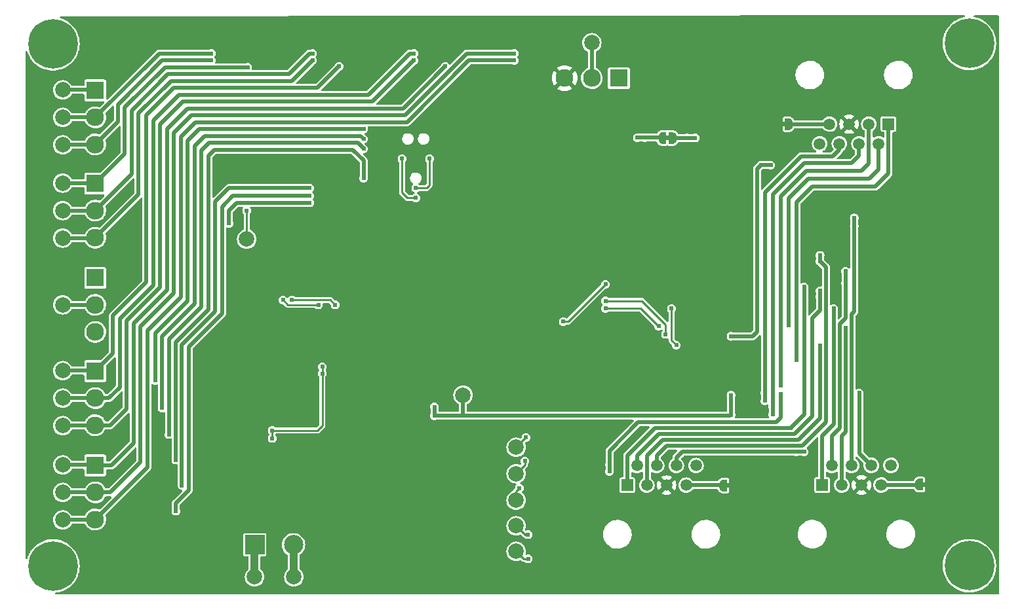
<source format=gbl>
G04 #@! TF.GenerationSoftware,KiCad,Pcbnew,6.0.10-86aedd382b~118~ubuntu18.04.1*
G04 #@! TF.CreationDate,2024-12-06T10:44:55-07:00*
G04 #@! TF.ProjectId,mss-switch,6d73732d-7377-4697-9463-682e6b696361,rev?*
G04 #@! TF.SameCoordinates,Original*
G04 #@! TF.FileFunction,Copper,L2,Bot*
G04 #@! TF.FilePolarity,Positive*
%FSLAX46Y46*%
G04 Gerber Fmt 4.6, Leading zero omitted, Abs format (unit mm)*
G04 Created by KiCad (PCBNEW 6.0.10-86aedd382b~118~ubuntu18.04.1) date 2024-12-06 10:44:55*
%MOMM*%
%LPD*%
G01*
G04 APERTURE LIST*
G04 #@! TA.AperFunction,ComponentPad*
%ADD10C,6.400000*%
G04 #@! TD*
G04 #@! TA.AperFunction,ComponentPad*
%ADD11R,2.300000X2.300000*%
G04 #@! TD*
G04 #@! TA.AperFunction,ComponentPad*
%ADD12C,2.300000*%
G04 #@! TD*
G04 #@! TA.AperFunction,ComponentPad*
%ADD13R,1.500000X1.500000*%
G04 #@! TD*
G04 #@! TA.AperFunction,ComponentPad*
%ADD14C,1.500000*%
G04 #@! TD*
G04 #@! TA.AperFunction,ComponentPad*
%ADD15R,2.500000X2.500000*%
G04 #@! TD*
G04 #@! TA.AperFunction,ComponentPad*
%ADD16C,2.500000*%
G04 #@! TD*
G04 #@! TA.AperFunction,SMDPad,CuDef*
%ADD17C,2.000000*%
G04 #@! TD*
G04 #@! TA.AperFunction,ViaPad*
%ADD18C,0.609600*%
G04 #@! TD*
G04 #@! TA.AperFunction,Conductor*
%ADD19C,0.254000*%
G04 #@! TD*
G04 #@! TA.AperFunction,Conductor*
%ADD20C,1.016000*%
G04 #@! TD*
G04 #@! TA.AperFunction,Conductor*
%ADD21C,0.508000*%
G04 #@! TD*
G04 APERTURE END LIST*
G36*
X117202000Y-177338000D02*
G01*
X116702000Y-177338000D01*
X116702000Y-176738000D01*
X117202000Y-176738000D01*
X117202000Y-177338000D01*
G37*
G36*
X109343000Y-132380000D02*
G01*
X108843000Y-132380000D01*
X108843000Y-131780000D01*
X109343000Y-131780000D01*
X109343000Y-132380000D01*
G37*
G36*
X142490000Y-177211000D02*
G01*
X141990000Y-177211000D01*
X141990000Y-176611000D01*
X142490000Y-176611000D01*
X142490000Y-177211000D01*
G37*
G36*
X124329000Y-130602000D02*
G01*
X123829000Y-130602000D01*
X123829000Y-130002000D01*
X124329000Y-130002000D01*
X124329000Y-130602000D01*
G37*
D10*
X29718000Y-119888000D03*
D11*
X35179000Y-174427000D03*
D12*
X35179000Y-177927000D03*
X35179000Y-181427000D03*
D11*
X35179000Y-125913000D03*
D12*
X35179000Y-129413000D03*
X35179000Y-132913000D03*
D13*
X129067500Y-176978750D03*
D14*
X130337500Y-174438750D03*
X131607500Y-176978750D03*
X132877500Y-174438750D03*
X134147500Y-176978750D03*
X135417500Y-174438750D03*
X136687500Y-176978750D03*
X137957500Y-174438750D03*
D11*
X35179000Y-150170000D03*
D12*
X35179000Y-153670000D03*
X35179000Y-157170000D03*
D15*
X55793000Y-184704000D03*
D16*
X60793000Y-184704000D03*
D11*
X35179000Y-137978000D03*
D12*
X35179000Y-141478000D03*
X35179000Y-144978000D03*
D13*
X103886000Y-176998750D03*
D14*
X105156000Y-174458750D03*
X106426000Y-176998750D03*
X107696000Y-174458750D03*
X108966000Y-176998750D03*
X110236000Y-174458750D03*
X111506000Y-176998750D03*
X112776000Y-174458750D03*
D11*
X35179000Y-162235000D03*
D12*
X35179000Y-165735000D03*
X35179000Y-169235000D03*
D11*
X102814000Y-124333000D03*
D12*
X99314000Y-124333000D03*
X95814000Y-124333000D03*
D13*
X137632500Y-130282750D03*
D14*
X136362500Y-132822750D03*
X135092500Y-130282750D03*
X133822500Y-132822750D03*
X132552500Y-130282750D03*
X131282500Y-132822750D03*
X130012500Y-130282750D03*
X128742500Y-132822750D03*
D10*
X29718000Y-187452000D03*
X148082000Y-187412750D03*
X148082000Y-119848750D03*
D17*
X30988000Y-181483000D03*
X30988000Y-162179000D03*
G04 #@! TA.AperFunction,SMDPad,CuDef*
G36*
X117102000Y-176288000D02*
G01*
X117602000Y-176288000D01*
X117602000Y-176292967D01*
X117681941Y-176294432D01*
X117817256Y-176336707D01*
X117935266Y-176415262D01*
X118026486Y-176523781D01*
X118083581Y-176653540D01*
X118101164Y-176788000D01*
X118102000Y-176788000D01*
X118102000Y-177288000D01*
X118101164Y-177288000D01*
X118101963Y-177294109D01*
X118080152Y-177434186D01*
X118019904Y-177562511D01*
X117926060Y-177668769D01*
X117806165Y-177744417D01*
X117669858Y-177783374D01*
X117602000Y-177782959D01*
X117602000Y-177788000D01*
X117102000Y-177788000D01*
X117102000Y-176288000D01*
G37*
G04 #@! TD.AperFunction*
G04 #@! TA.AperFunction,SMDPad,CuDef*
G36*
X116302000Y-177782959D02*
G01*
X116228095Y-177782508D01*
X116092274Y-177741889D01*
X115973312Y-177664782D01*
X115880774Y-177557385D01*
X115822097Y-177428333D01*
X115802000Y-177288000D01*
X115802000Y-176788000D01*
X115802149Y-176775784D01*
X115825669Y-176635983D01*
X115887481Y-176508404D01*
X115982616Y-176403300D01*
X116103426Y-176329123D01*
X116240199Y-176291834D01*
X116302000Y-176292967D01*
X116302000Y-176288000D01*
X116802000Y-176288000D01*
X116802000Y-177788000D01*
X116302000Y-177788000D01*
X116302000Y-177782959D01*
G37*
G04 #@! TD.AperFunction*
X30988000Y-141478000D03*
X31002000Y-174371000D03*
X60833000Y-188849000D03*
X54737000Y-145161000D03*
G04 #@! TA.AperFunction,SMDPad,CuDef*
G36*
X109243000Y-131330000D02*
G01*
X109743000Y-131330000D01*
X109743000Y-131334967D01*
X109822941Y-131336432D01*
X109958256Y-131378707D01*
X110076266Y-131457262D01*
X110167486Y-131565781D01*
X110224581Y-131695540D01*
X110242164Y-131830000D01*
X110243000Y-131830000D01*
X110243000Y-132330000D01*
X110242164Y-132330000D01*
X110242963Y-132336109D01*
X110221152Y-132476186D01*
X110160904Y-132604511D01*
X110067060Y-132710769D01*
X109947165Y-132786417D01*
X109810858Y-132825374D01*
X109743000Y-132824959D01*
X109743000Y-132830000D01*
X109243000Y-132830000D01*
X109243000Y-131330000D01*
G37*
G04 #@! TD.AperFunction*
G04 #@! TA.AperFunction,SMDPad,CuDef*
G36*
X108443000Y-132824959D02*
G01*
X108369095Y-132824508D01*
X108233274Y-132783889D01*
X108114312Y-132706782D01*
X108021774Y-132599385D01*
X107963097Y-132470333D01*
X107943000Y-132330000D01*
X107943000Y-131830000D01*
X107943149Y-131817784D01*
X107966669Y-131677983D01*
X108028481Y-131550404D01*
X108123616Y-131445300D01*
X108244426Y-131371123D01*
X108381199Y-131333834D01*
X108443000Y-131334967D01*
X108443000Y-131330000D01*
X108943000Y-131330000D01*
X108943000Y-132830000D01*
X108443000Y-132830000D01*
X108443000Y-132824959D01*
G37*
G04 #@! TD.AperFunction*
X30988000Y-125857000D03*
X99314000Y-119761000D03*
G04 #@! TA.AperFunction,SMDPad,CuDef*
G36*
X142390000Y-176161000D02*
G01*
X142890000Y-176161000D01*
X142890000Y-176165967D01*
X142969941Y-176167432D01*
X143105256Y-176209707D01*
X143223266Y-176288262D01*
X143314486Y-176396781D01*
X143371581Y-176526540D01*
X143389164Y-176661000D01*
X143390000Y-176661000D01*
X143390000Y-177161000D01*
X143389164Y-177161000D01*
X143389963Y-177167109D01*
X143368152Y-177307186D01*
X143307904Y-177435511D01*
X143214060Y-177541769D01*
X143094165Y-177617417D01*
X142957858Y-177656374D01*
X142890000Y-177655959D01*
X142890000Y-177661000D01*
X142390000Y-177661000D01*
X142390000Y-176161000D01*
G37*
G04 #@! TD.AperFunction*
G04 #@! TA.AperFunction,SMDPad,CuDef*
G36*
X141590000Y-177655959D02*
G01*
X141516095Y-177655508D01*
X141380274Y-177614889D01*
X141261312Y-177537782D01*
X141168774Y-177430385D01*
X141110097Y-177301333D01*
X141090000Y-177161000D01*
X141090000Y-176661000D01*
X141090149Y-176648784D01*
X141113669Y-176508983D01*
X141175481Y-176381404D01*
X141270616Y-176276300D01*
X141391426Y-176202123D01*
X141528199Y-176164834D01*
X141590000Y-176165967D01*
X141590000Y-176161000D01*
X142090000Y-176161000D01*
X142090000Y-177661000D01*
X141590000Y-177661000D01*
X141590000Y-177655959D01*
G37*
G04 #@! TD.AperFunction*
X89535000Y-178943000D03*
X30988000Y-153670000D03*
X30988000Y-165735000D03*
G04 #@! TA.AperFunction,SMDPad,CuDef*
G36*
X123929000Y-131052000D02*
G01*
X123429000Y-131052000D01*
X123429000Y-131047033D01*
X123349059Y-131045568D01*
X123213744Y-131003293D01*
X123095734Y-130924738D01*
X123004514Y-130816219D01*
X122947419Y-130686460D01*
X122929836Y-130552000D01*
X122929000Y-130552000D01*
X122929000Y-130052000D01*
X122929836Y-130052000D01*
X122929037Y-130045891D01*
X122950848Y-129905814D01*
X123011096Y-129777489D01*
X123104940Y-129671231D01*
X123224835Y-129595583D01*
X123361142Y-129556626D01*
X123429000Y-129557041D01*
X123429000Y-129552000D01*
X123929000Y-129552000D01*
X123929000Y-131052000D01*
G37*
G04 #@! TD.AperFunction*
G04 #@! TA.AperFunction,SMDPad,CuDef*
G36*
X124729000Y-129557041D02*
G01*
X124802905Y-129557492D01*
X124938726Y-129598111D01*
X125057688Y-129675218D01*
X125150226Y-129782615D01*
X125208903Y-129911667D01*
X125229000Y-130052000D01*
X125229000Y-130552000D01*
X125228851Y-130564216D01*
X125205331Y-130704017D01*
X125143519Y-130831596D01*
X125048384Y-130936700D01*
X124927574Y-131010877D01*
X124790801Y-131048166D01*
X124729000Y-131047033D01*
X124729000Y-131052000D01*
X124229000Y-131052000D01*
X124229000Y-129552000D01*
X124729000Y-129552000D01*
X124729000Y-129557041D01*
G37*
G04 #@! TD.AperFunction*
X82677000Y-165354000D03*
X89535000Y-185547000D03*
X89535000Y-172085000D03*
X30988000Y-145034000D03*
X30988000Y-177927000D03*
X30988000Y-169291000D03*
X30988000Y-132969000D03*
X89535000Y-175514000D03*
X30988000Y-137922000D03*
X30988000Y-129413000D03*
X89535000Y-182245000D03*
X55753000Y-188849000D03*
D18*
X87361000Y-183617750D03*
X140462000Y-158964750D03*
X123825000Y-124674750D03*
X56642000Y-173101000D03*
X114808000Y-155448000D03*
X140462000Y-157948750D03*
X39243000Y-148463000D03*
X147066000Y-150836750D03*
X100610000Y-143470750D03*
X65024000Y-134747000D03*
X117348000Y-180173750D03*
X111600000Y-150582750D03*
X61722000Y-165862000D03*
X134874000Y-156678750D03*
X56642000Y-177292000D03*
X55245000Y-173101000D03*
X53721000Y-149987000D03*
X147066000Y-161377750D03*
X65405000Y-166497000D03*
X66040000Y-134747000D03*
X101372000Y-143470750D03*
X110998000Y-153884750D03*
X65024000Y-143891000D03*
X134874000Y-157694750D03*
X110998000Y-126452750D03*
X111760000Y-153884750D03*
X66421000Y-165481000D03*
X77724000Y-175133000D03*
X87361000Y-169901750D03*
X110998000Y-140676750D03*
X111760000Y-137374750D03*
X150876000Y-157948750D03*
X65913000Y-143891000D03*
X101407000Y-155408750D03*
X100645000Y-155408750D03*
X40513000Y-148463000D03*
X111760000Y-147280750D03*
X62611000Y-165354000D03*
X39243000Y-149733000D03*
X110998000Y-134072750D03*
X77089000Y-166751000D03*
X53721000Y-148463000D03*
X74175457Y-164120485D03*
X110236000Y-164171750D03*
X110255000Y-165041750D03*
X95044500Y-173013250D03*
X87361000Y-179045750D03*
X118872000Y-180173750D03*
X40259000Y-184912000D03*
X120269000Y-124674750D03*
X121031000Y-183221750D03*
X74803000Y-133477000D03*
X70103000Y-183770000D03*
X77089000Y-163830000D03*
X63627000Y-165354000D03*
X53721000Y-151511000D03*
X111760000Y-140676750D03*
X147066000Y-140168750D03*
X74168000Y-165100000D03*
X150876000Y-147407750D03*
X123190000Y-180173750D03*
X80264000Y-175133000D03*
X57912000Y-173101000D03*
X147066000Y-149947750D03*
X147066000Y-160488750D03*
X111760000Y-134072750D03*
X150876000Y-168489750D03*
X122682000Y-126579750D03*
X121412000Y-126579750D03*
X82296000Y-129667000D03*
X120269000Y-126198750D03*
X150876000Y-136739750D03*
X115570000Y-155448000D03*
X110838000Y-150582750D03*
X55245000Y-177292000D03*
X147066000Y-171918750D03*
X147066000Y-139279750D03*
X71375000Y-183770000D03*
X110998000Y-147280750D03*
X60071000Y-136017000D03*
X121666000Y-180173750D03*
X120396000Y-180173750D03*
X111760000Y-143978750D03*
X94155500Y-173013250D03*
X87361000Y-174473750D03*
X40513000Y-149733000D03*
X73914000Y-133477000D03*
X60071000Y-137287000D03*
X110998000Y-125436750D03*
X124714000Y-180173750D03*
X41148000Y-184912000D03*
X61722000Y-166624000D03*
X57912000Y-177292000D03*
X123825000Y-126198750D03*
X110998000Y-143978750D03*
X110998000Y-137374750D03*
X121031000Y-181951750D03*
X65405000Y-165481000D03*
X147066000Y-171029750D03*
X66421000Y-166497000D03*
X58039000Y-170942000D03*
X64516000Y-162560000D03*
X58039000Y-169926000D03*
X64516000Y-161671000D03*
X122428000Y-135596750D03*
X121158000Y-135596750D03*
X117301000Y-167901750D03*
X117301000Y-157741750D03*
X78994000Y-168021000D03*
X117301000Y-165361750D03*
X78994000Y-166878000D03*
X101092000Y-154138750D03*
X107950000Y-156424750D03*
X128790700Y-147268050D03*
X128790700Y-148030050D03*
X123698000Y-146772750D03*
X101600000Y-174331750D03*
X123698000Y-164084000D03*
X123698000Y-146010750D03*
X101600000Y-175220750D03*
X123698000Y-165227000D03*
X133210300Y-142429350D03*
X133210300Y-143470750D03*
X122682000Y-166838750D03*
X122682000Y-141438750D03*
X122682000Y-167854750D03*
X122682000Y-142454750D03*
X121666000Y-165060750D03*
X121666000Y-141438750D03*
X121666000Y-142454750D03*
X121666000Y-166076750D03*
X50165000Y-121158000D03*
X50165000Y-122047000D03*
X76327000Y-121158000D03*
X76327000Y-122047000D03*
X80391000Y-122809000D03*
X66675000Y-122809000D03*
X126746000Y-151344750D03*
X123825000Y-169632750D03*
X124968000Y-169632750D03*
X126746000Y-152360750D03*
X128778000Y-152614750D03*
X128778000Y-151852750D03*
X128778000Y-158964750D03*
X128790700Y-159714050D03*
X126746000Y-172680750D03*
X125690750Y-172680750D03*
X42926000Y-163449000D03*
X69850000Y-130937000D03*
X69850000Y-132207000D03*
X43815000Y-167005000D03*
X44704000Y-170434000D03*
X69850000Y-133477000D03*
X130556000Y-154900750D03*
X130556000Y-154138750D03*
X132080000Y-150836750D03*
X132080000Y-149312750D03*
X132080000Y-156678750D03*
X132080000Y-157694750D03*
X133858000Y-165060750D03*
X133858000Y-166076750D03*
X63246000Y-121158000D03*
X63246000Y-122047000D03*
X89281000Y-121158000D03*
X89281000Y-122047000D03*
X125730000Y-146010750D03*
X125730000Y-146772750D03*
X125730000Y-160782000D03*
X125730000Y-159766000D03*
X124714000Y-144486750D03*
X124714000Y-143470750D03*
X124714000Y-156337000D03*
X105195250Y-132040750D03*
X106148500Y-132040750D03*
X69850000Y-137287000D03*
X45593000Y-173736000D03*
X78359000Y-134747000D03*
X46366750Y-177026250D03*
X76581000Y-138557000D03*
X62865000Y-138557000D03*
X62865000Y-140462000D03*
X52451000Y-143129000D03*
X74803000Y-134747000D03*
X76581000Y-139827000D03*
X45593000Y-180340000D03*
X62865000Y-139573000D03*
X60579000Y-153035000D03*
X66167000Y-153670000D03*
X54737000Y-141478000D03*
X110236000Y-158877000D03*
X109601000Y-154138750D03*
X90805000Y-170815000D03*
X90678000Y-173863000D03*
X89955250Y-177379750D03*
X91059000Y-183388000D03*
X91098250Y-186523750D03*
X54864000Y-122936000D03*
X64008000Y-153670000D03*
X59436000Y-153035000D03*
X111633000Y-132080000D03*
X112649000Y-132080000D03*
X101092000Y-151003000D03*
X95631000Y-155829000D03*
X108839000Y-157480000D03*
X101092000Y-153162000D03*
D19*
X58039000Y-170942000D02*
X58039000Y-169926000D01*
X64516000Y-169291000D02*
X63881000Y-169926000D01*
X63881000Y-169926000D02*
X58039000Y-169926000D01*
X64516000Y-161671000D02*
X64516000Y-169291000D01*
D20*
X55753000Y-188849000D02*
X55753000Y-184744000D01*
X55753000Y-184744000D02*
X55793000Y-184704000D01*
X60793000Y-184704000D02*
X60793000Y-188809000D01*
X60793000Y-188809000D02*
X60833000Y-188849000D01*
D21*
X82677000Y-168021000D02*
X117181750Y-168021000D01*
X117181750Y-168021000D02*
X117301000Y-167901750D01*
X117301000Y-157741750D02*
X120095000Y-157741750D01*
X120650000Y-136104750D02*
X121158000Y-135596750D01*
X82677000Y-165354000D02*
X82677000Y-168021000D01*
X120095000Y-157741750D02*
X120650000Y-157186750D01*
X117301000Y-165361750D02*
X117301000Y-166631750D01*
X120650000Y-157186750D02*
X120650000Y-136104750D01*
X121158000Y-135596750D02*
X122428000Y-135596750D01*
X117301000Y-166631750D02*
X117301000Y-167901750D01*
X78994000Y-168021000D02*
X78994000Y-166878000D01*
X78994000Y-168021000D02*
X82677000Y-168021000D01*
D19*
X107950000Y-156424750D02*
X107910750Y-156424750D01*
X107910750Y-156424750D02*
X105624750Y-154138750D01*
X105624750Y-154138750D02*
X101092000Y-154138750D01*
D21*
X129540000Y-148779350D02*
X129540000Y-168870750D01*
X107696000Y-173188750D02*
X107696000Y-174458750D01*
X129540000Y-168870750D02*
X126492000Y-171918750D01*
X108966000Y-171918750D02*
X107696000Y-173188750D01*
X128790700Y-148030050D02*
X128790700Y-147268050D01*
X126492000Y-171918750D02*
X108966000Y-171918750D01*
X128790700Y-148030050D02*
X129540000Y-148779350D01*
X123113800Y-168870750D02*
X105283000Y-168870750D01*
X101600000Y-174331750D02*
X101600000Y-175220750D01*
X123698000Y-165227000D02*
X123698000Y-168286550D01*
X134112000Y-136358750D02*
X135092500Y-135378250D01*
X123698000Y-168286550D02*
X123113800Y-168870750D01*
X123698000Y-139660750D02*
X127000000Y-136358750D01*
X101600000Y-172553750D02*
X101600000Y-174331750D01*
X127000000Y-136358750D02*
X134112000Y-136358750D01*
X135092500Y-135378250D02*
X135092500Y-130282750D01*
X105283000Y-168870750D02*
X101600000Y-172553750D01*
X123698000Y-164084000D02*
X123698000Y-139660750D01*
X133210300Y-154532450D02*
X132877500Y-154865250D01*
X132877500Y-174438750D02*
X132877500Y-154936250D01*
X133210300Y-142594450D02*
X133210300Y-154532450D01*
X126746000Y-135342750D02*
X132842000Y-135342750D01*
X122682000Y-167854750D02*
X122682000Y-166838750D01*
X122682000Y-167854750D02*
X122682000Y-139406750D01*
X133822500Y-134362250D02*
X133822500Y-132822750D01*
X132842000Y-135342750D02*
X133822500Y-134362250D01*
X122682000Y-139406750D02*
X126746000Y-135342750D01*
X121666000Y-166076750D02*
X121666000Y-165060750D01*
X131282500Y-133600250D02*
X130429000Y-134453750D01*
X126365000Y-134453750D02*
X121666000Y-139152750D01*
X131282500Y-132822750D02*
X131282500Y-133600250D01*
X130429000Y-134453750D02*
X126365000Y-134453750D01*
X121666000Y-139152750D02*
X121666000Y-165568750D01*
X30988000Y-129413000D02*
X35179000Y-129413000D01*
X35179000Y-129413000D02*
X43434000Y-121158000D01*
X43434000Y-121158000D02*
X50165000Y-121158000D01*
X43815000Y-122047000D02*
X50165000Y-122047000D01*
X35179000Y-132913000D02*
X38100000Y-129992000D01*
X35123000Y-132969000D02*
X35179000Y-132913000D01*
X38100000Y-129992000D02*
X38100000Y-127762000D01*
X38100000Y-127762000D02*
X43815000Y-122047000D01*
X30988000Y-132969000D02*
X35123000Y-132969000D01*
X35123000Y-125857000D02*
X35179000Y-125913000D01*
X30988000Y-125857000D02*
X35123000Y-125857000D01*
X35179000Y-153670000D02*
X30988000Y-153670000D01*
X35179000Y-165735000D02*
X36957000Y-165735000D01*
X42672000Y-151130000D02*
X42672000Y-129794000D01*
X45974000Y-126492000D02*
X70485000Y-126492000D01*
X30988000Y-165735000D02*
X35179000Y-165735000D01*
X36957000Y-165735000D02*
X38354000Y-164338000D01*
X38354000Y-164338000D02*
X38354000Y-155448000D01*
X38354000Y-155448000D02*
X42672000Y-151130000D01*
X70485000Y-126492000D02*
X75819000Y-121158000D01*
X42672000Y-129794000D02*
X45974000Y-126492000D01*
X75819000Y-121158000D02*
X76327000Y-121158000D01*
X30988000Y-169291000D02*
X35123000Y-169291000D01*
X35179000Y-169235000D02*
X37140000Y-169235000D01*
X39243000Y-167132000D02*
X39243000Y-155702000D01*
X35123000Y-169291000D02*
X35179000Y-169235000D01*
X37140000Y-169235000D02*
X39243000Y-167132000D01*
X43561000Y-151384000D02*
X43561000Y-130302000D01*
X43561000Y-130302000D02*
X46482000Y-127381000D01*
X70993000Y-127381000D02*
X76327000Y-122047000D01*
X46482000Y-127381000D02*
X70993000Y-127381000D01*
X39243000Y-155702000D02*
X43561000Y-151384000D01*
X35123000Y-174371000D02*
X35179000Y-174427000D01*
X47117000Y-128270000D02*
X44450000Y-130937000D01*
X40132000Y-171577000D02*
X37282000Y-174427000D01*
X40132000Y-156083000D02*
X40132000Y-171577000D01*
X44450000Y-151765000D02*
X40132000Y-156083000D01*
X74930000Y-128270000D02*
X47117000Y-128270000D01*
X37282000Y-174427000D02*
X35179000Y-174427000D01*
X80391000Y-122809000D02*
X74930000Y-128270000D01*
X31002000Y-174371000D02*
X35123000Y-174371000D01*
X44450000Y-130937000D02*
X44450000Y-151765000D01*
X37465000Y-155067000D02*
X41783000Y-150749000D01*
X37465000Y-159949000D02*
X37465000Y-155067000D01*
X30988000Y-162179000D02*
X35123000Y-162179000D01*
X45339000Y-125603000D02*
X63881000Y-125603000D01*
X35123000Y-162179000D02*
X35179000Y-162235000D01*
X35179000Y-162235000D02*
X37465000Y-159949000D01*
X63881000Y-125603000D02*
X66675000Y-122809000D01*
X41783000Y-129159000D02*
X45339000Y-125603000D01*
X41783000Y-150749000D02*
X41783000Y-129159000D01*
X126746000Y-167854750D02*
X126746000Y-152360750D01*
X124968000Y-169632750D02*
X126746000Y-167854750D01*
X124968000Y-169632750D02*
X107442000Y-169632750D01*
X103886000Y-173188750D02*
X103886000Y-176998750D01*
X107442000Y-169632750D02*
X103886000Y-173188750D01*
X126746000Y-152360750D02*
X126746000Y-151344750D01*
X127762000Y-168108750D02*
X125476000Y-170394750D01*
X128778000Y-152614750D02*
X128778000Y-154392750D01*
X128778000Y-152614750D02*
X128778000Y-151852750D01*
X128778000Y-154392750D02*
X127762000Y-155408750D01*
X105156000Y-173188750D02*
X105156000Y-174458750D01*
X125476000Y-170394750D02*
X107950000Y-170394750D01*
X127762000Y-155408750D02*
X127762000Y-168108750D01*
X107950000Y-170394750D02*
X105156000Y-173188750D01*
X108458000Y-171156750D02*
X106426000Y-173188750D01*
X106426000Y-173188750D02*
X106426000Y-176998750D01*
X128778000Y-168362750D02*
X125984000Y-171156750D01*
X125984000Y-171156750D02*
X108458000Y-171156750D01*
X128778000Y-158964750D02*
X128778000Y-159701350D01*
X128778000Y-159701350D02*
X128790700Y-159714050D01*
X128778000Y-158964750D02*
X128778000Y-168362750D01*
X125690750Y-172680750D02*
X110998000Y-172680750D01*
X110236000Y-173442750D02*
X110236000Y-174458750D01*
X110998000Y-172680750D02*
X110236000Y-173442750D01*
X125690750Y-172680750D02*
X126746000Y-172680750D01*
X47117000Y-153162000D02*
X47117000Y-132461000D01*
X42926000Y-157353000D02*
X47117000Y-153162000D01*
X42926000Y-163449000D02*
X42926000Y-157353000D01*
X48641000Y-130937000D02*
X69850000Y-130937000D01*
X47117000Y-132461000D02*
X48641000Y-130937000D01*
X48006000Y-153543000D02*
X48006000Y-133096000D01*
X48006000Y-133096000D02*
X49276000Y-131826000D01*
X49276000Y-131826000D02*
X69469000Y-131826000D01*
X69469000Y-131826000D02*
X69850000Y-132207000D01*
X43815000Y-157734000D02*
X48006000Y-153543000D01*
X43815000Y-167005000D02*
X43815000Y-157734000D01*
X44704000Y-158115000D02*
X48895000Y-153924000D01*
X48895000Y-133731000D02*
X49911000Y-132715000D01*
X48895000Y-153924000D02*
X48895000Y-133731000D01*
X49911000Y-132715000D02*
X69088000Y-132715000D01*
X69088000Y-132715000D02*
X69850000Y-133477000D01*
X44704000Y-170434000D02*
X44704000Y-158115000D01*
D19*
X115936000Y-177038000D02*
X115951000Y-177038000D01*
X115951000Y-177038000D02*
X115911750Y-176998750D01*
D21*
X115896750Y-176998750D02*
X115936000Y-177038000D01*
X111506000Y-176998750D02*
X115896750Y-176998750D01*
X130556000Y-169124750D02*
X129067500Y-170613250D01*
X130556000Y-155129746D02*
X130556000Y-154138750D01*
X129067500Y-170613250D02*
X129067500Y-176978750D01*
X130556000Y-154138750D02*
X130556000Y-169124750D01*
X132080000Y-150836750D02*
X132080000Y-155408750D01*
X132080000Y-150836750D02*
X132080000Y-149312750D01*
X132080000Y-155408750D02*
X131318000Y-156170750D01*
X130337500Y-170613250D02*
X130337500Y-174438750D01*
X131318000Y-169632750D02*
X130337500Y-170613250D01*
X131318000Y-156170750D02*
X131318000Y-169632750D01*
X131607500Y-176978750D02*
X131607500Y-170684250D01*
X131572000Y-170648750D02*
X132080000Y-170140750D01*
X132080000Y-157694750D02*
X132080000Y-156678750D01*
X132080000Y-170140750D02*
X132080000Y-157694750D01*
X131607500Y-170684250D02*
X131572000Y-170648750D01*
X135417500Y-174438750D02*
X133858000Y-172879250D01*
X133858000Y-172879250D02*
X133858000Y-165314750D01*
X136687500Y-176978750D02*
X141522250Y-176978750D01*
X141522250Y-176978750D02*
X141590000Y-176911000D01*
X44577000Y-123825000D02*
X60198000Y-123825000D01*
X35179000Y-141478000D02*
X39878000Y-136779000D01*
X62865000Y-121158000D02*
X63246000Y-121158000D01*
X39878000Y-128524000D02*
X44577000Y-123825000D01*
X39878000Y-136779000D02*
X39878000Y-128524000D01*
X60198000Y-123825000D02*
X62865000Y-121158000D01*
X30988000Y-141478000D02*
X35179000Y-141478000D01*
X35179000Y-144978000D02*
X40767000Y-139390000D01*
X40767000Y-139390000D02*
X40767000Y-128905000D01*
X60579000Y-124714000D02*
X63246000Y-122047000D01*
X35123000Y-145034000D02*
X35179000Y-144978000D01*
X44958000Y-124714000D02*
X60579000Y-124714000D01*
X30988000Y-145034000D02*
X35123000Y-145034000D01*
X40767000Y-128905000D02*
X44958000Y-124714000D01*
X75184000Y-129159000D02*
X83185000Y-121158000D01*
X37084000Y-177927000D02*
X41021000Y-173990000D01*
X45339000Y-152146000D02*
X45339000Y-131445000D01*
X35179000Y-177927000D02*
X37084000Y-177927000D01*
X30988000Y-177927000D02*
X35179000Y-177927000D01*
X41021000Y-156464000D02*
X45339000Y-152146000D01*
X41021000Y-173990000D02*
X41021000Y-156464000D01*
X83185000Y-121158000D02*
X89281000Y-121158000D01*
X47625000Y-129159000D02*
X75184000Y-129159000D01*
X45339000Y-131445000D02*
X47625000Y-129159000D01*
X46228000Y-131953000D02*
X48133000Y-130048000D01*
X46228000Y-152654000D02*
X46228000Y-131953000D01*
X35179000Y-181427000D02*
X41910000Y-174696000D01*
X30988000Y-181483000D02*
X35123000Y-181483000D01*
X41910000Y-156972000D02*
X46228000Y-152654000D01*
X75438000Y-130048000D02*
X83439000Y-122047000D01*
X35123000Y-181483000D02*
X35179000Y-181427000D01*
X41910000Y-174696000D02*
X41910000Y-156972000D01*
X48133000Y-130048000D02*
X75438000Y-130048000D01*
X83439000Y-122047000D02*
X89281000Y-122047000D01*
X125730000Y-146010750D02*
X125730000Y-146772750D01*
X135890000Y-138390750D02*
X127762000Y-138390750D01*
X137632500Y-130282750D02*
X137632500Y-136648250D01*
X127762000Y-138390750D02*
X125730000Y-140422750D01*
X125730000Y-146772750D02*
X125730000Y-160782000D01*
X125730000Y-160782000D02*
X125730000Y-159766000D01*
X125730000Y-140422750D02*
X125730000Y-146010750D01*
X137632500Y-136648250D02*
X135890000Y-138390750D01*
X135128000Y-137374750D02*
X136362500Y-136140250D01*
X136362500Y-136140250D02*
X136362500Y-132822750D01*
X124714000Y-139914750D02*
X127254000Y-137374750D01*
X124714000Y-156337000D02*
X124714000Y-139914750D01*
X127254000Y-137374750D02*
X135128000Y-137374750D01*
X124748250Y-130282750D02*
X130012500Y-130282750D01*
X124729000Y-130302000D02*
X124748250Y-130282750D01*
X99314000Y-119761000D02*
X99314000Y-123970750D01*
X106148500Y-132040750D02*
X108657750Y-132040750D01*
X105195250Y-132040750D02*
X106148500Y-132040750D01*
X49784000Y-134366000D02*
X49784000Y-154305000D01*
X50546000Y-133604000D02*
X49784000Y-134366000D01*
X49784000Y-154305000D02*
X45593000Y-158496000D01*
X45593000Y-158496000D02*
X45593000Y-173736000D01*
X68453000Y-133604000D02*
X50546000Y-133604000D01*
X69850000Y-137287000D02*
X69850000Y-135001000D01*
X69850000Y-135001000D02*
X68453000Y-133604000D01*
X62865000Y-138557000D02*
X52451000Y-138557000D01*
X52451000Y-138557000D02*
X50673000Y-140335000D01*
D19*
X77978000Y-138557000D02*
X78359000Y-138176000D01*
D21*
X50673000Y-154559000D02*
X46366750Y-158865250D01*
D19*
X76581000Y-138557000D02*
X77978000Y-138557000D01*
D21*
X50673000Y-140335000D02*
X50673000Y-154559000D01*
X46366750Y-158865250D02*
X46366750Y-177026250D01*
D19*
X78359000Y-138176000D02*
X78359000Y-134747000D01*
D21*
X62865000Y-140462000D02*
X53467000Y-140462000D01*
D19*
X75501500Y-139827000D02*
X74803000Y-139128500D01*
X76581000Y-139827000D02*
X75501500Y-139827000D01*
X74803000Y-139128500D02*
X74803000Y-134747000D01*
D21*
X53467000Y-140462000D02*
X52451000Y-141478000D01*
X52451000Y-141478000D02*
X52451000Y-143129000D01*
X62865000Y-139573000D02*
X52959000Y-139573000D01*
X52959000Y-139573000D02*
X51562000Y-140970000D01*
X51562000Y-154813000D02*
X47244000Y-159131000D01*
X45593000Y-179324000D02*
X45593000Y-180340000D01*
X51562000Y-140970000D02*
X51562000Y-154813000D01*
X47244000Y-177673000D02*
X45593000Y-179324000D01*
X47244000Y-159131000D02*
X47244000Y-177673000D01*
D19*
X54737000Y-145161000D02*
X54737000Y-141478000D01*
X65532000Y-153035000D02*
X66167000Y-153670000D01*
X60579000Y-153035000D02*
X65532000Y-153035000D01*
X110236000Y-158877000D02*
X109601000Y-158242000D01*
X109601000Y-158242000D02*
X109601000Y-154138750D01*
X90805000Y-170815000D02*
X89535000Y-172085000D01*
X90678000Y-174371000D02*
X89535000Y-175514000D01*
X90678000Y-173863000D02*
X90678000Y-174371000D01*
X89535000Y-177800000D02*
X89535000Y-178943000D01*
X89955250Y-177379750D02*
X89535000Y-177800000D01*
X90678000Y-183388000D02*
X91059000Y-183388000D01*
X89535000Y-182245000D02*
X90678000Y-183388000D01*
X90511750Y-186523750D02*
X89535000Y-185547000D01*
X91098250Y-186523750D02*
X90511750Y-186523750D01*
D21*
X38989000Y-128143000D02*
X38989000Y-134168000D01*
X35123000Y-137922000D02*
X35179000Y-137978000D01*
X54864000Y-122936000D02*
X44196000Y-122936000D01*
X30988000Y-137922000D02*
X35123000Y-137922000D01*
X38989000Y-134168000D02*
X35179000Y-137978000D01*
X44196000Y-122936000D02*
X38989000Y-128143000D01*
D19*
X60071000Y-153670000D02*
X64008000Y-153670000D01*
X59436000Y-153035000D02*
X60071000Y-153670000D01*
D21*
X109997000Y-132080000D02*
X111633000Y-132080000D01*
X112649000Y-132080000D02*
X111633000Y-132080000D01*
D19*
X101092000Y-151003000D02*
X96266000Y-155829000D01*
X96266000Y-155829000D02*
X95631000Y-155829000D01*
X108839000Y-157480000D02*
X108839000Y-156210000D01*
X105791000Y-153162000D02*
X101092000Y-153162000D01*
X105791000Y-153162000D02*
X108839000Y-156210000D01*
G04 #@! TA.AperFunction,Conductor*
G36*
X151834014Y-116225060D02*
G01*
X151880561Y-116278669D01*
X151892000Y-116331127D01*
X151892000Y-191009000D01*
X151871998Y-191077121D01*
X151818342Y-191123614D01*
X151766000Y-191135000D01*
X30130036Y-191135000D01*
X30061915Y-191114998D01*
X30015422Y-191061342D01*
X30005318Y-190991068D01*
X30034812Y-190926488D01*
X30094538Y-190888104D01*
X30117084Y-190883667D01*
X30255805Y-190869332D01*
X30255814Y-190869331D01*
X30259197Y-190868981D01*
X30262530Y-190868267D01*
X30262533Y-190868266D01*
X30473096Y-190823125D01*
X30625063Y-190790546D01*
X30980318Y-190673056D01*
X31320807Y-190517887D01*
X31418707Y-190459758D01*
X31639601Y-190328601D01*
X31639606Y-190328598D01*
X31642546Y-190326852D01*
X31672354Y-190304472D01*
X31744828Y-190250056D01*
X31941771Y-190102187D01*
X32214983Y-189846521D01*
X32458985Y-189562842D01*
X32520279Y-189473659D01*
X32668992Y-189257280D01*
X32668997Y-189257273D01*
X32670922Y-189254471D01*
X32672534Y-189251477D01*
X32672539Y-189251469D01*
X32846694Y-188928027D01*
X32848316Y-188925015D01*
X32940782Y-188697299D01*
X32987811Y-188581480D01*
X32987813Y-188581475D01*
X32989091Y-188578327D01*
X33001206Y-188535799D01*
X33051744Y-188358382D01*
X33091601Y-188218463D01*
X33148051Y-187888223D01*
X33154075Y-187852981D01*
X33154075Y-187852979D01*
X33154647Y-187849634D01*
X33156203Y-187824205D01*
X33177380Y-187477948D01*
X33177490Y-187476152D01*
X33177574Y-187452000D01*
X33157339Y-187078368D01*
X33096870Y-186709107D01*
X32996875Y-186348537D01*
X32993627Y-186340373D01*
X32859783Y-186004039D01*
X32859779Y-186004031D01*
X32858523Y-186000874D01*
X32848534Y-185982007D01*
X32736808Y-185770995D01*
X32683434Y-185670188D01*
X32681534Y-185667382D01*
X32681530Y-185667375D01*
X32541262Y-185460201D01*
X32473654Y-185360345D01*
X32231639Y-185074970D01*
X31960219Y-184817402D01*
X31957512Y-184815340D01*
X31957504Y-184815333D01*
X31665281Y-184592720D01*
X31662569Y-184590654D01*
X31436194Y-184454095D01*
X31345100Y-184399143D01*
X31345096Y-184399141D01*
X31342172Y-184397377D01*
X31339082Y-184395943D01*
X31339077Y-184395940D01*
X31005871Y-184241272D01*
X31005869Y-184241271D01*
X31002775Y-184239835D01*
X30999540Y-184238740D01*
X30999535Y-184238738D01*
X30651583Y-184120963D01*
X30648348Y-184119868D01*
X30283038Y-184038881D01*
X30143114Y-184023433D01*
X29914500Y-183998193D01*
X29914495Y-183998193D01*
X29911119Y-183997820D01*
X29907720Y-183997814D01*
X29907719Y-183997814D01*
X29730987Y-183997506D01*
X29536940Y-183997167D01*
X29398079Y-184012007D01*
X29168263Y-184036567D01*
X29168257Y-184036568D01*
X29164879Y-184036929D01*
X28799289Y-184116641D01*
X28444446Y-184235369D01*
X28104501Y-184391727D01*
X28101567Y-184393483D01*
X28101565Y-184393484D01*
X28093994Y-184398015D01*
X27783431Y-184583883D01*
X27484991Y-184809591D01*
X27482509Y-184811930D01*
X27482503Y-184811935D01*
X27247758Y-185033148D01*
X27212674Y-185066210D01*
X27210462Y-185068800D01*
X27210461Y-185068801D01*
X26993341Y-185323016D01*
X26969664Y-185350738D01*
X26967736Y-185353565D01*
X26967734Y-185353567D01*
X26785579Y-185620597D01*
X26758804Y-185659847D01*
X26757197Y-185662857D01*
X26757195Y-185662860D01*
X26586423Y-185982688D01*
X26582561Y-185989921D01*
X26581288Y-185993089D01*
X26581287Y-185993090D01*
X26460046Y-186294688D01*
X26442997Y-186337098D01*
X26442079Y-186340366D01*
X26442076Y-186340373D01*
X26409299Y-186456982D01*
X26371610Y-186517148D01*
X26307375Y-186547387D01*
X26236989Y-186538098D01*
X26182798Y-186492230D01*
X26162000Y-186422886D01*
X26162000Y-183428933D01*
X54288500Y-183428933D01*
X54288501Y-185979066D01*
X54303266Y-186053301D01*
X54359516Y-186137484D01*
X54443699Y-186193734D01*
X54517933Y-186208500D01*
X54864500Y-186208500D01*
X54932621Y-186228502D01*
X54979114Y-186282158D01*
X54990500Y-186334500D01*
X54990500Y-187786796D01*
X54970498Y-187854917D01*
X54946309Y-187882389D01*
X54943543Y-187884326D01*
X54788326Y-188039543D01*
X54785169Y-188044051D01*
X54785167Y-188044054D01*
X54665578Y-188214845D01*
X54662421Y-188219354D01*
X54660098Y-188224336D01*
X54660095Y-188224341D01*
X54613104Y-188325116D01*
X54569653Y-188418297D01*
X54512839Y-188630326D01*
X54493708Y-188849000D01*
X54512839Y-189067674D01*
X54569653Y-189279703D01*
X54571978Y-189284688D01*
X54660095Y-189473659D01*
X54660098Y-189473664D01*
X54662421Y-189478646D01*
X54665577Y-189483153D01*
X54665578Y-189483155D01*
X54721376Y-189562842D01*
X54788326Y-189658457D01*
X54943543Y-189813674D01*
X54948051Y-189816831D01*
X54948054Y-189816833D01*
X54990453Y-189846521D01*
X55123354Y-189939579D01*
X55128336Y-189941902D01*
X55128341Y-189941905D01*
X55229116Y-189988896D01*
X55322297Y-190032347D01*
X55534326Y-190089161D01*
X55753000Y-190108292D01*
X55971674Y-190089161D01*
X56183703Y-190032347D01*
X56276884Y-189988896D01*
X56377659Y-189941905D01*
X56377664Y-189941902D01*
X56382646Y-189939579D01*
X56515547Y-189846521D01*
X56557946Y-189816833D01*
X56557949Y-189816831D01*
X56562457Y-189813674D01*
X56717674Y-189658457D01*
X56784625Y-189562842D01*
X56840422Y-189483155D01*
X56840423Y-189483153D01*
X56843579Y-189478646D01*
X56845902Y-189473664D01*
X56845905Y-189473659D01*
X56934022Y-189284688D01*
X56936347Y-189279703D01*
X56993161Y-189067674D01*
X57012292Y-188849000D01*
X56993161Y-188630326D01*
X56936347Y-188418297D01*
X56892896Y-188325116D01*
X56845905Y-188224341D01*
X56845902Y-188224336D01*
X56843579Y-188219354D01*
X56840422Y-188214845D01*
X56720833Y-188044054D01*
X56720831Y-188044051D01*
X56717674Y-188039543D01*
X56562457Y-187884326D01*
X56560064Y-187882651D01*
X56521182Y-187824205D01*
X56515500Y-187786796D01*
X56515500Y-186334499D01*
X56535502Y-186266378D01*
X56589158Y-186219885D01*
X56641500Y-186208499D01*
X57068066Y-186208499D01*
X57103818Y-186201388D01*
X57130126Y-186196156D01*
X57130128Y-186196155D01*
X57142301Y-186193734D01*
X57152621Y-186186839D01*
X57152622Y-186186838D01*
X57216168Y-186144377D01*
X57226484Y-186137484D01*
X57282734Y-186053301D01*
X57297500Y-185979067D01*
X57297499Y-184704000D01*
X59283848Y-184704000D01*
X59302428Y-184940083D01*
X59303582Y-184944890D01*
X59303583Y-184944896D01*
X59325388Y-185035720D01*
X59357711Y-185170354D01*
X59359604Y-185174925D01*
X59359605Y-185174927D01*
X59433601Y-185353567D01*
X59448336Y-185389141D01*
X59572070Y-185591057D01*
X59725868Y-185771132D01*
X59905943Y-185924930D01*
X59962559Y-185959624D01*
X59970335Y-185964389D01*
X60017966Y-186017037D01*
X60030500Y-186071822D01*
X60030500Y-187825179D01*
X60010498Y-187893300D01*
X59993595Y-187914274D01*
X59868326Y-188039543D01*
X59865169Y-188044051D01*
X59865167Y-188044054D01*
X59745578Y-188214845D01*
X59742421Y-188219354D01*
X59740098Y-188224336D01*
X59740095Y-188224341D01*
X59693104Y-188325116D01*
X59649653Y-188418297D01*
X59592839Y-188630326D01*
X59573708Y-188849000D01*
X59592839Y-189067674D01*
X59649653Y-189279703D01*
X59651978Y-189284688D01*
X59740095Y-189473659D01*
X59740098Y-189473664D01*
X59742421Y-189478646D01*
X59745577Y-189483153D01*
X59745578Y-189483155D01*
X59801376Y-189562842D01*
X59868326Y-189658457D01*
X60023543Y-189813674D01*
X60028051Y-189816831D01*
X60028054Y-189816833D01*
X60070453Y-189846521D01*
X60203354Y-189939579D01*
X60208336Y-189941902D01*
X60208341Y-189941905D01*
X60309116Y-189988896D01*
X60402297Y-190032347D01*
X60614326Y-190089161D01*
X60833000Y-190108292D01*
X61051674Y-190089161D01*
X61263703Y-190032347D01*
X61356884Y-189988896D01*
X61457659Y-189941905D01*
X61457664Y-189941902D01*
X61462646Y-189939579D01*
X61595547Y-189846521D01*
X61637946Y-189816833D01*
X61637949Y-189816831D01*
X61642457Y-189813674D01*
X61797674Y-189658457D01*
X61864625Y-189562842D01*
X61920422Y-189483155D01*
X61920423Y-189483153D01*
X61923579Y-189478646D01*
X61925902Y-189473664D01*
X61925905Y-189473659D01*
X62014022Y-189284688D01*
X62016347Y-189279703D01*
X62073161Y-189067674D01*
X62092292Y-188849000D01*
X62073161Y-188630326D01*
X62016347Y-188418297D01*
X61972896Y-188325116D01*
X61925905Y-188224341D01*
X61925902Y-188224336D01*
X61923579Y-188219354D01*
X61920422Y-188214845D01*
X61800833Y-188044054D01*
X61800831Y-188044051D01*
X61797674Y-188039543D01*
X61642457Y-187884326D01*
X61637943Y-187881165D01*
X61609228Y-187861058D01*
X61564900Y-187805601D01*
X61555500Y-187757846D01*
X61555500Y-187400674D01*
X144622447Y-187400674D01*
X144641378Y-187774374D01*
X144641915Y-187777729D01*
X144641916Y-187777735D01*
X144658989Y-187884326D01*
X144700557Y-188143844D01*
X144799293Y-188504761D01*
X144936430Y-188852904D01*
X145110365Y-189184200D01*
X145112262Y-189187024D01*
X145112265Y-189187028D01*
X145157585Y-189254471D01*
X145319061Y-189494774D01*
X145321256Y-189497380D01*
X145321260Y-189497386D01*
X145376380Y-189562842D01*
X145560079Y-189780991D01*
X145830598Y-190039505D01*
X146127455Y-190267291D01*
X146447176Y-190461685D01*
X146786021Y-190620411D01*
X146789239Y-190621513D01*
X146789242Y-190621514D01*
X147136803Y-190740511D01*
X147136811Y-190740513D01*
X147140026Y-190741614D01*
X147505051Y-190823876D01*
X147592200Y-190833806D01*
X147873442Y-190865850D01*
X147873450Y-190865850D01*
X147876825Y-190866235D01*
X147880229Y-190866253D01*
X147880232Y-190866253D01*
X148083556Y-190867317D01*
X148250999Y-190868194D01*
X148254385Y-190867844D01*
X148254387Y-190867844D01*
X148619805Y-190830082D01*
X148619814Y-190830081D01*
X148623197Y-190829731D01*
X148626530Y-190829017D01*
X148626533Y-190829016D01*
X148806820Y-190790366D01*
X148989063Y-190751296D01*
X149344318Y-190633806D01*
X149684807Y-190478637D01*
X149971677Y-190308306D01*
X150003601Y-190289351D01*
X150003606Y-190289348D01*
X150006546Y-190287602D01*
X150036354Y-190265222D01*
X150108828Y-190210806D01*
X150305771Y-190062937D01*
X150578983Y-189807271D01*
X150822985Y-189523592D01*
X150850777Y-189483155D01*
X151032992Y-189218030D01*
X151032997Y-189218023D01*
X151034922Y-189215221D01*
X151036534Y-189212227D01*
X151036539Y-189212219D01*
X151210694Y-188888777D01*
X151212316Y-188885765D01*
X151337153Y-188578327D01*
X151351811Y-188542230D01*
X151351813Y-188542225D01*
X151353091Y-188539077D01*
X151369037Y-188483100D01*
X151442746Y-188224341D01*
X151455601Y-188179213D01*
X151462222Y-188140478D01*
X151518075Y-187813731D01*
X151518075Y-187813729D01*
X151518647Y-187810384D01*
X151520850Y-187774374D01*
X151535916Y-187528035D01*
X151541490Y-187436902D01*
X151541574Y-187412750D01*
X151521339Y-187039118D01*
X151460870Y-186669857D01*
X151360875Y-186309287D01*
X151357627Y-186301123D01*
X151223783Y-185964789D01*
X151223779Y-185964781D01*
X151222523Y-185961624D01*
X151047434Y-185630938D01*
X151045534Y-185628132D01*
X151045530Y-185628125D01*
X150880628Y-185384567D01*
X150837654Y-185321095D01*
X150595639Y-185035720D01*
X150324219Y-184778152D01*
X150321512Y-184776090D01*
X150321504Y-184776083D01*
X150029281Y-184553470D01*
X150026569Y-184551404D01*
X149827847Y-184431526D01*
X149709100Y-184359893D01*
X149709096Y-184359891D01*
X149706172Y-184358127D01*
X149703082Y-184356693D01*
X149703077Y-184356690D01*
X149369871Y-184202022D01*
X149369869Y-184202021D01*
X149366775Y-184200585D01*
X149363540Y-184199490D01*
X149363535Y-184199488D01*
X149015583Y-184081713D01*
X149012348Y-184080618D01*
X148647038Y-183999631D01*
X148514294Y-183984976D01*
X148278500Y-183958943D01*
X148278495Y-183958943D01*
X148275119Y-183958570D01*
X148271720Y-183958564D01*
X148271719Y-183958564D01*
X148094987Y-183958256D01*
X147900940Y-183957917D01*
X147762079Y-183972757D01*
X147532263Y-183997317D01*
X147532257Y-183997318D01*
X147528879Y-183997679D01*
X147163289Y-184077391D01*
X146808446Y-184196119D01*
X146468501Y-184352477D01*
X146465567Y-184354233D01*
X146465565Y-184354234D01*
X146402919Y-184391727D01*
X146147431Y-184544633D01*
X145848991Y-184770341D01*
X145846509Y-184772680D01*
X145846503Y-184772685D01*
X145692985Y-184917354D01*
X145576674Y-185026960D01*
X145574462Y-185029550D01*
X145574461Y-185029551D01*
X145487340Y-185131557D01*
X145333664Y-185311488D01*
X145331736Y-185314315D01*
X145331734Y-185314317D01*
X145140387Y-185594822D01*
X145122804Y-185620597D01*
X145121197Y-185623607D01*
X145121195Y-185623610D01*
X144960305Y-185924930D01*
X144946561Y-185950671D01*
X144945288Y-185953839D01*
X144945287Y-185953840D01*
X144829574Y-186241687D01*
X144806997Y-186297848D01*
X144705744Y-186658067D01*
X144705182Y-186661424D01*
X144705182Y-186661425D01*
X144671503Y-186862684D01*
X144643986Y-187027115D01*
X144622447Y-187400674D01*
X61555500Y-187400674D01*
X61555500Y-186071822D01*
X61575502Y-186003701D01*
X61615665Y-185964389D01*
X61623441Y-185959624D01*
X61680057Y-185924930D01*
X61860132Y-185771132D01*
X62013930Y-185591057D01*
X62040928Y-185547000D01*
X88275708Y-185547000D01*
X88294839Y-185765674D01*
X88351653Y-185977703D01*
X88391717Y-186063622D01*
X88442095Y-186171659D01*
X88442098Y-186171664D01*
X88444421Y-186176646D01*
X88447577Y-186181153D01*
X88447578Y-186181155D01*
X88562561Y-186345367D01*
X88570326Y-186356457D01*
X88725543Y-186511674D01*
X88730051Y-186514831D01*
X88730054Y-186514833D01*
X88742789Y-186523750D01*
X88905354Y-186637579D01*
X88910336Y-186639902D01*
X88910341Y-186639905D01*
X89011116Y-186686896D01*
X89104297Y-186730347D01*
X89316326Y-186787161D01*
X89535000Y-186806292D01*
X89753674Y-186787161D01*
X89837446Y-186764714D01*
X89960394Y-186731770D01*
X89960399Y-186731768D01*
X89965703Y-186730347D01*
X90031090Y-186699857D01*
X90101281Y-186689196D01*
X90166094Y-186718176D01*
X90173434Y-186724957D01*
X90203707Y-186755230D01*
X90219066Y-186774246D01*
X90220030Y-186775306D01*
X90225679Y-186784054D01*
X90233854Y-186790498D01*
X90233856Y-186790501D01*
X90252222Y-186804979D01*
X90256700Y-186808958D01*
X90256760Y-186808887D01*
X90260717Y-186812240D01*
X90264398Y-186815921D01*
X90268630Y-186818945D01*
X90268632Y-186818947D01*
X90280207Y-186827219D01*
X90284952Y-186830782D01*
X90325420Y-186862684D01*
X90334105Y-186865734D01*
X90341592Y-186871084D01*
X90390997Y-186885859D01*
X90396592Y-186887677D01*
X90445252Y-186904766D01*
X90450841Y-186905250D01*
X90453554Y-186905250D01*
X90456219Y-186905365D01*
X90456282Y-186905384D01*
X90456275Y-186905558D01*
X90457021Y-186905605D01*
X90463274Y-186907475D01*
X90513133Y-186905516D01*
X90517428Y-186905347D01*
X90522375Y-186905250D01*
X90633910Y-186905250D01*
X90702031Y-186925252D01*
X90710600Y-186931277D01*
X90816187Y-187012297D01*
X90952243Y-187068654D01*
X90960427Y-187069731D01*
X90960429Y-187069732D01*
X91090062Y-187086798D01*
X91098250Y-187087876D01*
X91106438Y-187086798D01*
X91236071Y-187069732D01*
X91236073Y-187069731D01*
X91244257Y-187068654D01*
X91380313Y-187012297D01*
X91497147Y-186922647D01*
X91586797Y-186805813D01*
X91643154Y-186669757D01*
X91647391Y-186637579D01*
X91661298Y-186531938D01*
X91662376Y-186523750D01*
X91643154Y-186377743D01*
X91586797Y-186241687D01*
X91497147Y-186124853D01*
X91380313Y-186035203D01*
X91244257Y-185978846D01*
X91236073Y-185977769D01*
X91236071Y-185977768D01*
X91121482Y-185962683D01*
X91098250Y-185959624D01*
X91075018Y-185962683D01*
X90960429Y-185977768D01*
X90960427Y-185977769D01*
X90952243Y-185978846D01*
X90944613Y-185982006D01*
X90944611Y-185982007D01*
X90924856Y-185990189D01*
X90854266Y-185997778D01*
X90790780Y-185965998D01*
X90754553Y-185904940D01*
X90754933Y-185841168D01*
X90773736Y-185770995D01*
X90773738Y-185770984D01*
X90775161Y-185765674D01*
X90794292Y-185547000D01*
X90775161Y-185328326D01*
X90718347Y-185116297D01*
X90670248Y-185013148D01*
X90627905Y-184922341D01*
X90627902Y-184922336D01*
X90625579Y-184917354D01*
X90622422Y-184912845D01*
X90502833Y-184742054D01*
X90502831Y-184742051D01*
X90499674Y-184737543D01*
X90344457Y-184582326D01*
X90339949Y-184579169D01*
X90339946Y-184579167D01*
X90169155Y-184459578D01*
X90169153Y-184459577D01*
X90164646Y-184456421D01*
X90159664Y-184454098D01*
X90159659Y-184454095D01*
X90025908Y-184391727D01*
X89965703Y-184363653D01*
X89753674Y-184306839D01*
X89535000Y-184287708D01*
X89316326Y-184306839D01*
X89104297Y-184363653D01*
X89044092Y-184391727D01*
X88910341Y-184454095D01*
X88910336Y-184454098D01*
X88905354Y-184456421D01*
X88900847Y-184459577D01*
X88900845Y-184459578D01*
X88730054Y-184579167D01*
X88730051Y-184579169D01*
X88725543Y-184582326D01*
X88570326Y-184737543D01*
X88567169Y-184742051D01*
X88567167Y-184742054D01*
X88447578Y-184912845D01*
X88444421Y-184917354D01*
X88442098Y-184922336D01*
X88442095Y-184922341D01*
X88399752Y-185013148D01*
X88351653Y-185116297D01*
X88294839Y-185328326D01*
X88275708Y-185547000D01*
X62040928Y-185547000D01*
X62137664Y-185389141D01*
X62152400Y-185353567D01*
X62226395Y-185174927D01*
X62226396Y-185174925D01*
X62228289Y-185170354D01*
X62260612Y-185035720D01*
X62282417Y-184944896D01*
X62282418Y-184944890D01*
X62283572Y-184940083D01*
X62302152Y-184704000D01*
X62283572Y-184467917D01*
X62280813Y-184456421D01*
X62229444Y-184242458D01*
X62228289Y-184237646D01*
X62212938Y-184200585D01*
X62139559Y-184023433D01*
X62139557Y-184023429D01*
X62137664Y-184018859D01*
X62013930Y-183816943D01*
X61860132Y-183636868D01*
X61680057Y-183483070D01*
X61478141Y-183359336D01*
X61473571Y-183357443D01*
X61473567Y-183357441D01*
X61263927Y-183270605D01*
X61263925Y-183270604D01*
X61259354Y-183268711D01*
X61179501Y-183249540D01*
X61033896Y-183214583D01*
X61033890Y-183214582D01*
X61029083Y-183213428D01*
X60793000Y-183194848D01*
X60556917Y-183213428D01*
X60552110Y-183214582D01*
X60552104Y-183214583D01*
X60406499Y-183249540D01*
X60326646Y-183268711D01*
X60322075Y-183270604D01*
X60322073Y-183270605D01*
X60112433Y-183357441D01*
X60112429Y-183357443D01*
X60107859Y-183359336D01*
X59905943Y-183483070D01*
X59725868Y-183636868D01*
X59572070Y-183816943D01*
X59448336Y-184018859D01*
X59446443Y-184023429D01*
X59446441Y-184023433D01*
X59373062Y-184200585D01*
X59357711Y-184237646D01*
X59356556Y-184242458D01*
X59305188Y-184456421D01*
X59302428Y-184467917D01*
X59283848Y-184704000D01*
X57297499Y-184704000D01*
X57297499Y-183428934D01*
X57289941Y-183390936D01*
X57285156Y-183366874D01*
X57285155Y-183366872D01*
X57282734Y-183354699D01*
X57271513Y-183337905D01*
X57233377Y-183280832D01*
X57226484Y-183270516D01*
X57142301Y-183214266D01*
X57068067Y-183199500D01*
X55793207Y-183199500D01*
X54517934Y-183199501D01*
X54486380Y-183205777D01*
X54455874Y-183211844D01*
X54455872Y-183211845D01*
X54443699Y-183214266D01*
X54433379Y-183221161D01*
X54433378Y-183221162D01*
X54413616Y-183234367D01*
X54359516Y-183270516D01*
X54303266Y-183354699D01*
X54288500Y-183428933D01*
X26162000Y-183428933D01*
X26162000Y-181483000D01*
X29728708Y-181483000D01*
X29747839Y-181701674D01*
X29804653Y-181913703D01*
X29823131Y-181953329D01*
X29895095Y-182107659D01*
X29895098Y-182107664D01*
X29897421Y-182112646D01*
X29900577Y-182117153D01*
X29900578Y-182117155D01*
X30011481Y-182275540D01*
X30023326Y-182292457D01*
X30178543Y-182447674D01*
X30183051Y-182450831D01*
X30183054Y-182450833D01*
X30258168Y-182503428D01*
X30358354Y-182573579D01*
X30363336Y-182575902D01*
X30363341Y-182575905D01*
X30424272Y-182604317D01*
X30557297Y-182666347D01*
X30769326Y-182723161D01*
X30988000Y-182742292D01*
X31206674Y-182723161D01*
X31418703Y-182666347D01*
X31551728Y-182604317D01*
X31612659Y-182575905D01*
X31612664Y-182575902D01*
X31617646Y-182573579D01*
X31717832Y-182503428D01*
X31792946Y-182450833D01*
X31792949Y-182450831D01*
X31797457Y-182447674D01*
X31952674Y-182292457D01*
X31964520Y-182275540D01*
X32075422Y-182117155D01*
X32075423Y-182117153D01*
X32078579Y-182112646D01*
X32080904Y-182107661D01*
X32080907Y-182107655D01*
X32101146Y-182064251D01*
X32148063Y-182010965D01*
X32215341Y-181991500D01*
X33808196Y-181991500D01*
X33876317Y-182011502D01*
X33920112Y-182060079D01*
X33921066Y-182062428D01*
X34041740Y-182259349D01*
X34045124Y-182263255D01*
X34045125Y-182263257D01*
X34070000Y-182291973D01*
X34192955Y-182433916D01*
X34370651Y-182581442D01*
X34375103Y-182584044D01*
X34375108Y-182584047D01*
X34565598Y-182695360D01*
X34570056Y-182697965D01*
X34785814Y-182780355D01*
X34790880Y-182781386D01*
X34790881Y-182781386D01*
X34792277Y-182781670D01*
X35012132Y-182826400D01*
X35142323Y-182831174D01*
X35237767Y-182834674D01*
X35237771Y-182834674D01*
X35242931Y-182834863D01*
X35248051Y-182834207D01*
X35248053Y-182834207D01*
X35350766Y-182821049D01*
X35472013Y-182805517D01*
X35476961Y-182804032D01*
X35476968Y-182804031D01*
X35688276Y-182740635D01*
X35688275Y-182740635D01*
X35693226Y-182739150D01*
X35900629Y-182637544D01*
X35904834Y-182634544D01*
X35904840Y-182634541D01*
X36084449Y-182506427D01*
X36084451Y-182506425D01*
X36088653Y-182503428D01*
X36252247Y-182340404D01*
X36298857Y-182275540D01*
X36320802Y-182245000D01*
X88275708Y-182245000D01*
X88294839Y-182463674D01*
X88351653Y-182675703D01*
X88382704Y-182742292D01*
X88442095Y-182869659D01*
X88442098Y-182869664D01*
X88444421Y-182874646D01*
X88447577Y-182879153D01*
X88447578Y-182879155D01*
X88559258Y-183038650D01*
X88570326Y-183054457D01*
X88725543Y-183209674D01*
X88730051Y-183212831D01*
X88730054Y-183212833D01*
X88863916Y-183306564D01*
X88905354Y-183335579D01*
X88910336Y-183337902D01*
X88910341Y-183337905D01*
X88981178Y-183370936D01*
X89104297Y-183428347D01*
X89316326Y-183485161D01*
X89535000Y-183504292D01*
X89753674Y-183485161D01*
X89814520Y-183468857D01*
X89960394Y-183429770D01*
X89960399Y-183429768D01*
X89965703Y-183428347D01*
X90031091Y-183397857D01*
X90101280Y-183387196D01*
X90166092Y-183416176D01*
X90173433Y-183422956D01*
X90369960Y-183619482D01*
X90385301Y-183638478D01*
X90386278Y-183639552D01*
X90391929Y-183648304D01*
X90409858Y-183662438D01*
X90418472Y-183669229D01*
X90422950Y-183673208D01*
X90423010Y-183673137D01*
X90426967Y-183676490D01*
X90430648Y-183680171D01*
X90434880Y-183683195D01*
X90434882Y-183683197D01*
X90446457Y-183691469D01*
X90451202Y-183695032D01*
X90491670Y-183726934D01*
X90500355Y-183729984D01*
X90507842Y-183735334D01*
X90557247Y-183750109D01*
X90562842Y-183751927D01*
X90611502Y-183769016D01*
X90617091Y-183769500D01*
X90617751Y-183769500D01*
X90667304Y-183792423D01*
X90776937Y-183876547D01*
X90912993Y-183932904D01*
X90921177Y-183933981D01*
X90921179Y-183933982D01*
X91050812Y-183951048D01*
X91059000Y-183952126D01*
X91067188Y-183951048D01*
X91196821Y-183933982D01*
X91196823Y-183933981D01*
X91205007Y-183932904D01*
X91341063Y-183876547D01*
X91457897Y-183786897D01*
X91547547Y-183670063D01*
X91603904Y-183534007D01*
X91622739Y-183390936D01*
X100757018Y-183390936D01*
X100782579Y-183658850D01*
X100783664Y-183663284D01*
X100783665Y-183663290D01*
X100835849Y-183876547D01*
X100846547Y-183920268D01*
X100947583Y-184169713D01*
X100990177Y-184242458D01*
X101080886Y-184397377D01*
X101083569Y-184401960D01*
X101127123Y-184456421D01*
X101235664Y-184592145D01*
X101251658Y-184612145D01*
X101448327Y-184795863D01*
X101669457Y-184949266D01*
X101910416Y-185069141D01*
X101914750Y-185070562D01*
X101914753Y-185070563D01*
X102161823Y-185151557D01*
X102161829Y-185151558D01*
X102166156Y-185152977D01*
X102170647Y-185153757D01*
X102170648Y-185153757D01*
X102427538Y-185198361D01*
X102427546Y-185198362D01*
X102431319Y-185199017D01*
X102435156Y-185199208D01*
X102514777Y-185203172D01*
X102514785Y-185203172D01*
X102516348Y-185203250D01*
X102684374Y-185203250D01*
X102686642Y-185203085D01*
X102686654Y-185203085D01*
X102817457Y-185193594D01*
X102884425Y-185188735D01*
X102888880Y-185187751D01*
X102888883Y-185187751D01*
X103142770Y-185131697D01*
X103142772Y-185131696D01*
X103147226Y-185130713D01*
X103398900Y-185035363D01*
X103561772Y-184944896D01*
X103630179Y-184906899D01*
X103630180Y-184906898D01*
X103634172Y-184904681D01*
X103751246Y-184815333D01*
X103844491Y-184744171D01*
X103844495Y-184744167D01*
X103848116Y-184741404D01*
X104036249Y-184548953D01*
X104143242Y-184401960D01*
X104191942Y-184335054D01*
X104191947Y-184335047D01*
X104194630Y-184331360D01*
X104319941Y-184093183D01*
X104409557Y-183839412D01*
X104440943Y-183680171D01*
X104460720Y-183579833D01*
X104460721Y-183579827D01*
X104461601Y-183575361D01*
X104462597Y-183555361D01*
X104470782Y-183390936D01*
X112187018Y-183390936D01*
X112212579Y-183658850D01*
X112213664Y-183663284D01*
X112213665Y-183663290D01*
X112265849Y-183876547D01*
X112276547Y-183920268D01*
X112377583Y-184169713D01*
X112420177Y-184242458D01*
X112510886Y-184397377D01*
X112513569Y-184401960D01*
X112557123Y-184456421D01*
X112665664Y-184592145D01*
X112681658Y-184612145D01*
X112878327Y-184795863D01*
X113099457Y-184949266D01*
X113340416Y-185069141D01*
X113344750Y-185070562D01*
X113344753Y-185070563D01*
X113591823Y-185151557D01*
X113591829Y-185151558D01*
X113596156Y-185152977D01*
X113600647Y-185153757D01*
X113600648Y-185153757D01*
X113857538Y-185198361D01*
X113857546Y-185198362D01*
X113861319Y-185199017D01*
X113865156Y-185199208D01*
X113944777Y-185203172D01*
X113944785Y-185203172D01*
X113946348Y-185203250D01*
X114114374Y-185203250D01*
X114116642Y-185203085D01*
X114116654Y-185203085D01*
X114247457Y-185193594D01*
X114314425Y-185188735D01*
X114318880Y-185187751D01*
X114318883Y-185187751D01*
X114572770Y-185131697D01*
X114572772Y-185131696D01*
X114577226Y-185130713D01*
X114828900Y-185035363D01*
X114991772Y-184944896D01*
X115060179Y-184906899D01*
X115060180Y-184906898D01*
X115064172Y-184904681D01*
X115181246Y-184815333D01*
X115274491Y-184744171D01*
X115274495Y-184744167D01*
X115278116Y-184741404D01*
X115466249Y-184548953D01*
X115573242Y-184401960D01*
X115621942Y-184335054D01*
X115621947Y-184335047D01*
X115624630Y-184331360D01*
X115749941Y-184093183D01*
X115839557Y-183839412D01*
X115870943Y-183680171D01*
X115890720Y-183579833D01*
X115890721Y-183579827D01*
X115891601Y-183575361D01*
X115892597Y-183555361D01*
X115901778Y-183370936D01*
X125938518Y-183370936D01*
X125964079Y-183638850D01*
X125965164Y-183643284D01*
X125965165Y-183643290D01*
X126023015Y-183879705D01*
X126028047Y-183900268D01*
X126129083Y-184149713D01*
X126158870Y-184200585D01*
X126235442Y-184331360D01*
X126265069Y-184381960D01*
X126337756Y-184472851D01*
X126425306Y-184582326D01*
X126433158Y-184592145D01*
X126629827Y-184775863D01*
X126850957Y-184929266D01*
X127091916Y-185049141D01*
X127096250Y-185050562D01*
X127096253Y-185050563D01*
X127343323Y-185131557D01*
X127343329Y-185131558D01*
X127347656Y-185132977D01*
X127352147Y-185133757D01*
X127352148Y-185133757D01*
X127609038Y-185178361D01*
X127609046Y-185178362D01*
X127612819Y-185179017D01*
X127616656Y-185179208D01*
X127696277Y-185183172D01*
X127696285Y-185183172D01*
X127697848Y-185183250D01*
X127865874Y-185183250D01*
X127868142Y-185183085D01*
X127868154Y-185183085D01*
X127998957Y-185173594D01*
X128065925Y-185168735D01*
X128070380Y-185167751D01*
X128070383Y-185167751D01*
X128324270Y-185111697D01*
X128324272Y-185111696D01*
X128328726Y-185110713D01*
X128580400Y-185015363D01*
X128724813Y-184935149D01*
X128811679Y-184886899D01*
X128811680Y-184886898D01*
X128815672Y-184884681D01*
X128910992Y-184811935D01*
X129025991Y-184724171D01*
X129025995Y-184724167D01*
X129029616Y-184721404D01*
X129217749Y-184528953D01*
X129265679Y-184463104D01*
X129373442Y-184315054D01*
X129373447Y-184315047D01*
X129376130Y-184311360D01*
X129501441Y-184073183D01*
X129591057Y-183819412D01*
X129619888Y-183673137D01*
X129642220Y-183559833D01*
X129642221Y-183559827D01*
X129643101Y-183555361D01*
X129643328Y-183550805D01*
X129652282Y-183370936D01*
X137368518Y-183370936D01*
X137394079Y-183638850D01*
X137395164Y-183643284D01*
X137395165Y-183643290D01*
X137453015Y-183879705D01*
X137458047Y-183900268D01*
X137559083Y-184149713D01*
X137588870Y-184200585D01*
X137665442Y-184331360D01*
X137695069Y-184381960D01*
X137767756Y-184472851D01*
X137855306Y-184582326D01*
X137863158Y-184592145D01*
X138059827Y-184775863D01*
X138280957Y-184929266D01*
X138521916Y-185049141D01*
X138526250Y-185050562D01*
X138526253Y-185050563D01*
X138773323Y-185131557D01*
X138773329Y-185131558D01*
X138777656Y-185132977D01*
X138782147Y-185133757D01*
X138782148Y-185133757D01*
X139039038Y-185178361D01*
X139039046Y-185178362D01*
X139042819Y-185179017D01*
X139046656Y-185179208D01*
X139126277Y-185183172D01*
X139126285Y-185183172D01*
X139127848Y-185183250D01*
X139295874Y-185183250D01*
X139298142Y-185183085D01*
X139298154Y-185183085D01*
X139428957Y-185173594D01*
X139495925Y-185168735D01*
X139500380Y-185167751D01*
X139500383Y-185167751D01*
X139754270Y-185111697D01*
X139754272Y-185111696D01*
X139758726Y-185110713D01*
X140010400Y-185015363D01*
X140154813Y-184935149D01*
X140241679Y-184886899D01*
X140241680Y-184886898D01*
X140245672Y-184884681D01*
X140340992Y-184811935D01*
X140455991Y-184724171D01*
X140455995Y-184724167D01*
X140459616Y-184721404D01*
X140647749Y-184528953D01*
X140695679Y-184463104D01*
X140803442Y-184315054D01*
X140803447Y-184315047D01*
X140806130Y-184311360D01*
X140931441Y-184073183D01*
X141021057Y-183819412D01*
X141049888Y-183673137D01*
X141072220Y-183559833D01*
X141072221Y-183559827D01*
X141073101Y-183555361D01*
X141073328Y-183550805D01*
X141086255Y-183291133D01*
X141086255Y-183291127D01*
X141086482Y-183286564D01*
X141060921Y-183018650D01*
X141052462Y-182984077D01*
X140998039Y-182761670D01*
X140996953Y-182757232D01*
X140895917Y-182507787D01*
X140772118Y-182296354D01*
X140762241Y-182279485D01*
X140762240Y-182279484D01*
X140759931Y-182275540D01*
X140639772Y-182125288D01*
X140594694Y-182068921D01*
X140594693Y-182068919D01*
X140591842Y-182065355D01*
X140395173Y-181881637D01*
X140174043Y-181728234D01*
X139933084Y-181608359D01*
X139928750Y-181606938D01*
X139928747Y-181606937D01*
X139681677Y-181525943D01*
X139681671Y-181525942D01*
X139677344Y-181524523D01*
X139672852Y-181523743D01*
X139415962Y-181479139D01*
X139415954Y-181479138D01*
X139412181Y-181478483D01*
X139402218Y-181477987D01*
X139328723Y-181474328D01*
X139328715Y-181474328D01*
X139327152Y-181474250D01*
X139159126Y-181474250D01*
X139156858Y-181474415D01*
X139156846Y-181474415D01*
X139038530Y-181483000D01*
X138959075Y-181488765D01*
X138954620Y-181489749D01*
X138954617Y-181489749D01*
X138700730Y-181545803D01*
X138700728Y-181545804D01*
X138696274Y-181546787D01*
X138444600Y-181642137D01*
X138440614Y-181644351D01*
X138440612Y-181644352D01*
X138253589Y-181748234D01*
X138209328Y-181772819D01*
X138205696Y-181775591D01*
X137999009Y-181933329D01*
X137999005Y-181933333D01*
X137995384Y-181936096D01*
X137807251Y-182128547D01*
X137790008Y-182152236D01*
X137651558Y-182342446D01*
X137651553Y-182342453D01*
X137648870Y-182346140D01*
X137523559Y-182584317D01*
X137433943Y-182838088D01*
X137417744Y-182920277D01*
X137394413Y-183038650D01*
X137381899Y-183102139D01*
X137381672Y-183106692D01*
X137381672Y-183106695D01*
X137368967Y-183361922D01*
X137368518Y-183370936D01*
X129652282Y-183370936D01*
X129656255Y-183291133D01*
X129656255Y-183291127D01*
X129656482Y-183286564D01*
X129630921Y-183018650D01*
X129622462Y-182984077D01*
X129568039Y-182761670D01*
X129566953Y-182757232D01*
X129465917Y-182507787D01*
X129342118Y-182296354D01*
X129332241Y-182279485D01*
X129332240Y-182279484D01*
X129329931Y-182275540D01*
X129209772Y-182125288D01*
X129164694Y-182068921D01*
X129164693Y-182068919D01*
X129161842Y-182065355D01*
X128965173Y-181881637D01*
X128744043Y-181728234D01*
X128503084Y-181608359D01*
X128498750Y-181606938D01*
X128498747Y-181606937D01*
X128251677Y-181525943D01*
X128251671Y-181525942D01*
X128247344Y-181524523D01*
X128242852Y-181523743D01*
X127985962Y-181479139D01*
X127985954Y-181479138D01*
X127982181Y-181478483D01*
X127972218Y-181477987D01*
X127898723Y-181474328D01*
X127898715Y-181474328D01*
X127897152Y-181474250D01*
X127729126Y-181474250D01*
X127726858Y-181474415D01*
X127726846Y-181474415D01*
X127608530Y-181483000D01*
X127529075Y-181488765D01*
X127524620Y-181489749D01*
X127524617Y-181489749D01*
X127270730Y-181545803D01*
X127270728Y-181545804D01*
X127266274Y-181546787D01*
X127014600Y-181642137D01*
X127010614Y-181644351D01*
X127010612Y-181644352D01*
X126823589Y-181748234D01*
X126779328Y-181772819D01*
X126775696Y-181775591D01*
X126569009Y-181933329D01*
X126569005Y-181933333D01*
X126565384Y-181936096D01*
X126377251Y-182128547D01*
X126360008Y-182152236D01*
X126221558Y-182342446D01*
X126221553Y-182342453D01*
X126218870Y-182346140D01*
X126093559Y-182584317D01*
X126003943Y-182838088D01*
X125987744Y-182920277D01*
X125964413Y-183038650D01*
X125951899Y-183102139D01*
X125951672Y-183106692D01*
X125951672Y-183106695D01*
X125938967Y-183361922D01*
X125938518Y-183370936D01*
X115901778Y-183370936D01*
X115904755Y-183311133D01*
X115904755Y-183311127D01*
X115904982Y-183306564D01*
X115879421Y-183038650D01*
X115874528Y-183018650D01*
X115816539Y-182781670D01*
X115815453Y-182777232D01*
X115714417Y-182527787D01*
X115610427Y-182350185D01*
X115580741Y-182299485D01*
X115580740Y-182299484D01*
X115578431Y-182295540D01*
X115447834Y-182132236D01*
X115413194Y-182088921D01*
X115413193Y-182088919D01*
X115410342Y-182085355D01*
X115213673Y-181901637D01*
X114992543Y-181748234D01*
X114751584Y-181628359D01*
X114747250Y-181626938D01*
X114747247Y-181626937D01*
X114500177Y-181545943D01*
X114500171Y-181545942D01*
X114495844Y-181544523D01*
X114491352Y-181543743D01*
X114234462Y-181499139D01*
X114234454Y-181499138D01*
X114230681Y-181498483D01*
X114220718Y-181497987D01*
X114147223Y-181494328D01*
X114147215Y-181494328D01*
X114145652Y-181494250D01*
X113977626Y-181494250D01*
X113975358Y-181494415D01*
X113975346Y-181494415D01*
X113844543Y-181503906D01*
X113777575Y-181508765D01*
X113773120Y-181509749D01*
X113773117Y-181509749D01*
X113519230Y-181565803D01*
X113519228Y-181565804D01*
X113514774Y-181566787D01*
X113263100Y-181662137D01*
X113259114Y-181664351D01*
X113259112Y-181664352D01*
X113139422Y-181730834D01*
X113027828Y-181792819D01*
X113024196Y-181795591D01*
X112817509Y-181953329D01*
X112817505Y-181953333D01*
X112813884Y-181956096D01*
X112625751Y-182148547D01*
X112623066Y-182152236D01*
X112470058Y-182362446D01*
X112470053Y-182362453D01*
X112467370Y-182366140D01*
X112342059Y-182604317D01*
X112252443Y-182858088D01*
X112240186Y-182920277D01*
X112202090Y-183113562D01*
X112200399Y-183122139D01*
X112200172Y-183126692D01*
X112200172Y-183126695D01*
X112187572Y-183379812D01*
X112187018Y-183390936D01*
X104470782Y-183390936D01*
X104474755Y-183311133D01*
X104474755Y-183311127D01*
X104474982Y-183306564D01*
X104449421Y-183038650D01*
X104444528Y-183018650D01*
X104386539Y-182781670D01*
X104385453Y-182777232D01*
X104284417Y-182527787D01*
X104180427Y-182350185D01*
X104150741Y-182299485D01*
X104150740Y-182299484D01*
X104148431Y-182295540D01*
X104017834Y-182132236D01*
X103983194Y-182088921D01*
X103983193Y-182088919D01*
X103980342Y-182085355D01*
X103783673Y-181901637D01*
X103562543Y-181748234D01*
X103321584Y-181628359D01*
X103317250Y-181626938D01*
X103317247Y-181626937D01*
X103070177Y-181545943D01*
X103070171Y-181545942D01*
X103065844Y-181544523D01*
X103061352Y-181543743D01*
X102804462Y-181499139D01*
X102804454Y-181499138D01*
X102800681Y-181498483D01*
X102790718Y-181497987D01*
X102717223Y-181494328D01*
X102717215Y-181494328D01*
X102715652Y-181494250D01*
X102547626Y-181494250D01*
X102545358Y-181494415D01*
X102545346Y-181494415D01*
X102414543Y-181503906D01*
X102347575Y-181508765D01*
X102343120Y-181509749D01*
X102343117Y-181509749D01*
X102089230Y-181565803D01*
X102089228Y-181565804D01*
X102084774Y-181566787D01*
X101833100Y-181662137D01*
X101829114Y-181664351D01*
X101829112Y-181664352D01*
X101709422Y-181730834D01*
X101597828Y-181792819D01*
X101594196Y-181795591D01*
X101387509Y-181953329D01*
X101387505Y-181953333D01*
X101383884Y-181956096D01*
X101195751Y-182148547D01*
X101193066Y-182152236D01*
X101040058Y-182362446D01*
X101040053Y-182362453D01*
X101037370Y-182366140D01*
X100912059Y-182604317D01*
X100822443Y-182858088D01*
X100810186Y-182920277D01*
X100772090Y-183113562D01*
X100770399Y-183122139D01*
X100770172Y-183126692D01*
X100770172Y-183126695D01*
X100757572Y-183379812D01*
X100757018Y-183390936D01*
X91622739Y-183390936D01*
X91623126Y-183388000D01*
X91615809Y-183332422D01*
X91604982Y-183250179D01*
X91604981Y-183250177D01*
X91603904Y-183241993D01*
X91547547Y-183105937D01*
X91457897Y-182989103D01*
X91341063Y-182899453D01*
X91205007Y-182843096D01*
X91196823Y-182842019D01*
X91196821Y-182842018D01*
X91067188Y-182824952D01*
X91059000Y-182823874D01*
X91050812Y-182824952D01*
X90921179Y-182842018D01*
X90921177Y-182842019D01*
X90912993Y-182843096D01*
X90905366Y-182846255D01*
X90905367Y-182846255D01*
X90874354Y-182859101D01*
X90803764Y-182866690D01*
X90740277Y-182834911D01*
X90704049Y-182773853D01*
X90706583Y-182702902D01*
X90711936Y-182689451D01*
X90718347Y-182675703D01*
X90775161Y-182463674D01*
X90794292Y-182245000D01*
X90775161Y-182026326D01*
X90718347Y-181814297D01*
X90674233Y-181719694D01*
X90627905Y-181620341D01*
X90627902Y-181620336D01*
X90625579Y-181615354D01*
X90622422Y-181610845D01*
X90502833Y-181440054D01*
X90502831Y-181440051D01*
X90499674Y-181435543D01*
X90344457Y-181280326D01*
X90339949Y-181277169D01*
X90339946Y-181277167D01*
X90169155Y-181157578D01*
X90169153Y-181157577D01*
X90164646Y-181154421D01*
X90159664Y-181152098D01*
X90159659Y-181152095D01*
X90058884Y-181105104D01*
X89965703Y-181061653D01*
X89753674Y-181004839D01*
X89535000Y-180985708D01*
X89316326Y-181004839D01*
X89104297Y-181061653D01*
X89011116Y-181105104D01*
X88910341Y-181152095D01*
X88910336Y-181152098D01*
X88905354Y-181154421D01*
X88900847Y-181157577D01*
X88900845Y-181157578D01*
X88730054Y-181277167D01*
X88730051Y-181277169D01*
X88725543Y-181280326D01*
X88570326Y-181435543D01*
X88567169Y-181440051D01*
X88567167Y-181440054D01*
X88447578Y-181610845D01*
X88444421Y-181615354D01*
X88442098Y-181620336D01*
X88442095Y-181620341D01*
X88395767Y-181719694D01*
X88351653Y-181814297D01*
X88294839Y-182026326D01*
X88275708Y-182245000D01*
X36320802Y-182245000D01*
X36384000Y-182157050D01*
X36387018Y-182152850D01*
X36390756Y-182145288D01*
X36452174Y-182021016D01*
X36489347Y-181945803D01*
X36529302Y-181814297D01*
X36554982Y-181729775D01*
X36554983Y-181729769D01*
X36556486Y-181724823D01*
X36577079Y-181568404D01*
X36586194Y-181499167D01*
X36586194Y-181499161D01*
X36586631Y-181495845D01*
X36587039Y-181479139D01*
X36588232Y-181430364D01*
X36588232Y-181430360D01*
X36588314Y-181427000D01*
X36569390Y-181196822D01*
X36513126Y-180972826D01*
X36511063Y-180968081D01*
X36498598Y-180939413D01*
X36489777Y-180868966D01*
X36525052Y-180800075D01*
X39349961Y-177975167D01*
X42219308Y-175105820D01*
X42228845Y-175098200D01*
X42228531Y-175097831D01*
X42235364Y-175092016D01*
X42242958Y-175087224D01*
X42278585Y-175046883D01*
X42283931Y-175041197D01*
X42295382Y-175029746D01*
X42301662Y-175021368D01*
X42308041Y-175013532D01*
X42311152Y-175010010D01*
X42339378Y-174978049D01*
X42343192Y-174969926D01*
X42344812Y-174967459D01*
X42353816Y-174952475D01*
X42355234Y-174949884D01*
X42360615Y-174942705D01*
X42377236Y-174898369D01*
X42381155Y-174889068D01*
X42401281Y-174846200D01*
X42402663Y-174837328D01*
X42403524Y-174834510D01*
X42407954Y-174817628D01*
X42408593Y-174814721D01*
X42411744Y-174806316D01*
X42415252Y-174759111D01*
X42416406Y-174749063D01*
X42417750Y-174740429D01*
X42418500Y-174735614D01*
X42418500Y-174720077D01*
X42418847Y-174710739D01*
X42421874Y-174670010D01*
X42421874Y-174670009D01*
X42422539Y-174661059D01*
X42420666Y-174652284D01*
X42420103Y-174644027D01*
X42418500Y-174628838D01*
X42418500Y-164020065D01*
X42438502Y-163951944D01*
X42492158Y-163905451D01*
X42562432Y-163895347D01*
X42621202Y-163920102D01*
X42643937Y-163937547D01*
X42779993Y-163993904D01*
X42788177Y-163994981D01*
X42788179Y-163994982D01*
X42917812Y-164012048D01*
X42926000Y-164013126D01*
X42934188Y-164012048D01*
X43063821Y-163994982D01*
X43063823Y-163994981D01*
X43072007Y-163993904D01*
X43079635Y-163990744D01*
X43079640Y-163990743D01*
X43132281Y-163968938D01*
X43202870Y-163961348D01*
X43266358Y-163993126D01*
X43302586Y-164054184D01*
X43306500Y-164085346D01*
X43306500Y-166746042D01*
X43296909Y-166794260D01*
X43278481Y-166838750D01*
X43270096Y-166858993D01*
X43269019Y-166867177D01*
X43269018Y-166867179D01*
X43261884Y-166921372D01*
X43250874Y-167005000D01*
X43251952Y-167013188D01*
X43267935Y-167134589D01*
X43270096Y-167151007D01*
X43326453Y-167287063D01*
X43416103Y-167403897D01*
X43532937Y-167493547D01*
X43668993Y-167549904D01*
X43677177Y-167550981D01*
X43677179Y-167550982D01*
X43806812Y-167568048D01*
X43815000Y-167569126D01*
X43823188Y-167568048D01*
X43952821Y-167550982D01*
X43952823Y-167550981D01*
X43961007Y-167549904D01*
X43968635Y-167546744D01*
X43968640Y-167546743D01*
X44021281Y-167524938D01*
X44091870Y-167517348D01*
X44155358Y-167549126D01*
X44191586Y-167610184D01*
X44195500Y-167641346D01*
X44195500Y-170175042D01*
X44185909Y-170223260D01*
X44167602Y-170267457D01*
X44159096Y-170287993D01*
X44158019Y-170296177D01*
X44158018Y-170296179D01*
X44145740Y-170389442D01*
X44139874Y-170434000D01*
X44140952Y-170442188D01*
X44154471Y-170544874D01*
X44159096Y-170580007D01*
X44215453Y-170716063D01*
X44305103Y-170832897D01*
X44421937Y-170922547D01*
X44557993Y-170978904D01*
X44566177Y-170979981D01*
X44566179Y-170979982D01*
X44695812Y-170997048D01*
X44704000Y-170998126D01*
X44712188Y-170997048D01*
X44841821Y-170979982D01*
X44841823Y-170979981D01*
X44850007Y-170978904D01*
X44857635Y-170975744D01*
X44857640Y-170975743D01*
X44910281Y-170953938D01*
X44980870Y-170946348D01*
X45044358Y-170978126D01*
X45080586Y-171039184D01*
X45084500Y-171070346D01*
X45084500Y-173477042D01*
X45074909Y-173525260D01*
X45057311Y-173567746D01*
X45048096Y-173589993D01*
X45047019Y-173598177D01*
X45047018Y-173598179D01*
X45044407Y-173618014D01*
X45028874Y-173736000D01*
X45029952Y-173744188D01*
X45046672Y-173871188D01*
X45048096Y-173882007D01*
X45104453Y-174018063D01*
X45194103Y-174134897D01*
X45310937Y-174224547D01*
X45446993Y-174280904D01*
X45455177Y-174281981D01*
X45455179Y-174281982D01*
X45584812Y-174299048D01*
X45593000Y-174300126D01*
X45601188Y-174299048D01*
X45715804Y-174283959D01*
X45785953Y-174294899D01*
X45839051Y-174342027D01*
X45858250Y-174408881D01*
X45858250Y-176767292D01*
X45848659Y-176815510D01*
X45826083Y-176870013D01*
X45821846Y-176880243D01*
X45820769Y-176888427D01*
X45820768Y-176888429D01*
X45811040Y-176962326D01*
X45802624Y-177026250D01*
X45803702Y-177034438D01*
X45820359Y-177160959D01*
X45821846Y-177172257D01*
X45878203Y-177308313D01*
X45967853Y-177425147D01*
X46084687Y-177514797D01*
X46220743Y-177571154D01*
X46228927Y-177572231D01*
X46228929Y-177572232D01*
X46326173Y-177585034D01*
X46391100Y-177613756D01*
X46430192Y-177673021D01*
X46431037Y-177744013D01*
X46398822Y-177799051D01*
X45283696Y-178914177D01*
X45274156Y-178921800D01*
X45274470Y-178922168D01*
X45267634Y-178927986D01*
X45260042Y-178932776D01*
X45254100Y-178939504D01*
X45224407Y-178973125D01*
X45219061Y-178978812D01*
X45207618Y-178990255D01*
X45201978Y-178997780D01*
X45201341Y-178998630D01*
X45194967Y-179006459D01*
X45163622Y-179041951D01*
X45159808Y-179050074D01*
X45158174Y-179052562D01*
X45149186Y-179067523D01*
X45147771Y-179070108D01*
X45142384Y-179077295D01*
X45139233Y-179085701D01*
X45125759Y-179121642D01*
X45121833Y-179130958D01*
X45101719Y-179173800D01*
X45100338Y-179182669D01*
X45099472Y-179185502D01*
X45095042Y-179202389D01*
X45094408Y-179205274D01*
X45091255Y-179213684D01*
X45089088Y-179242842D01*
X45087746Y-179260906D01*
X45086592Y-179270952D01*
X45084500Y-179284386D01*
X45084500Y-179299906D01*
X45084154Y-179309243D01*
X45080461Y-179358941D01*
X45082335Y-179367720D01*
X45082898Y-179375978D01*
X45084500Y-179391161D01*
X45084500Y-180081042D01*
X45074909Y-180129260D01*
X45053172Y-180181738D01*
X45048096Y-180193993D01*
X45047019Y-180202177D01*
X45047018Y-180202179D01*
X45042770Y-180234448D01*
X45028874Y-180340000D01*
X45048096Y-180486007D01*
X45104453Y-180622063D01*
X45194103Y-180738897D01*
X45310937Y-180828547D01*
X45446993Y-180884904D01*
X45455177Y-180885981D01*
X45455179Y-180885982D01*
X45584812Y-180903048D01*
X45593000Y-180904126D01*
X45601188Y-180903048D01*
X45730821Y-180885982D01*
X45730823Y-180885981D01*
X45739007Y-180884904D01*
X45875063Y-180828547D01*
X45991897Y-180738897D01*
X46081547Y-180622063D01*
X46137904Y-180486007D01*
X46157126Y-180340000D01*
X46143230Y-180234448D01*
X46138982Y-180202179D01*
X46138981Y-180202177D01*
X46137904Y-180193993D01*
X46132828Y-180181738D01*
X46111091Y-180129260D01*
X46101500Y-180081042D01*
X46101500Y-179586817D01*
X46121502Y-179518696D01*
X46138405Y-179497722D01*
X46693127Y-178943000D01*
X88275708Y-178943000D01*
X88294839Y-179161674D01*
X88351653Y-179373703D01*
X88353978Y-179378688D01*
X88442095Y-179567659D01*
X88442098Y-179567664D01*
X88444421Y-179572646D01*
X88447577Y-179577153D01*
X88447578Y-179577155D01*
X88454344Y-179586817D01*
X88570326Y-179752457D01*
X88725543Y-179907674D01*
X88730051Y-179910831D01*
X88730054Y-179910833D01*
X88900845Y-180030422D01*
X88905354Y-180033579D01*
X88910336Y-180035902D01*
X88910341Y-180035905D01*
X88956996Y-180057660D01*
X89104297Y-180126347D01*
X89316326Y-180183161D01*
X89535000Y-180202292D01*
X89753674Y-180183161D01*
X89965703Y-180126347D01*
X90113004Y-180057660D01*
X90159659Y-180035905D01*
X90159664Y-180035902D01*
X90164646Y-180033579D01*
X90169155Y-180030422D01*
X90339946Y-179910833D01*
X90339949Y-179910831D01*
X90344457Y-179907674D01*
X90499674Y-179752457D01*
X90615657Y-179586817D01*
X90622422Y-179577155D01*
X90622423Y-179577153D01*
X90625579Y-179572646D01*
X90627902Y-179567664D01*
X90627905Y-179567659D01*
X90716022Y-179378688D01*
X90718347Y-179373703D01*
X90775161Y-179161674D01*
X90794292Y-178943000D01*
X90775161Y-178724326D01*
X90718347Y-178512297D01*
X90648584Y-178362688D01*
X90627905Y-178318341D01*
X90627902Y-178318336D01*
X90625579Y-178313354D01*
X90622422Y-178308845D01*
X90502833Y-178138054D01*
X90502831Y-178138051D01*
X90499674Y-178133543D01*
X90415042Y-178048911D01*
X108280393Y-178048911D01*
X108289687Y-178060925D01*
X108330088Y-178089214D01*
X108339584Y-178094697D01*
X108529113Y-178183076D01*
X108539405Y-178186822D01*
X108741401Y-178240946D01*
X108752196Y-178242849D01*
X108960525Y-178261076D01*
X108971475Y-178261076D01*
X109179804Y-178242849D01*
X109190599Y-178240946D01*
X109392595Y-178186822D01*
X109402887Y-178183076D01*
X109592416Y-178094697D01*
X109601912Y-178089214D01*
X109643148Y-178060340D01*
X109651523Y-178049862D01*
X109644457Y-178036418D01*
X108978811Y-177370771D01*
X108964868Y-177363158D01*
X108963034Y-177363289D01*
X108956420Y-177367540D01*
X108286820Y-178037141D01*
X108280393Y-178048911D01*
X90415042Y-178048911D01*
X90344457Y-177978326D01*
X90343842Y-177977895D01*
X90305331Y-177920008D01*
X90304207Y-177849020D01*
X90341640Y-177788694D01*
X90347114Y-177784156D01*
X90347597Y-177783673D01*
X90354147Y-177778647D01*
X90443797Y-177661813D01*
X90500154Y-177525757D01*
X90502591Y-177507250D01*
X90517413Y-177394657D01*
X90519376Y-177379750D01*
X90509185Y-177302341D01*
X90501232Y-177241929D01*
X90501231Y-177241927D01*
X90500154Y-177233743D01*
X90443797Y-177097687D01*
X90354147Y-176980853D01*
X90237313Y-176891203D01*
X90137873Y-176850013D01*
X90082593Y-176805464D01*
X90060172Y-176738101D01*
X90077731Y-176669309D01*
X90132843Y-176619409D01*
X90159655Y-176606907D01*
X90159661Y-176606903D01*
X90164646Y-176604579D01*
X90205867Y-176575716D01*
X90339946Y-176481833D01*
X90339949Y-176481831D01*
X90344457Y-176478674D01*
X90499674Y-176323457D01*
X90515893Y-176300295D01*
X90622422Y-176148155D01*
X90622423Y-176148153D01*
X90625579Y-176143646D01*
X90627902Y-176138664D01*
X90627905Y-176138659D01*
X90679579Y-176027842D01*
X90718347Y-175944703D01*
X90775161Y-175732674D01*
X90794292Y-175514000D01*
X90775161Y-175295326D01*
X90745426Y-175184354D01*
X90719770Y-175088606D01*
X90719768Y-175088601D01*
X90718347Y-175083297D01*
X90687857Y-175017909D01*
X90677196Y-174947720D01*
X90706176Y-174882908D01*
X90712956Y-174875567D01*
X90909482Y-174679040D01*
X90928478Y-174663699D01*
X90929552Y-174662722D01*
X90938304Y-174657071D01*
X90959229Y-174630528D01*
X90963208Y-174626050D01*
X90963137Y-174625990D01*
X90966490Y-174622033D01*
X90970171Y-174618352D01*
X90981469Y-174602543D01*
X90985032Y-174597798D01*
X90995754Y-174584197D01*
X91016934Y-174557330D01*
X91019984Y-174548645D01*
X91025334Y-174541158D01*
X91040109Y-174491753D01*
X91041930Y-174486150D01*
X91042199Y-174485386D01*
X91059016Y-174437498D01*
X91059500Y-174431909D01*
X91059500Y-174429196D01*
X91059615Y-174426531D01*
X91059634Y-174426468D01*
X91059808Y-174426475D01*
X91059855Y-174425729D01*
X91061725Y-174419476D01*
X91059597Y-174365322D01*
X91059500Y-174360375D01*
X91059500Y-174327340D01*
X91079502Y-174259219D01*
X91085527Y-174250650D01*
X91166547Y-174145063D01*
X91222904Y-174009007D01*
X91242126Y-173863000D01*
X91232845Y-173792500D01*
X91223982Y-173725179D01*
X91223981Y-173725177D01*
X91222904Y-173716993D01*
X91166547Y-173580937D01*
X91076897Y-173464103D01*
X90960063Y-173374453D01*
X90824007Y-173318096D01*
X90815823Y-173317019D01*
X90815821Y-173317018D01*
X90686188Y-173299952D01*
X90678000Y-173298874D01*
X90669812Y-173299952D01*
X90540179Y-173317018D01*
X90540177Y-173317019D01*
X90531993Y-173318096D01*
X90395937Y-173374453D01*
X90279103Y-173464103D01*
X90189453Y-173580937D01*
X90133096Y-173716993D01*
X90132019Y-173725177D01*
X90132018Y-173725179D01*
X90123155Y-173792500D01*
X90113874Y-173863000D01*
X90133096Y-174009007D01*
X90189453Y-174145063D01*
X90198149Y-174156395D01*
X90223751Y-174222610D01*
X90209489Y-174292160D01*
X90187283Y-174322195D01*
X90173435Y-174336043D01*
X90111123Y-174370069D01*
X90040308Y-174365004D01*
X90031091Y-174361143D01*
X89970693Y-174332979D01*
X89970684Y-174332976D01*
X89965703Y-174330653D01*
X89753674Y-174273839D01*
X89535000Y-174254708D01*
X89316326Y-174273839D01*
X89104297Y-174330653D01*
X89030631Y-174365004D01*
X88910341Y-174421095D01*
X88910336Y-174421098D01*
X88905354Y-174423421D01*
X88900847Y-174426577D01*
X88900845Y-174426578D01*
X88730054Y-174546167D01*
X88730051Y-174546169D01*
X88725543Y-174549326D01*
X88570326Y-174704543D01*
X88567169Y-174709051D01*
X88567167Y-174709054D01*
X88447820Y-174879500D01*
X88444421Y-174884354D01*
X88442098Y-174889336D01*
X88442095Y-174889341D01*
X88415262Y-174946886D01*
X88351653Y-175083297D01*
X88294839Y-175295326D01*
X88275708Y-175514000D01*
X88294839Y-175732674D01*
X88351653Y-175944703D01*
X88390421Y-176027842D01*
X88442095Y-176138659D01*
X88442098Y-176138664D01*
X88444421Y-176143646D01*
X88447577Y-176148153D01*
X88447578Y-176148155D01*
X88554108Y-176300295D01*
X88570326Y-176323457D01*
X88725543Y-176478674D01*
X88730051Y-176481831D01*
X88730054Y-176481833D01*
X88864133Y-176575716D01*
X88905354Y-176604579D01*
X88910336Y-176606902D01*
X88910341Y-176606905D01*
X88984609Y-176641536D01*
X89104297Y-176697347D01*
X89316326Y-176754161D01*
X89361542Y-176758117D01*
X89477720Y-176768281D01*
X89543838Y-176794144D01*
X89585477Y-176851648D01*
X89589418Y-176922535D01*
X89557430Y-176980026D01*
X89556353Y-176980853D01*
X89466703Y-177097687D01*
X89410346Y-177233743D01*
X89393292Y-177363289D01*
X89392977Y-177365678D01*
X89364255Y-177430605D01*
X89357150Y-177438327D01*
X89303520Y-177491957D01*
X89284504Y-177507316D01*
X89283444Y-177508280D01*
X89274696Y-177513929D01*
X89268252Y-177522104D01*
X89268249Y-177522106D01*
X89253771Y-177540472D01*
X89249794Y-177544947D01*
X89249865Y-177545008D01*
X89246512Y-177548965D01*
X89242829Y-177552648D01*
X89239803Y-177556883D01*
X89239801Y-177556885D01*
X89231547Y-177568436D01*
X89227982Y-177573185D01*
X89214430Y-177590376D01*
X89196066Y-177613670D01*
X89193015Y-177622357D01*
X89187666Y-177629843D01*
X89184683Y-177639819D01*
X89184682Y-177639820D01*
X89172902Y-177679211D01*
X89171066Y-177684862D01*
X89170287Y-177687080D01*
X89128842Y-177744724D01*
X89103803Y-177758594D01*
X89104297Y-177759653D01*
X88910341Y-177850095D01*
X88910336Y-177850098D01*
X88905354Y-177852421D01*
X88900847Y-177855577D01*
X88900845Y-177855578D01*
X88730054Y-177975167D01*
X88730051Y-177975169D01*
X88725543Y-177978326D01*
X88570326Y-178133543D01*
X88567169Y-178138051D01*
X88567167Y-178138054D01*
X88447578Y-178308845D01*
X88444421Y-178313354D01*
X88442098Y-178318336D01*
X88442095Y-178318341D01*
X88421416Y-178362688D01*
X88351653Y-178512297D01*
X88294839Y-178724326D01*
X88275708Y-178943000D01*
X46693127Y-178943000D01*
X47553308Y-178082820D01*
X47562845Y-178075200D01*
X47562531Y-178074831D01*
X47569364Y-178069016D01*
X47576958Y-178064224D01*
X47612585Y-178023883D01*
X47617931Y-178018197D01*
X47629383Y-178006745D01*
X47632907Y-178002043D01*
X47635660Y-177998370D01*
X47642045Y-177990527D01*
X47667436Y-177961777D01*
X47673378Y-177955049D01*
X47677194Y-177946922D01*
X47678807Y-177944466D01*
X47687823Y-177929463D01*
X47689234Y-177926885D01*
X47694616Y-177919704D01*
X47711239Y-177875363D01*
X47715164Y-177866048D01*
X47718769Y-177858370D01*
X47735281Y-177823200D01*
X47736663Y-177814325D01*
X47737527Y-177811498D01*
X47741955Y-177794621D01*
X47742591Y-177791728D01*
X47745745Y-177783315D01*
X47749256Y-177736075D01*
X47750407Y-177726056D01*
X47751752Y-177717420D01*
X47751752Y-177717416D01*
X47752500Y-177712614D01*
X47752500Y-177697090D01*
X47752847Y-177687752D01*
X47755875Y-177647010D01*
X47755875Y-177647009D01*
X47756540Y-177638059D01*
X47754666Y-177629282D01*
X47754104Y-177621031D01*
X47752500Y-177605834D01*
X47752500Y-172085000D01*
X88275708Y-172085000D01*
X88294839Y-172303674D01*
X88351653Y-172515703D01*
X88364349Y-172542929D01*
X88442095Y-172709659D01*
X88442098Y-172709664D01*
X88444421Y-172714646D01*
X88447577Y-172719153D01*
X88447578Y-172719155D01*
X88551397Y-172867423D01*
X88570326Y-172894457D01*
X88725543Y-173049674D01*
X88730051Y-173052831D01*
X88730054Y-173052833D01*
X88896382Y-173169297D01*
X88905354Y-173175579D01*
X88910336Y-173177902D01*
X88910341Y-173177905D01*
X88980890Y-173210802D01*
X89104297Y-173268347D01*
X89316326Y-173325161D01*
X89535000Y-173344292D01*
X89753674Y-173325161D01*
X89965703Y-173268347D01*
X90089110Y-173210802D01*
X90159659Y-173177905D01*
X90159664Y-173177902D01*
X90164646Y-173175579D01*
X90173618Y-173169297D01*
X90339946Y-173052833D01*
X90339949Y-173052831D01*
X90344457Y-173049674D01*
X90499674Y-172894457D01*
X90518604Y-172867423D01*
X90622422Y-172719155D01*
X90622423Y-172719153D01*
X90625579Y-172714646D01*
X90627902Y-172709664D01*
X90627905Y-172709659D01*
X90705651Y-172542929D01*
X90718347Y-172515703D01*
X90775161Y-172303674D01*
X90794292Y-172085000D01*
X90775161Y-171866326D01*
X90758857Y-171805480D01*
X90719770Y-171659606D01*
X90719768Y-171659601D01*
X90718347Y-171654297D01*
X90687857Y-171588910D01*
X90677196Y-171518719D01*
X90706176Y-171453906D01*
X90712957Y-171446566D01*
X90746423Y-171413100D01*
X90808735Y-171379074D01*
X90819063Y-171377275D01*
X90901870Y-171366373D01*
X90942821Y-171360982D01*
X90942823Y-171360981D01*
X90951007Y-171359904D01*
X91087063Y-171303547D01*
X91203897Y-171213897D01*
X91293547Y-171097063D01*
X91349904Y-170961007D01*
X91351329Y-170950188D01*
X91368048Y-170823188D01*
X91369126Y-170815000D01*
X91349904Y-170668993D01*
X91293547Y-170532937D01*
X91203897Y-170416103D01*
X91087063Y-170326453D01*
X90951007Y-170270096D01*
X90942823Y-170269019D01*
X90942821Y-170269018D01*
X90813188Y-170251952D01*
X90805000Y-170250874D01*
X90796812Y-170251952D01*
X90667179Y-170269018D01*
X90667177Y-170269019D01*
X90658993Y-170270096D01*
X90522937Y-170326453D01*
X90406103Y-170416103D01*
X90316453Y-170532937D01*
X90260096Y-170668993D01*
X90243377Y-170795993D01*
X90242727Y-170800928D01*
X90214005Y-170865855D01*
X90206900Y-170873577D01*
X90173434Y-170907043D01*
X90111122Y-170941069D01*
X90040307Y-170936004D01*
X90031089Y-170932143D01*
X90029318Y-170931317D01*
X89965703Y-170901653D01*
X89753674Y-170844839D01*
X89535000Y-170825708D01*
X89316326Y-170844839D01*
X89104297Y-170901653D01*
X89030631Y-170936004D01*
X88910341Y-170992095D01*
X88910336Y-170992098D01*
X88905354Y-170994421D01*
X88900847Y-170997577D01*
X88900845Y-170997578D01*
X88730054Y-171117167D01*
X88730051Y-171117169D01*
X88725543Y-171120326D01*
X88570326Y-171275543D01*
X88567169Y-171280051D01*
X88567167Y-171280054D01*
X88465310Y-171425521D01*
X88444421Y-171455354D01*
X88442098Y-171460336D01*
X88442095Y-171460341D01*
X88395104Y-171561116D01*
X88351653Y-171654297D01*
X88294839Y-171866326D01*
X88275708Y-172085000D01*
X47752500Y-172085000D01*
X47752500Y-170942000D01*
X57474874Y-170942000D01*
X57494096Y-171088007D01*
X57550453Y-171224063D01*
X57640103Y-171340897D01*
X57756937Y-171430547D01*
X57892993Y-171486904D01*
X57901177Y-171487981D01*
X57901179Y-171487982D01*
X58030812Y-171505048D01*
X58039000Y-171506126D01*
X58047188Y-171505048D01*
X58176821Y-171487982D01*
X58176823Y-171487981D01*
X58185007Y-171486904D01*
X58321063Y-171430547D01*
X58437897Y-171340897D01*
X58527547Y-171224063D01*
X58583904Y-171088007D01*
X58603126Y-170942000D01*
X58593131Y-170866078D01*
X58584982Y-170804179D01*
X58584981Y-170804177D01*
X58583904Y-170795993D01*
X58527547Y-170659937D01*
X58446536Y-170554362D01*
X58420937Y-170488144D01*
X58420500Y-170477660D01*
X58420500Y-170433500D01*
X58440502Y-170365379D01*
X58494158Y-170318886D01*
X58546500Y-170307500D01*
X63826865Y-170307500D01*
X63851164Y-170310086D01*
X63852602Y-170310154D01*
X63862780Y-170312345D01*
X63896341Y-170308373D01*
X63902320Y-170308021D01*
X63902312Y-170307928D01*
X63907490Y-170307500D01*
X63912692Y-170307500D01*
X63931846Y-170304312D01*
X63937704Y-170303478D01*
X63954318Y-170301512D01*
X63978567Y-170298642D01*
X63978568Y-170298642D01*
X63988907Y-170297418D01*
X63997206Y-170293433D01*
X64006283Y-170291922D01*
X64051651Y-170267442D01*
X64056914Y-170264761D01*
X64096250Y-170245873D01*
X64096254Y-170245870D01*
X64103398Y-170242440D01*
X64107692Y-170238830D01*
X64109624Y-170236898D01*
X64111573Y-170235111D01*
X64111626Y-170235082D01*
X64111745Y-170235212D01*
X64112313Y-170234711D01*
X64118057Y-170231612D01*
X64125778Y-170223260D01*
X64154867Y-170191791D01*
X64158297Y-170188225D01*
X64747476Y-169599046D01*
X64766499Y-169583682D01*
X64767558Y-169582718D01*
X64776304Y-169577071D01*
X64782752Y-169568892D01*
X64782754Y-169568890D01*
X64797234Y-169550523D01*
X64801209Y-169546050D01*
X64801137Y-169545989D01*
X64804490Y-169542032D01*
X64808171Y-169538351D01*
X64819455Y-169522560D01*
X64823019Y-169517814D01*
X64848487Y-169485508D01*
X64854934Y-169477330D01*
X64857984Y-169468645D01*
X64863335Y-169461157D01*
X64878110Y-169411750D01*
X64879926Y-169406163D01*
X64897016Y-169357498D01*
X64897500Y-169351909D01*
X64897500Y-169349198D01*
X64897615Y-169346529D01*
X64897634Y-169346468D01*
X64897808Y-169346475D01*
X64897855Y-169345728D01*
X64899725Y-169339475D01*
X64897597Y-169285311D01*
X64897500Y-169280365D01*
X64897500Y-168021000D01*
X78429874Y-168021000D01*
X78430952Y-168029188D01*
X78445983Y-168143359D01*
X78449096Y-168167007D01*
X78505453Y-168303063D01*
X78595103Y-168419897D01*
X78711937Y-168509547D01*
X78847993Y-168565904D01*
X78856177Y-168566981D01*
X78856179Y-168566982D01*
X78985812Y-168584048D01*
X78994000Y-168585126D01*
X79002188Y-168584048D01*
X79131821Y-168566982D01*
X79131823Y-168566981D01*
X79140007Y-168565904D01*
X79147636Y-168562744D01*
X79204740Y-168539091D01*
X79252958Y-168529500D01*
X82668377Y-168529500D01*
X82669147Y-168529502D01*
X82742785Y-168529952D01*
X82742786Y-168529952D01*
X82746721Y-168529976D01*
X82748065Y-168529592D01*
X82749410Y-168529500D01*
X104600933Y-168529500D01*
X104669054Y-168549502D01*
X104715547Y-168603158D01*
X104725651Y-168673432D01*
X104696157Y-168738012D01*
X104690028Y-168744595D01*
X101290696Y-172143927D01*
X101281156Y-172151550D01*
X101281470Y-172151918D01*
X101274634Y-172157736D01*
X101267042Y-172162526D01*
X101261100Y-172169254D01*
X101231407Y-172202875D01*
X101226061Y-172208562D01*
X101214618Y-172220005D01*
X101208978Y-172227530D01*
X101208341Y-172228380D01*
X101201967Y-172236209D01*
X101170622Y-172271701D01*
X101166808Y-172279824D01*
X101165174Y-172282312D01*
X101156186Y-172297273D01*
X101154771Y-172299858D01*
X101149384Y-172307045D01*
X101146233Y-172315451D01*
X101132759Y-172351392D01*
X101128833Y-172360708D01*
X101108719Y-172403550D01*
X101107338Y-172412419D01*
X101106472Y-172415252D01*
X101102042Y-172432139D01*
X101101408Y-172435024D01*
X101098255Y-172443434D01*
X101096088Y-172472592D01*
X101094746Y-172490656D01*
X101093592Y-172500702D01*
X101091500Y-172514136D01*
X101091500Y-172529656D01*
X101091154Y-172538993D01*
X101087461Y-172588691D01*
X101089335Y-172597470D01*
X101089898Y-172605728D01*
X101091500Y-172620911D01*
X101091500Y-174072792D01*
X101081909Y-174121010D01*
X101074075Y-174139923D01*
X101055096Y-174185743D01*
X101054019Y-174193927D01*
X101054018Y-174193929D01*
X101045742Y-174256796D01*
X101035874Y-174331750D01*
X101036952Y-174339938D01*
X101052594Y-174458750D01*
X101055096Y-174477757D01*
X101058256Y-174485386D01*
X101081909Y-174542490D01*
X101091500Y-174590708D01*
X101091500Y-174961792D01*
X101081909Y-175010010D01*
X101060581Y-175061500D01*
X101055096Y-175074743D01*
X101054019Y-175082927D01*
X101054018Y-175082929D01*
X101041179Y-175180457D01*
X101035874Y-175220750D01*
X101036952Y-175228938D01*
X101050819Y-175334267D01*
X101055096Y-175366757D01*
X101111453Y-175502813D01*
X101201103Y-175619647D01*
X101317937Y-175709297D01*
X101453993Y-175765654D01*
X101462177Y-175766731D01*
X101462179Y-175766732D01*
X101591812Y-175783798D01*
X101600000Y-175784876D01*
X101608188Y-175783798D01*
X101737821Y-175766732D01*
X101737823Y-175766731D01*
X101746007Y-175765654D01*
X101882063Y-175709297D01*
X101998897Y-175619647D01*
X102088547Y-175502813D01*
X102144904Y-175366757D01*
X102149182Y-175334267D01*
X102163048Y-175228938D01*
X102164126Y-175220750D01*
X102158821Y-175180457D01*
X102145982Y-175082929D01*
X102145981Y-175082927D01*
X102144904Y-175074743D01*
X102139419Y-175061500D01*
X102118091Y-175010010D01*
X102108500Y-174961792D01*
X102108500Y-174590708D01*
X102118091Y-174542490D01*
X102141744Y-174485386D01*
X102144904Y-174477757D01*
X102147407Y-174458750D01*
X102163048Y-174339938D01*
X102164126Y-174331750D01*
X102154258Y-174256796D01*
X102145982Y-174193929D01*
X102145981Y-174193927D01*
X102144904Y-174185743D01*
X102125925Y-174139923D01*
X102118091Y-174121010D01*
X102108500Y-174072792D01*
X102108500Y-172816567D01*
X102128502Y-172748446D01*
X102145405Y-172727472D01*
X105456723Y-169416155D01*
X105519035Y-169382129D01*
X105545818Y-169379250D01*
X106672182Y-169379250D01*
X106740303Y-169399252D01*
X106786796Y-169452908D01*
X106796900Y-169523182D01*
X106767406Y-169587762D01*
X106761277Y-169594345D01*
X103576696Y-172778927D01*
X103567156Y-172786550D01*
X103567470Y-172786918D01*
X103560634Y-172792736D01*
X103553042Y-172797526D01*
X103547100Y-172804254D01*
X103517407Y-172837875D01*
X103512061Y-172843562D01*
X103500618Y-172855005D01*
X103494978Y-172862530D01*
X103494341Y-172863380D01*
X103487967Y-172871209D01*
X103456622Y-172906701D01*
X103452808Y-172914824D01*
X103451174Y-172917312D01*
X103442186Y-172932273D01*
X103440771Y-172934858D01*
X103435384Y-172942045D01*
X103425143Y-172969363D01*
X103418759Y-172986392D01*
X103414833Y-172995708D01*
X103394719Y-173038550D01*
X103393338Y-173047419D01*
X103392472Y-173050252D01*
X103388042Y-173067139D01*
X103387408Y-173070024D01*
X103384255Y-173078434D01*
X103382834Y-173097562D01*
X103380746Y-173125656D01*
X103379592Y-173135702D01*
X103377500Y-173149136D01*
X103377500Y-173164656D01*
X103377154Y-173173993D01*
X103373461Y-173223691D01*
X103375335Y-173232470D01*
X103375898Y-173240728D01*
X103377500Y-173255911D01*
X103377500Y-175868251D01*
X103357498Y-175936372D01*
X103303842Y-175982865D01*
X103251500Y-175994251D01*
X103110934Y-175994251D01*
X103075182Y-176001362D01*
X103048874Y-176006594D01*
X103048872Y-176006595D01*
X103036699Y-176009016D01*
X103026379Y-176015911D01*
X103026378Y-176015912D01*
X102982448Y-176045266D01*
X102952516Y-176065266D01*
X102896266Y-176149449D01*
X102881500Y-176223683D01*
X102881501Y-177773816D01*
X102888612Y-177809568D01*
X102893505Y-177834168D01*
X102896266Y-177848051D01*
X102903161Y-177858370D01*
X102903162Y-177858372D01*
X102911353Y-177870630D01*
X102952516Y-177932234D01*
X102962832Y-177939127D01*
X103010391Y-177970905D01*
X103036699Y-177988484D01*
X103110933Y-178003250D01*
X103885874Y-178003250D01*
X104661066Y-178003249D01*
X104701716Y-177995164D01*
X104723126Y-177990906D01*
X104723128Y-177990905D01*
X104735301Y-177988484D01*
X104745621Y-177981589D01*
X104745622Y-177981588D01*
X104809168Y-177939127D01*
X104819484Y-177932234D01*
X104875734Y-177848051D01*
X104890500Y-177773817D01*
X104890499Y-176223684D01*
X104879262Y-176167187D01*
X104878156Y-176161624D01*
X104878155Y-176161622D01*
X104875734Y-176149449D01*
X104868525Y-176138659D01*
X104826377Y-176075582D01*
X104819484Y-176065266D01*
X104735301Y-176009016D01*
X104661067Y-175994250D01*
X104520500Y-175994250D01*
X104452379Y-175974248D01*
X104405886Y-175920592D01*
X104394500Y-175868250D01*
X104394500Y-175398705D01*
X104414502Y-175330584D01*
X104468158Y-175284091D01*
X104538432Y-175273987D01*
X104581970Y-175288717D01*
X104656882Y-175330584D01*
X104751904Y-175383690D01*
X104939255Y-175444564D01*
X105134862Y-175467889D01*
X105140997Y-175467417D01*
X105140999Y-175467417D01*
X105200801Y-175462815D01*
X105331274Y-175452776D01*
X105521009Y-175399800D01*
X105526707Y-175396922D01*
X105691341Y-175313760D01*
X105691343Y-175313759D01*
X105696842Y-175310981D01*
X105713926Y-175297634D01*
X105779919Y-175271455D01*
X105849590Y-175285111D01*
X105900817Y-175334267D01*
X105917500Y-175396922D01*
X105917500Y-176058256D01*
X105897498Y-176126377D01*
X105870452Y-176156453D01*
X105726375Y-176272294D01*
X105719788Y-176277590D01*
X105593163Y-176428495D01*
X105587097Y-176439529D01*
X105502115Y-176594113D01*
X105498262Y-176601121D01*
X105496398Y-176606996D01*
X105496397Y-176606999D01*
X105486562Y-176638004D01*
X105438697Y-176788892D01*
X105416738Y-176984657D01*
X105418217Y-177002272D01*
X105432040Y-177166879D01*
X105433222Y-177180959D01*
X105454938Y-177256690D01*
X105485505Y-177363289D01*
X105487521Y-177370320D01*
X105507551Y-177409294D01*
X105569769Y-177530357D01*
X105577566Y-177545529D01*
X105581389Y-177550353D01*
X105581392Y-177550357D01*
X105678615Y-177673021D01*
X105699927Y-177699910D01*
X105704620Y-177703904D01*
X105704621Y-177703905D01*
X105844793Y-177823200D01*
X105849945Y-177827585D01*
X105855323Y-177830591D01*
X105855325Y-177830592D01*
X106015316Y-177920008D01*
X106021904Y-177923690D01*
X106209255Y-177984564D01*
X106404862Y-178007889D01*
X106410997Y-178007417D01*
X106410999Y-178007417D01*
X106470801Y-178002815D01*
X106601274Y-177992776D01*
X106791009Y-177939800D01*
X106797956Y-177936291D01*
X106961341Y-177853760D01*
X106961343Y-177853759D01*
X106966842Y-177850981D01*
X107122074Y-177729700D01*
X107126100Y-177725036D01*
X107126103Y-177725033D01*
X107246764Y-177585246D01*
X107246765Y-177585244D01*
X107250793Y-177580578D01*
X107253839Y-177575217D01*
X107275448Y-177537178D01*
X107348096Y-177409294D01*
X107410277Y-177222372D01*
X107434966Y-177026933D01*
X107435246Y-177006933D01*
X107435284Y-177004225D01*
X107703674Y-177004225D01*
X107721901Y-177212554D01*
X107723804Y-177223349D01*
X107777928Y-177425345D01*
X107781674Y-177435637D01*
X107870054Y-177625167D01*
X107875534Y-177634657D01*
X107904411Y-177675899D01*
X107914887Y-177684273D01*
X107928334Y-177677205D01*
X108593979Y-177011561D01*
X108600356Y-176999882D01*
X109330408Y-176999882D01*
X109330539Y-177001716D01*
X109334790Y-177008330D01*
X110004391Y-177677930D01*
X110016161Y-177684357D01*
X110028176Y-177675061D01*
X110056466Y-177634657D01*
X110061946Y-177625167D01*
X110150326Y-177435637D01*
X110154072Y-177425345D01*
X110208196Y-177223349D01*
X110210099Y-177212554D01*
X110228326Y-177004225D01*
X110228326Y-176993275D01*
X110227572Y-176984657D01*
X110496738Y-176984657D01*
X110498217Y-177002272D01*
X110512040Y-177166879D01*
X110513222Y-177180959D01*
X110534938Y-177256690D01*
X110565505Y-177363289D01*
X110567521Y-177370320D01*
X110587551Y-177409294D01*
X110649769Y-177530357D01*
X110657566Y-177545529D01*
X110661389Y-177550353D01*
X110661392Y-177550357D01*
X110758615Y-177673021D01*
X110779927Y-177699910D01*
X110784620Y-177703904D01*
X110784621Y-177703905D01*
X110924793Y-177823200D01*
X110929945Y-177827585D01*
X110935323Y-177830591D01*
X110935325Y-177830592D01*
X111095316Y-177920008D01*
X111101904Y-177923690D01*
X111289255Y-177984564D01*
X111484862Y-178007889D01*
X111490997Y-178007417D01*
X111490999Y-178007417D01*
X111550801Y-178002815D01*
X111681274Y-177992776D01*
X111871009Y-177939800D01*
X111877956Y-177936291D01*
X112041341Y-177853760D01*
X112041343Y-177853759D01*
X112046842Y-177850981D01*
X112202074Y-177729700D01*
X112206100Y-177725036D01*
X112206103Y-177725033D01*
X112326764Y-177585246D01*
X112326765Y-177585244D01*
X112330793Y-177580578D01*
X112336228Y-177571011D01*
X112387269Y-177521661D01*
X112445783Y-177507250D01*
X115486215Y-177507250D01*
X115554336Y-177527252D01*
X115600915Y-177581098D01*
X115640226Y-177667557D01*
X115650681Y-177683905D01*
X115669604Y-177713494D01*
X115679864Y-177729538D01*
X115773354Y-177838039D01*
X115828796Y-177886404D01*
X115832557Y-177888842D01*
X115832560Y-177888844D01*
X115911176Y-177939800D01*
X115948981Y-177964304D01*
X116015769Y-177995164D01*
X116065114Y-178009921D01*
X116148689Y-178034915D01*
X116148694Y-178034916D01*
X116152987Y-178036200D01*
X116157419Y-178036862D01*
X116157422Y-178036863D01*
X116221319Y-178046412D01*
X116221322Y-178046412D01*
X116225750Y-178047074D01*
X116295655Y-178047501D01*
X116364491Y-178047922D01*
X116364496Y-178047922D01*
X116368971Y-178047949D01*
X116371440Y-178047611D01*
X116375282Y-178047486D01*
X116802000Y-178047486D01*
X116895384Y-178028911D01*
X133461893Y-178028911D01*
X133471187Y-178040925D01*
X133511588Y-178069214D01*
X133521084Y-178074697D01*
X133710613Y-178163076D01*
X133720905Y-178166822D01*
X133922901Y-178220946D01*
X133933696Y-178222849D01*
X134142025Y-178241076D01*
X134152975Y-178241076D01*
X134361304Y-178222849D01*
X134372099Y-178220946D01*
X134574095Y-178166822D01*
X134584387Y-178163076D01*
X134773916Y-178074697D01*
X134783412Y-178069214D01*
X134824648Y-178040340D01*
X134833023Y-178029862D01*
X134825957Y-178016418D01*
X134160311Y-177350771D01*
X134146368Y-177343158D01*
X134144534Y-177343289D01*
X134137920Y-177347540D01*
X133468320Y-178017141D01*
X133461893Y-178028911D01*
X116895384Y-178028911D01*
X116901301Y-178027734D01*
X116985484Y-177971484D01*
X117041734Y-177887301D01*
X117061486Y-177788000D01*
X117061486Y-177356783D01*
X117062553Y-177342993D01*
X117062439Y-177342983D01*
X117062813Y-177338512D01*
X117063501Y-177334091D01*
X117064400Y-177260527D01*
X117062550Y-177246379D01*
X117061486Y-177230042D01*
X117061486Y-176856783D01*
X117062553Y-176842993D01*
X117062439Y-176842983D01*
X117062813Y-176838512D01*
X117063501Y-176834091D01*
X117064400Y-176760527D01*
X117062550Y-176746379D01*
X117061486Y-176730042D01*
X117061486Y-176288000D01*
X117041734Y-176188699D01*
X117033161Y-176175868D01*
X116992377Y-176114832D01*
X116985484Y-176104516D01*
X116901301Y-176048266D01*
X116802000Y-176028514D01*
X116312309Y-176028514D01*
X116310000Y-176028493D01*
X116248793Y-176027371D01*
X116244320Y-176027289D01*
X116171310Y-176036383D01*
X116033130Y-176074056D01*
X116005069Y-176086199D01*
X115969734Y-176101489D01*
X115969729Y-176101491D01*
X115965610Y-176103274D01*
X115843558Y-176178214D01*
X115786952Y-176225209D01*
X115783953Y-176228522D01*
X115783949Y-176228526D01*
X115719643Y-176299570D01*
X115690838Y-176331393D01*
X115688331Y-176335109D01*
X115688330Y-176335111D01*
X115663224Y-176372333D01*
X115649696Y-176392389D01*
X115647740Y-176396427D01*
X115647739Y-176396428D01*
X115636712Y-176419188D01*
X115589010Y-176471771D01*
X115523320Y-176490250D01*
X112446822Y-176490250D01*
X112378701Y-176470248D01*
X112347513Y-176439529D01*
X112346717Y-176440179D01*
X112222212Y-176287520D01*
X112156894Y-176233484D01*
X112075177Y-176165882D01*
X112075174Y-176165880D01*
X112070427Y-176161953D01*
X111897143Y-176068258D01*
X111708960Y-176010006D01*
X111702835Y-176009362D01*
X111702834Y-176009362D01*
X111519176Y-175990059D01*
X111519174Y-175990059D01*
X111513047Y-175989415D01*
X111446657Y-175995457D01*
X111323004Y-176006710D01*
X111323001Y-176006711D01*
X111316865Y-176007269D01*
X111310959Y-176009007D01*
X111310955Y-176009008D01*
X111175523Y-176048868D01*
X111127887Y-176062888D01*
X111122427Y-176065742D01*
X111122428Y-176065742D01*
X110958772Y-176151299D01*
X110958768Y-176151302D01*
X110953312Y-176154154D01*
X110948512Y-176158014D01*
X110948511Y-176158014D01*
X110806375Y-176272294D01*
X110799788Y-176277590D01*
X110673163Y-176428495D01*
X110667097Y-176439529D01*
X110582115Y-176594113D01*
X110578262Y-176601121D01*
X110576398Y-176606996D01*
X110576397Y-176606999D01*
X110566562Y-176638004D01*
X110518697Y-176788892D01*
X110496738Y-176984657D01*
X110227572Y-176984657D01*
X110210099Y-176784946D01*
X110208196Y-176774151D01*
X110154072Y-176572155D01*
X110150326Y-176561863D01*
X110061946Y-176372333D01*
X110056466Y-176362843D01*
X110027589Y-176321601D01*
X110017113Y-176313227D01*
X110003666Y-176320295D01*
X109338021Y-176985939D01*
X109330408Y-176999882D01*
X108600356Y-176999882D01*
X108601592Y-176997618D01*
X108601461Y-176995784D01*
X108597210Y-176989170D01*
X107927609Y-176319570D01*
X107915839Y-176313143D01*
X107903824Y-176322439D01*
X107875534Y-176362843D01*
X107870054Y-176372333D01*
X107781674Y-176561863D01*
X107777928Y-176572155D01*
X107723804Y-176774151D01*
X107721901Y-176784946D01*
X107703674Y-176993275D01*
X107703674Y-177004225D01*
X107435284Y-177004225D01*
X107435311Y-177002272D01*
X107435311Y-177002268D01*
X107435360Y-176998750D01*
X107416137Y-176802698D01*
X107359200Y-176614113D01*
X107355417Y-176606999D01*
X107269611Y-176445621D01*
X107269609Y-176445618D01*
X107266717Y-176440179D01*
X107142212Y-176287520D01*
X106990427Y-176161953D01*
X106989033Y-176161199D01*
X106944753Y-176107746D01*
X106934500Y-176057960D01*
X106934500Y-175947637D01*
X108280477Y-175947637D01*
X108287545Y-175961084D01*
X108953189Y-176626729D01*
X108967132Y-176634342D01*
X108968966Y-176634211D01*
X108975580Y-176629960D01*
X109645180Y-175960359D01*
X109651607Y-175948589D01*
X109642313Y-175936575D01*
X109601912Y-175908286D01*
X109592416Y-175902803D01*
X109402887Y-175814424D01*
X109392595Y-175810678D01*
X109190599Y-175756554D01*
X109179804Y-175754651D01*
X108971475Y-175736424D01*
X108960525Y-175736424D01*
X108752196Y-175754651D01*
X108741401Y-175756554D01*
X108539405Y-175810678D01*
X108529113Y-175814424D01*
X108339583Y-175902804D01*
X108330093Y-175908284D01*
X108288851Y-175937161D01*
X108280477Y-175947637D01*
X106934500Y-175947637D01*
X106934500Y-175398705D01*
X106954502Y-175330584D01*
X107008158Y-175284091D01*
X107078432Y-175273987D01*
X107121970Y-175288717D01*
X107196882Y-175330584D01*
X107291904Y-175383690D01*
X107479255Y-175444564D01*
X107674862Y-175467889D01*
X107680997Y-175467417D01*
X107680999Y-175467417D01*
X107740801Y-175462815D01*
X107871274Y-175452776D01*
X108061009Y-175399800D01*
X108066707Y-175396922D01*
X108231341Y-175313760D01*
X108231343Y-175313759D01*
X108236842Y-175310981D01*
X108392074Y-175189700D01*
X108396100Y-175185036D01*
X108396103Y-175185033D01*
X108516764Y-175045246D01*
X108516765Y-175045244D01*
X108520793Y-175040578D01*
X108526947Y-175029746D01*
X108547606Y-174993379D01*
X108618096Y-174869294D01*
X108680277Y-174682372D01*
X108704966Y-174486933D01*
X108705360Y-174458750D01*
X108686137Y-174262698D01*
X108629200Y-174074113D01*
X108602880Y-174024613D01*
X108539611Y-173905621D01*
X108539609Y-173905618D01*
X108536717Y-173900179D01*
X108412212Y-173747520D01*
X108260427Y-173621953D01*
X108259033Y-173621199D01*
X108214753Y-173567746D01*
X108204500Y-173517960D01*
X108204500Y-173451567D01*
X108224502Y-173383446D01*
X108241405Y-173362472D01*
X109139722Y-172464155D01*
X109202034Y-172430129D01*
X109228817Y-172427250D01*
X110228183Y-172427250D01*
X110296304Y-172447252D01*
X110342797Y-172500908D01*
X110352901Y-172571182D01*
X110323407Y-172635762D01*
X110317278Y-172642345D01*
X109926696Y-173032927D01*
X109917156Y-173040550D01*
X109917470Y-173040918D01*
X109910634Y-173046736D01*
X109903042Y-173051526D01*
X109897100Y-173058254D01*
X109867407Y-173091875D01*
X109862061Y-173097562D01*
X109850618Y-173109005D01*
X109844978Y-173116530D01*
X109844341Y-173117380D01*
X109837967Y-173125209D01*
X109806622Y-173160701D01*
X109802808Y-173168824D01*
X109801174Y-173171312D01*
X109792186Y-173186273D01*
X109790771Y-173188858D01*
X109785384Y-173196045D01*
X109775469Y-173222494D01*
X109768759Y-173240392D01*
X109764833Y-173249708D01*
X109744719Y-173292550D01*
X109743338Y-173301419D01*
X109742472Y-173304252D01*
X109738042Y-173321139D01*
X109737408Y-173324024D01*
X109734255Y-173332434D01*
X109733410Y-173343813D01*
X109730746Y-173379656D01*
X109729592Y-173389702D01*
X109727500Y-173403136D01*
X109727500Y-173418656D01*
X109727154Y-173427993D01*
X109723461Y-173477691D01*
X109725335Y-173486470D01*
X109725898Y-173494728D01*
X109727500Y-173509911D01*
X109727500Y-173518256D01*
X109707498Y-173586377D01*
X109680452Y-173616453D01*
X109541949Y-173727812D01*
X109529788Y-173737590D01*
X109403163Y-173888495D01*
X109397664Y-173898498D01*
X109312115Y-174054113D01*
X109308262Y-174061121D01*
X109306398Y-174066996D01*
X109306397Y-174066999D01*
X109279330Y-174152326D01*
X109248697Y-174248892D01*
X109238250Y-174342027D01*
X109228286Y-174430861D01*
X109226738Y-174444657D01*
X109227254Y-174450801D01*
X109242040Y-174626879D01*
X109243222Y-174640959D01*
X109260337Y-174700646D01*
X109293882Y-174817628D01*
X109297521Y-174830320D01*
X109312668Y-174859792D01*
X109382494Y-174995659D01*
X109387566Y-175005529D01*
X109391389Y-175010353D01*
X109391392Y-175010357D01*
X109461016Y-175098200D01*
X109509927Y-175159910D01*
X109514620Y-175163904D01*
X109514621Y-175163905D01*
X109648253Y-175277634D01*
X109659945Y-175287585D01*
X109665323Y-175290591D01*
X109665325Y-175290592D01*
X109826524Y-175380683D01*
X109831904Y-175383690D01*
X110019255Y-175444564D01*
X110214862Y-175467889D01*
X110220997Y-175467417D01*
X110220999Y-175467417D01*
X110280801Y-175462815D01*
X110411274Y-175452776D01*
X110601009Y-175399800D01*
X110606707Y-175396922D01*
X110771341Y-175313760D01*
X110771343Y-175313759D01*
X110776842Y-175310981D01*
X110932074Y-175189700D01*
X110936100Y-175185036D01*
X110936103Y-175185033D01*
X111056764Y-175045246D01*
X111056765Y-175045244D01*
X111060793Y-175040578D01*
X111066947Y-175029746D01*
X111087606Y-174993379D01*
X111158096Y-174869294D01*
X111220277Y-174682372D01*
X111244966Y-174486933D01*
X111245360Y-174458750D01*
X111243978Y-174444657D01*
X111766738Y-174444657D01*
X111767254Y-174450801D01*
X111782040Y-174626879D01*
X111783222Y-174640959D01*
X111800337Y-174700646D01*
X111833882Y-174817628D01*
X111837521Y-174830320D01*
X111852668Y-174859792D01*
X111922494Y-174995659D01*
X111927566Y-175005529D01*
X111931389Y-175010353D01*
X111931392Y-175010357D01*
X112001016Y-175098200D01*
X112049927Y-175159910D01*
X112054620Y-175163904D01*
X112054621Y-175163905D01*
X112188253Y-175277634D01*
X112199945Y-175287585D01*
X112205323Y-175290591D01*
X112205325Y-175290592D01*
X112366524Y-175380683D01*
X112371904Y-175383690D01*
X112559255Y-175444564D01*
X112754862Y-175467889D01*
X112760997Y-175467417D01*
X112760999Y-175467417D01*
X112820801Y-175462815D01*
X112951274Y-175452776D01*
X113141009Y-175399800D01*
X113146707Y-175396922D01*
X113311341Y-175313760D01*
X113311343Y-175313759D01*
X113316842Y-175310981D01*
X113472074Y-175189700D01*
X113476100Y-175185036D01*
X113476103Y-175185033D01*
X113596764Y-175045246D01*
X113596765Y-175045244D01*
X113600793Y-175040578D01*
X113606947Y-175029746D01*
X113627606Y-174993379D01*
X113698096Y-174869294D01*
X113760277Y-174682372D01*
X113784966Y-174486933D01*
X113785360Y-174458750D01*
X113766137Y-174262698D01*
X113709200Y-174074113D01*
X113682880Y-174024613D01*
X113619611Y-173905621D01*
X113619609Y-173905618D01*
X113616717Y-173900179D01*
X113492212Y-173747520D01*
X113362594Y-173640291D01*
X113345177Y-173625882D01*
X113345174Y-173625880D01*
X113340427Y-173621953D01*
X113167143Y-173528258D01*
X112978960Y-173470006D01*
X112972835Y-173469362D01*
X112972834Y-173469362D01*
X112789176Y-173450059D01*
X112789174Y-173450059D01*
X112783047Y-173449415D01*
X112701018Y-173456880D01*
X112593004Y-173466710D01*
X112593001Y-173466711D01*
X112586865Y-173467269D01*
X112580959Y-173469007D01*
X112580955Y-173469008D01*
X112471750Y-173501149D01*
X112397887Y-173522888D01*
X112392427Y-173525742D01*
X112392428Y-173525742D01*
X112228772Y-173611299D01*
X112228768Y-173611302D01*
X112223312Y-173614154D01*
X112218512Y-173618014D01*
X112218511Y-173618014D01*
X112081949Y-173727812D01*
X112069788Y-173737590D01*
X111943163Y-173888495D01*
X111937664Y-173898498D01*
X111852115Y-174054113D01*
X111848262Y-174061121D01*
X111846398Y-174066996D01*
X111846397Y-174066999D01*
X111819330Y-174152326D01*
X111788697Y-174248892D01*
X111778250Y-174342027D01*
X111768286Y-174430861D01*
X111766738Y-174444657D01*
X111243978Y-174444657D01*
X111226137Y-174262698D01*
X111169200Y-174074113D01*
X111142880Y-174024613D01*
X111079611Y-173905621D01*
X111079609Y-173905618D01*
X111076717Y-173900179D01*
X110952212Y-173747520D01*
X110947470Y-173743597D01*
X110947466Y-173743593D01*
X110893712Y-173699124D01*
X110853974Y-173640291D01*
X110852353Y-173569312D01*
X110884933Y-173512944D01*
X110998501Y-173399377D01*
X111171724Y-173226154D01*
X111234036Y-173192129D01*
X111260819Y-173189250D01*
X125431792Y-173189250D01*
X125480010Y-173198841D01*
X125537114Y-173222494D01*
X125544743Y-173225654D01*
X125552927Y-173226731D01*
X125552929Y-173226732D01*
X125682562Y-173243798D01*
X125690750Y-173244876D01*
X125698938Y-173243798D01*
X125828571Y-173226732D01*
X125828573Y-173226731D01*
X125836757Y-173225654D01*
X125844386Y-173222494D01*
X125901490Y-173198841D01*
X125949708Y-173189250D01*
X126487042Y-173189250D01*
X126535260Y-173198841D01*
X126592364Y-173222494D01*
X126599993Y-173225654D01*
X126608177Y-173226731D01*
X126608179Y-173226732D01*
X126737812Y-173243798D01*
X126746000Y-173244876D01*
X126754188Y-173243798D01*
X126883821Y-173226732D01*
X126883823Y-173226731D01*
X126892007Y-173225654D01*
X127028063Y-173169297D01*
X127144897Y-173079647D01*
X127234547Y-172962813D01*
X127290904Y-172826757D01*
X127294753Y-172797526D01*
X127309048Y-172688938D01*
X127310126Y-172680750D01*
X127307067Y-172657518D01*
X127291982Y-172542929D01*
X127291981Y-172542927D01*
X127290904Y-172534743D01*
X127234547Y-172398687D01*
X127144897Y-172281853D01*
X127090901Y-172240420D01*
X127049036Y-172183085D01*
X127044814Y-172112214D01*
X127078512Y-172051365D01*
X128343905Y-170785972D01*
X128406217Y-170751946D01*
X128477032Y-170757011D01*
X128533868Y-170799558D01*
X128558679Y-170866078D01*
X128559000Y-170875067D01*
X128559000Y-175848251D01*
X128538998Y-175916372D01*
X128485342Y-175962865D01*
X128433000Y-175974251D01*
X128292434Y-175974251D01*
X128256682Y-175981362D01*
X128230374Y-175986594D01*
X128230372Y-175986595D01*
X128218199Y-175989016D01*
X128207879Y-175995911D01*
X128207878Y-175995912D01*
X128159118Y-176028493D01*
X128134016Y-176045266D01*
X128077766Y-176129449D01*
X128063000Y-176203683D01*
X128063001Y-177753816D01*
X128069800Y-177788000D01*
X128074474Y-177811498D01*
X128077766Y-177828051D01*
X128084661Y-177838370D01*
X128084662Y-177838372D01*
X128094944Y-177853760D01*
X128134016Y-177912234D01*
X128218199Y-177968484D01*
X128292433Y-177983250D01*
X129067374Y-177983250D01*
X129842566Y-177983249D01*
X129878318Y-177976138D01*
X129904626Y-177970906D01*
X129904628Y-177970905D01*
X129916801Y-177968484D01*
X129927121Y-177961589D01*
X129927122Y-177961588D01*
X129989804Y-177919704D01*
X130000984Y-177912234D01*
X130057234Y-177828051D01*
X130072000Y-177753817D01*
X130071999Y-176203684D01*
X130063699Y-176161953D01*
X130059656Y-176141624D01*
X130059655Y-176141622D01*
X130057234Y-176129449D01*
X130042733Y-176107746D01*
X130007877Y-176055582D01*
X130000984Y-176045266D01*
X129943282Y-176006710D01*
X129927120Y-175995911D01*
X129916801Y-175989016D01*
X129842567Y-175974250D01*
X129702000Y-175974250D01*
X129633879Y-175954248D01*
X129587386Y-175900592D01*
X129576000Y-175848250D01*
X129576000Y-175378705D01*
X129596002Y-175310584D01*
X129649658Y-175264091D01*
X129719932Y-175253987D01*
X129763470Y-175268717D01*
X129799256Y-175288717D01*
X129933404Y-175363690D01*
X130120755Y-175424564D01*
X130316362Y-175447889D01*
X130322497Y-175447417D01*
X130322499Y-175447417D01*
X130384319Y-175442660D01*
X130512774Y-175432776D01*
X130702509Y-175379800D01*
X130728330Y-175366757D01*
X130872841Y-175293760D01*
X130872843Y-175293759D01*
X130878342Y-175290981D01*
X130895426Y-175277634D01*
X130961419Y-175251455D01*
X131031090Y-175265111D01*
X131082317Y-175314267D01*
X131099000Y-175376922D01*
X131099000Y-176038256D01*
X131078998Y-176106377D01*
X131051952Y-176136453D01*
X130941562Y-176225209D01*
X130901288Y-176257590D01*
X130774663Y-176408495D01*
X130768785Y-176419188D01*
X130692660Y-176557660D01*
X130679762Y-176581121D01*
X130677898Y-176586996D01*
X130677897Y-176586999D01*
X130660597Y-176641536D01*
X130620197Y-176768892D01*
X130598238Y-176964657D01*
X130599717Y-176982272D01*
X130609859Y-177103042D01*
X130614722Y-177160959D01*
X130636883Y-177238242D01*
X130667005Y-177343289D01*
X130669021Y-177350320D01*
X130702086Y-177414657D01*
X130755174Y-177517955D01*
X130759066Y-177525529D01*
X130762889Y-177530353D01*
X130762892Y-177530357D01*
X130833747Y-177619753D01*
X130881427Y-177679910D01*
X130886120Y-177683904D01*
X130886121Y-177683905D01*
X131021418Y-177799051D01*
X131031445Y-177807585D01*
X131036823Y-177810591D01*
X131036825Y-177810592D01*
X131185778Y-177893839D01*
X131203404Y-177903690D01*
X131390755Y-177964564D01*
X131586362Y-177987889D01*
X131592497Y-177987417D01*
X131592499Y-177987417D01*
X131654319Y-177982660D01*
X131782774Y-177972776D01*
X131972509Y-177919800D01*
X131978013Y-177917020D01*
X132142841Y-177833760D01*
X132142843Y-177833759D01*
X132148342Y-177830981D01*
X132303574Y-177709700D01*
X132307600Y-177705036D01*
X132307603Y-177705033D01*
X132428264Y-177565246D01*
X132428265Y-177565244D01*
X132432293Y-177560578D01*
X132435339Y-177555217D01*
X132462588Y-177507250D01*
X132529596Y-177389294D01*
X132591777Y-177202372D01*
X132616466Y-177006933D01*
X132616739Y-176987403D01*
X132616784Y-176984225D01*
X132885174Y-176984225D01*
X132903401Y-177192554D01*
X132905304Y-177203349D01*
X132959428Y-177405345D01*
X132963174Y-177415637D01*
X133051554Y-177605167D01*
X133057034Y-177614657D01*
X133085911Y-177655899D01*
X133096387Y-177664273D01*
X133109834Y-177657205D01*
X133775479Y-176991561D01*
X133781856Y-176979882D01*
X134511908Y-176979882D01*
X134512039Y-176981716D01*
X134516290Y-176988330D01*
X135185891Y-177657930D01*
X135197661Y-177664357D01*
X135209676Y-177655061D01*
X135237966Y-177614657D01*
X135243446Y-177605167D01*
X135331826Y-177415637D01*
X135335572Y-177405345D01*
X135389696Y-177203349D01*
X135391599Y-177192554D01*
X135409826Y-176984225D01*
X135409826Y-176973275D01*
X135409072Y-176964657D01*
X135678238Y-176964657D01*
X135679717Y-176982272D01*
X135689859Y-177103042D01*
X135694722Y-177160959D01*
X135716883Y-177238242D01*
X135747005Y-177343289D01*
X135749021Y-177350320D01*
X135782086Y-177414657D01*
X135835174Y-177517955D01*
X135839066Y-177525529D01*
X135842889Y-177530353D01*
X135842892Y-177530357D01*
X135913747Y-177619753D01*
X135961427Y-177679910D01*
X135966120Y-177683904D01*
X135966121Y-177683905D01*
X136101418Y-177799051D01*
X136111445Y-177807585D01*
X136116823Y-177810591D01*
X136116825Y-177810592D01*
X136265778Y-177893839D01*
X136283404Y-177903690D01*
X136470755Y-177964564D01*
X136666362Y-177987889D01*
X136672497Y-177987417D01*
X136672499Y-177987417D01*
X136734319Y-177982660D01*
X136862774Y-177972776D01*
X137052509Y-177919800D01*
X137058013Y-177917020D01*
X137222841Y-177833760D01*
X137222843Y-177833759D01*
X137228342Y-177830981D01*
X137383574Y-177709700D01*
X137387600Y-177705036D01*
X137387603Y-177705033D01*
X137508264Y-177565246D01*
X137508265Y-177565244D01*
X137512293Y-177560578D01*
X137517728Y-177551011D01*
X137568769Y-177501661D01*
X137627283Y-177487250D01*
X140825152Y-177487250D01*
X140893273Y-177507252D01*
X140931300Y-177545364D01*
X140967864Y-177602538D01*
X141061354Y-177711039D01*
X141116796Y-177759404D01*
X141120557Y-177761842D01*
X141120560Y-177761844D01*
X141203925Y-177815878D01*
X141236981Y-177837304D01*
X141303769Y-177868164D01*
X141354903Y-177883456D01*
X141436689Y-177907915D01*
X141436694Y-177907916D01*
X141440987Y-177909200D01*
X141445419Y-177909862D01*
X141445422Y-177909863D01*
X141509319Y-177919412D01*
X141509322Y-177919412D01*
X141513750Y-177920074D01*
X141583655Y-177920501D01*
X141652491Y-177920922D01*
X141652496Y-177920922D01*
X141656971Y-177920949D01*
X141659440Y-177920611D01*
X141663282Y-177920486D01*
X142090000Y-177920486D01*
X142189301Y-177900734D01*
X142273484Y-177844484D01*
X142329734Y-177760301D01*
X142349486Y-177661000D01*
X142349486Y-177229783D01*
X142350553Y-177215993D01*
X142350439Y-177215983D01*
X142350813Y-177211512D01*
X142351501Y-177207091D01*
X142351634Y-177196261D01*
X142352345Y-177138004D01*
X142352400Y-177133527D01*
X142350550Y-177119379D01*
X142349486Y-177103042D01*
X142349486Y-176729783D01*
X142350553Y-176715993D01*
X142350439Y-176715983D01*
X142350813Y-176711512D01*
X142351501Y-176707091D01*
X142351649Y-176695022D01*
X142351988Y-176667214D01*
X142352400Y-176633527D01*
X142350550Y-176619379D01*
X142349486Y-176603042D01*
X142349486Y-176161000D01*
X142329734Y-176061699D01*
X142321161Y-176048868D01*
X142280377Y-175987832D01*
X142273484Y-175977516D01*
X142189301Y-175921266D01*
X142090000Y-175901514D01*
X141600309Y-175901514D01*
X141598000Y-175901493D01*
X141536793Y-175900371D01*
X141532320Y-175900289D01*
X141459310Y-175909383D01*
X141321130Y-175947056D01*
X141315048Y-175949688D01*
X141257734Y-175974489D01*
X141257729Y-175974491D01*
X141253610Y-175976274D01*
X141131558Y-176051214D01*
X141128116Y-176054071D01*
X141128114Y-176054073D01*
X141115766Y-176064324D01*
X141074952Y-176098209D01*
X141071953Y-176101522D01*
X141071949Y-176101526D01*
X141004658Y-176175868D01*
X140978838Y-176204393D01*
X140976331Y-176208109D01*
X140976330Y-176208111D01*
X140961652Y-176229873D01*
X140937696Y-176265389D01*
X140935740Y-176269426D01*
X140935739Y-176269428D01*
X140933657Y-176273725D01*
X140875249Y-176394281D01*
X140874578Y-176393956D01*
X140833065Y-176446829D01*
X140759897Y-176470250D01*
X137628322Y-176470250D01*
X137560201Y-176450248D01*
X137529013Y-176419529D01*
X137528217Y-176420179D01*
X137403712Y-176267520D01*
X137338394Y-176213484D01*
X137256677Y-176145882D01*
X137256674Y-176145880D01*
X137251927Y-176141953D01*
X137078643Y-176048258D01*
X136890460Y-175990006D01*
X136884335Y-175989362D01*
X136884334Y-175989362D01*
X136700676Y-175970059D01*
X136700674Y-175970059D01*
X136694547Y-175969415D01*
X136612518Y-175976880D01*
X136504504Y-175986710D01*
X136504501Y-175986711D01*
X136498365Y-175987269D01*
X136492459Y-175989007D01*
X136492455Y-175989008D01*
X136414920Y-176011828D01*
X136309387Y-176042888D01*
X136303927Y-176045742D01*
X136303928Y-176045742D01*
X136140272Y-176131299D01*
X136140268Y-176131302D01*
X136134812Y-176134154D01*
X136130012Y-176138014D01*
X136130011Y-176138014D01*
X136031007Y-176217615D01*
X135981288Y-176257590D01*
X135854663Y-176408495D01*
X135848785Y-176419188D01*
X135772660Y-176557660D01*
X135759762Y-176581121D01*
X135757898Y-176586996D01*
X135757897Y-176586999D01*
X135740597Y-176641536D01*
X135700197Y-176768892D01*
X135678238Y-176964657D01*
X135409072Y-176964657D01*
X135391599Y-176764946D01*
X135389696Y-176754151D01*
X135335572Y-176552155D01*
X135331826Y-176541863D01*
X135243446Y-176352333D01*
X135237966Y-176342843D01*
X135209089Y-176301601D01*
X135198613Y-176293227D01*
X135185166Y-176300295D01*
X134519521Y-176965939D01*
X134511908Y-176979882D01*
X133781856Y-176979882D01*
X133783092Y-176977618D01*
X133782961Y-176975784D01*
X133778710Y-176969170D01*
X133109109Y-176299570D01*
X133097339Y-176293143D01*
X133085324Y-176302439D01*
X133057034Y-176342843D01*
X133051554Y-176352333D01*
X132963174Y-176541863D01*
X132959428Y-176552155D01*
X132905304Y-176754151D01*
X132903401Y-176764946D01*
X132885174Y-176973275D01*
X132885174Y-176984225D01*
X132616784Y-176984225D01*
X132616811Y-176982272D01*
X132616811Y-176982268D01*
X132616860Y-176978750D01*
X132597637Y-176782698D01*
X132540700Y-176594113D01*
X132523552Y-176561863D01*
X132451111Y-176425621D01*
X132451109Y-176425618D01*
X132448217Y-176420179D01*
X132323712Y-176267520D01*
X132171927Y-176141953D01*
X132170533Y-176141199D01*
X132126253Y-176087746D01*
X132116000Y-176037960D01*
X132116000Y-175927637D01*
X133461977Y-175927637D01*
X133469045Y-175941084D01*
X134134689Y-176606729D01*
X134148632Y-176614342D01*
X134150466Y-176614211D01*
X134157080Y-176609960D01*
X134826680Y-175940359D01*
X134833107Y-175928589D01*
X134823813Y-175916575D01*
X134783412Y-175888286D01*
X134773916Y-175882803D01*
X134584387Y-175794424D01*
X134574095Y-175790678D01*
X134372099Y-175736554D01*
X134361304Y-175734651D01*
X134152975Y-175716424D01*
X134142025Y-175716424D01*
X133933696Y-175734651D01*
X133922901Y-175736554D01*
X133720905Y-175790678D01*
X133710613Y-175794424D01*
X133521083Y-175882804D01*
X133511593Y-175888284D01*
X133470351Y-175917161D01*
X133461977Y-175927637D01*
X132116000Y-175927637D01*
X132116000Y-175378705D01*
X132136002Y-175310584D01*
X132189658Y-175264091D01*
X132259932Y-175253987D01*
X132303470Y-175268717D01*
X132339256Y-175288717D01*
X132473404Y-175363690D01*
X132660755Y-175424564D01*
X132856362Y-175447889D01*
X132862497Y-175447417D01*
X132862499Y-175447417D01*
X132924319Y-175442660D01*
X133052774Y-175432776D01*
X133242509Y-175379800D01*
X133268330Y-175366757D01*
X133412841Y-175293760D01*
X133412843Y-175293759D01*
X133418342Y-175290981D01*
X133573574Y-175169700D01*
X133577600Y-175165036D01*
X133577603Y-175165033D01*
X133698264Y-175025246D01*
X133698265Y-175025244D01*
X133702293Y-175020578D01*
X133708297Y-175010010D01*
X133750128Y-174936373D01*
X133799596Y-174849294D01*
X133861777Y-174662372D01*
X133886466Y-174466933D01*
X133886773Y-174444981D01*
X133886811Y-174442272D01*
X133886811Y-174442268D01*
X133886860Y-174438750D01*
X133867637Y-174242698D01*
X133810700Y-174054113D01*
X133800918Y-174035716D01*
X133721111Y-173885621D01*
X133721109Y-173885618D01*
X133718217Y-173880179D01*
X133593712Y-173727520D01*
X133456676Y-173614154D01*
X133446674Y-173605880D01*
X133441927Y-173601953D01*
X133440533Y-173601199D01*
X133396253Y-173547746D01*
X133386000Y-173497960D01*
X133386000Y-173430567D01*
X133406002Y-173362446D01*
X133459658Y-173315953D01*
X133529932Y-173305849D01*
X133594512Y-173335343D01*
X133601095Y-173341472D01*
X134393199Y-174133576D01*
X134427225Y-174195888D01*
X134429319Y-174236716D01*
X134413110Y-174381224D01*
X134408238Y-174424657D01*
X134408754Y-174430801D01*
X134424148Y-174614118D01*
X134424722Y-174620959D01*
X134440580Y-174676261D01*
X134475271Y-174797242D01*
X134479021Y-174810320D01*
X134511707Y-174873920D01*
X134552430Y-174953158D01*
X134569066Y-174985529D01*
X134572889Y-174990353D01*
X134572892Y-174990357D01*
X134670814Y-175113903D01*
X134691427Y-175139910D01*
X134696120Y-175143904D01*
X134696121Y-175143905D01*
X134743649Y-175184354D01*
X134841445Y-175267585D01*
X134846823Y-175270591D01*
X134846825Y-175270592D01*
X135008024Y-175360683D01*
X135013404Y-175363690D01*
X135200755Y-175424564D01*
X135396362Y-175447889D01*
X135402497Y-175447417D01*
X135402499Y-175447417D01*
X135464319Y-175442660D01*
X135592774Y-175432776D01*
X135782509Y-175379800D01*
X135808330Y-175366757D01*
X135952841Y-175293760D01*
X135952843Y-175293759D01*
X135958342Y-175290981D01*
X136113574Y-175169700D01*
X136117600Y-175165036D01*
X136117603Y-175165033D01*
X136238264Y-175025246D01*
X136238265Y-175025244D01*
X136242293Y-175020578D01*
X136248297Y-175010010D01*
X136290128Y-174936373D01*
X136339596Y-174849294D01*
X136401777Y-174662372D01*
X136426466Y-174466933D01*
X136426773Y-174444981D01*
X136426811Y-174442272D01*
X136426811Y-174442268D01*
X136426860Y-174438750D01*
X136425478Y-174424657D01*
X136948238Y-174424657D01*
X136948754Y-174430801D01*
X136964148Y-174614118D01*
X136964722Y-174620959D01*
X136980580Y-174676261D01*
X137015271Y-174797242D01*
X137019021Y-174810320D01*
X137051707Y-174873920D01*
X137092430Y-174953158D01*
X137109066Y-174985529D01*
X137112889Y-174990353D01*
X137112892Y-174990357D01*
X137210814Y-175113903D01*
X137231427Y-175139910D01*
X137236120Y-175143904D01*
X137236121Y-175143905D01*
X137283649Y-175184354D01*
X137381445Y-175267585D01*
X137386823Y-175270591D01*
X137386825Y-175270592D01*
X137548024Y-175360683D01*
X137553404Y-175363690D01*
X137740755Y-175424564D01*
X137936362Y-175447889D01*
X137942497Y-175447417D01*
X137942499Y-175447417D01*
X138004319Y-175442660D01*
X138132774Y-175432776D01*
X138322509Y-175379800D01*
X138348330Y-175366757D01*
X138492841Y-175293760D01*
X138492843Y-175293759D01*
X138498342Y-175290981D01*
X138653574Y-175169700D01*
X138657600Y-175165036D01*
X138657603Y-175165033D01*
X138778264Y-175025246D01*
X138778265Y-175025244D01*
X138782293Y-175020578D01*
X138788297Y-175010010D01*
X138830128Y-174936373D01*
X138879596Y-174849294D01*
X138941777Y-174662372D01*
X138966466Y-174466933D01*
X138966773Y-174444981D01*
X138966811Y-174442272D01*
X138966811Y-174442268D01*
X138966860Y-174438750D01*
X138947637Y-174242698D01*
X138890700Y-174054113D01*
X138880918Y-174035716D01*
X138801111Y-173885621D01*
X138801109Y-173885618D01*
X138798217Y-173880179D01*
X138673712Y-173727520D01*
X138568270Y-173640291D01*
X138526677Y-173605882D01*
X138526674Y-173605880D01*
X138521927Y-173601953D01*
X138348643Y-173508258D01*
X138160460Y-173450006D01*
X138154335Y-173449362D01*
X138154334Y-173449362D01*
X137970676Y-173430059D01*
X137970674Y-173430059D01*
X137964547Y-173429415D01*
X137882518Y-173436880D01*
X137774504Y-173446710D01*
X137774501Y-173446711D01*
X137768365Y-173447269D01*
X137762459Y-173449007D01*
X137762455Y-173449008D01*
X137664999Y-173477691D01*
X137579387Y-173502888D01*
X137573927Y-173505742D01*
X137573928Y-173505742D01*
X137410272Y-173591299D01*
X137410268Y-173591302D01*
X137404812Y-173594154D01*
X137400012Y-173598014D01*
X137400011Y-173598014D01*
X137365353Y-173625880D01*
X137251288Y-173717590D01*
X137124663Y-173868495D01*
X137118240Y-173880179D01*
X137047417Y-174009007D01*
X137029762Y-174041121D01*
X137027898Y-174046996D01*
X137027897Y-174046999D01*
X137011764Y-174097857D01*
X136970197Y-174228892D01*
X136948238Y-174424657D01*
X136425478Y-174424657D01*
X136407637Y-174242698D01*
X136350700Y-174054113D01*
X136340918Y-174035716D01*
X136261111Y-173885621D01*
X136261109Y-173885618D01*
X136258217Y-173880179D01*
X136133712Y-173727520D01*
X136028270Y-173640291D01*
X135986677Y-173605882D01*
X135986674Y-173605880D01*
X135981927Y-173601953D01*
X135808643Y-173508258D01*
X135620460Y-173450006D01*
X135614335Y-173449362D01*
X135614334Y-173449362D01*
X135430676Y-173430059D01*
X135430674Y-173430059D01*
X135424547Y-173429415D01*
X135326456Y-173438342D01*
X135234505Y-173446710D01*
X135234503Y-173446710D01*
X135228365Y-173447269D01*
X135223972Y-173448562D01*
X135153854Y-173441727D01*
X135111819Y-173413941D01*
X134403405Y-172705528D01*
X134369380Y-172643215D01*
X134366500Y-172616432D01*
X134366500Y-166335708D01*
X134376091Y-166287490D01*
X134399744Y-166230386D01*
X134399745Y-166230383D01*
X134402904Y-166222757D01*
X134407402Y-166188596D01*
X134421048Y-166084938D01*
X134422126Y-166076750D01*
X134418218Y-166047069D01*
X134403982Y-165938929D01*
X134403981Y-165938927D01*
X134402904Y-165930743D01*
X134399744Y-165923114D01*
X134376091Y-165866010D01*
X134366500Y-165817792D01*
X134366500Y-165319708D01*
X134376091Y-165271490D01*
X134399744Y-165214386D01*
X134402904Y-165206757D01*
X134405164Y-165189595D01*
X134421048Y-165068938D01*
X134422126Y-165060750D01*
X134404920Y-164930054D01*
X134403982Y-164922929D01*
X134403981Y-164922927D01*
X134402904Y-164914743D01*
X134346547Y-164778687D01*
X134256897Y-164661853D01*
X134140063Y-164572203D01*
X134004007Y-164515846D01*
X133995823Y-164514769D01*
X133995821Y-164514768D01*
X133866188Y-164497702D01*
X133858000Y-164496624D01*
X133849812Y-164497702D01*
X133720179Y-164514768D01*
X133720177Y-164514769D01*
X133711993Y-164515846D01*
X133575937Y-164572203D01*
X133572968Y-164574481D01*
X133506006Y-164590726D01*
X133438914Y-164567506D01*
X133395026Y-164511700D01*
X133386000Y-164464869D01*
X133386000Y-155128067D01*
X133406002Y-155059946D01*
X133422905Y-155038972D01*
X133519604Y-154942273D01*
X133529144Y-154934650D01*
X133528830Y-154934282D01*
X133535666Y-154928464D01*
X133543258Y-154923674D01*
X133578893Y-154883325D01*
X133584239Y-154877638D01*
X133595682Y-154866195D01*
X133601959Y-154857820D01*
X133608333Y-154849991D01*
X133639678Y-154814499D01*
X133643492Y-154806376D01*
X133645126Y-154803888D01*
X133654114Y-154788927D01*
X133655530Y-154786341D01*
X133660916Y-154779155D01*
X133677544Y-154734800D01*
X133681464Y-154725498D01*
X133697767Y-154690773D01*
X133701581Y-154682650D01*
X133702962Y-154673784D01*
X133703818Y-154670983D01*
X133708262Y-154654046D01*
X133708895Y-154651166D01*
X133712044Y-154642766D01*
X133714993Y-154603090D01*
X133715552Y-154595561D01*
X133716706Y-154585513D01*
X133718050Y-154576879D01*
X133718800Y-154572064D01*
X133718800Y-154556527D01*
X133719147Y-154547189D01*
X133722174Y-154506460D01*
X133722174Y-154506459D01*
X133722839Y-154497509D01*
X133720966Y-154488734D01*
X133720403Y-154480477D01*
X133718800Y-154465288D01*
X133718800Y-143729708D01*
X133728391Y-143681490D01*
X133752044Y-143624386D01*
X133755204Y-143616757D01*
X133756585Y-143606271D01*
X133773348Y-143478938D01*
X133774426Y-143470750D01*
X133771367Y-143447518D01*
X133756282Y-143332929D01*
X133756281Y-143332927D01*
X133755204Y-143324743D01*
X133752044Y-143317114D01*
X133728391Y-143260010D01*
X133718800Y-143211792D01*
X133718800Y-142688308D01*
X133728391Y-142640090D01*
X133752044Y-142582986D01*
X133755204Y-142575357D01*
X133757960Y-142554428D01*
X133773348Y-142437538D01*
X133774426Y-142429350D01*
X133759274Y-142314257D01*
X133756282Y-142291529D01*
X133756281Y-142291527D01*
X133755204Y-142283343D01*
X133698847Y-142147287D01*
X133609197Y-142030453D01*
X133492363Y-141940803D01*
X133356307Y-141884446D01*
X133348123Y-141883369D01*
X133348121Y-141883368D01*
X133218488Y-141866302D01*
X133210300Y-141865224D01*
X133202112Y-141866302D01*
X133072479Y-141883368D01*
X133072477Y-141883369D01*
X133064293Y-141884446D01*
X132928237Y-141940803D01*
X132811403Y-142030453D01*
X132721753Y-142147287D01*
X132665396Y-142283343D01*
X132664319Y-142291527D01*
X132664318Y-142291529D01*
X132661326Y-142314257D01*
X132646174Y-142429350D01*
X132647252Y-142437538D01*
X132662641Y-142554428D01*
X132665396Y-142575357D01*
X132668556Y-142582986D01*
X132692209Y-142640090D01*
X132701800Y-142688308D01*
X132701800Y-143211792D01*
X132692209Y-143260010D01*
X132668556Y-143317114D01*
X132665396Y-143324743D01*
X132664319Y-143332927D01*
X132664318Y-143332929D01*
X132649233Y-143447518D01*
X132646174Y-143470750D01*
X132647252Y-143478938D01*
X132664016Y-143606271D01*
X132665396Y-143616757D01*
X132668556Y-143624386D01*
X132692209Y-143681490D01*
X132701800Y-143729708D01*
X132701800Y-148834090D01*
X132681798Y-148902211D01*
X132628142Y-148948704D01*
X132557868Y-148958808D01*
X132493288Y-148929314D01*
X132486705Y-148923185D01*
X132483923Y-148920403D01*
X132478897Y-148913853D01*
X132362063Y-148824203D01*
X132226007Y-148767846D01*
X132217823Y-148766769D01*
X132217821Y-148766768D01*
X132088188Y-148749702D01*
X132080000Y-148748624D01*
X132071812Y-148749702D01*
X131942179Y-148766768D01*
X131942177Y-148766769D01*
X131933993Y-148767846D01*
X131797937Y-148824203D01*
X131681103Y-148913853D01*
X131591453Y-149030687D01*
X131535096Y-149166743D01*
X131515874Y-149312750D01*
X131535096Y-149458757D01*
X131538256Y-149466386D01*
X131561909Y-149523490D01*
X131571500Y-149571708D01*
X131571500Y-150577792D01*
X131561909Y-150626010D01*
X131538256Y-150683114D01*
X131535096Y-150690743D01*
X131534019Y-150698927D01*
X131534018Y-150698929D01*
X131523263Y-150780624D01*
X131515874Y-150836750D01*
X131516952Y-150844938D01*
X131530238Y-150945853D01*
X131535096Y-150982757D01*
X131538256Y-150990386D01*
X131561909Y-151047490D01*
X131571500Y-151095708D01*
X131571500Y-155145933D01*
X131551498Y-155214054D01*
X131534595Y-155235028D01*
X131279595Y-155490028D01*
X131217283Y-155524054D01*
X131146468Y-155518989D01*
X131089632Y-155476442D01*
X131064821Y-155409922D01*
X131064500Y-155400933D01*
X131064500Y-155159708D01*
X131074091Y-155111490D01*
X131097744Y-155054386D01*
X131100904Y-155046757D01*
X131104753Y-155017526D01*
X131119048Y-154908938D01*
X131120126Y-154900750D01*
X131106278Y-154795562D01*
X131101982Y-154762929D01*
X131101981Y-154762927D01*
X131100904Y-154754743D01*
X131090688Y-154730080D01*
X131074091Y-154690010D01*
X131064500Y-154641792D01*
X131064500Y-154397708D01*
X131074091Y-154349490D01*
X131097744Y-154292386D01*
X131097745Y-154292383D01*
X131100904Y-154284757D01*
X131112926Y-154193444D01*
X131119048Y-154146938D01*
X131120126Y-154138750D01*
X131112067Y-154077537D01*
X131101982Y-154000929D01*
X131101981Y-154000927D01*
X131100904Y-153992743D01*
X131044547Y-153856687D01*
X130954897Y-153739853D01*
X130838063Y-153650203D01*
X130702007Y-153593846D01*
X130693823Y-153592769D01*
X130693821Y-153592768D01*
X130564188Y-153575702D01*
X130556000Y-153574624D01*
X130547812Y-153575702D01*
X130418179Y-153592768D01*
X130418177Y-153592769D01*
X130409993Y-153593846D01*
X130273937Y-153650203D01*
X130251202Y-153667648D01*
X130184985Y-153693248D01*
X130115436Y-153678984D01*
X130064639Y-153629383D01*
X130048500Y-153567685D01*
X130048500Y-148850423D01*
X130049855Y-148838294D01*
X130049373Y-148838255D01*
X130050093Y-148829304D01*
X130052074Y-148820550D01*
X130048742Y-148766842D01*
X130048500Y-148759040D01*
X130048500Y-148742837D01*
X130047016Y-148732472D01*
X130045987Y-148722422D01*
X130043611Y-148684134D01*
X130043055Y-148675173D01*
X130040007Y-148666729D01*
X130039409Y-148663842D01*
X130035174Y-148646860D01*
X130034353Y-148644054D01*
X130033080Y-148635163D01*
X130013481Y-148592058D01*
X130009672Y-148582699D01*
X129996645Y-148546615D01*
X129996642Y-148546610D01*
X129993595Y-148538169D01*
X129988300Y-148530921D01*
X129986915Y-148528316D01*
X129978099Y-148513227D01*
X129976506Y-148510736D01*
X129972792Y-148502568D01*
X129941882Y-148466695D01*
X129935604Y-148458788D01*
X129930447Y-148451728D01*
X129930446Y-148451726D01*
X129927575Y-148447797D01*
X129916600Y-148436822D01*
X129910242Y-148429974D01*
X129883577Y-148399027D01*
X129883572Y-148399022D01*
X129877713Y-148392223D01*
X129870178Y-148387339D01*
X129863925Y-148381885D01*
X129852073Y-148372296D01*
X129336104Y-147856326D01*
X129302079Y-147794014D01*
X129299200Y-147767231D01*
X129299200Y-147527008D01*
X129308791Y-147478790D01*
X129332444Y-147421686D01*
X129335604Y-147414057D01*
X129354826Y-147268050D01*
X129335604Y-147122043D01*
X129279247Y-146985987D01*
X129189597Y-146869153D01*
X129072763Y-146779503D01*
X128936707Y-146723146D01*
X128928523Y-146722069D01*
X128928521Y-146722068D01*
X128798888Y-146705002D01*
X128790700Y-146703924D01*
X128782512Y-146705002D01*
X128652879Y-146722068D01*
X128652877Y-146722069D01*
X128644693Y-146723146D01*
X128508637Y-146779503D01*
X128391803Y-146869153D01*
X128302153Y-146985987D01*
X128245796Y-147122043D01*
X128226574Y-147268050D01*
X128245796Y-147414057D01*
X128248956Y-147421686D01*
X128272609Y-147478790D01*
X128282200Y-147527008D01*
X128282200Y-147771092D01*
X128272609Y-147819310D01*
X128265748Y-147835874D01*
X128245796Y-147884043D01*
X128226574Y-148030050D01*
X128245796Y-148176057D01*
X128302153Y-148312113D01*
X128391803Y-148428947D01*
X128508637Y-148518597D01*
X128555887Y-148538169D01*
X128573373Y-148545412D01*
X128614249Y-148572726D01*
X128994595Y-148953072D01*
X129028621Y-149015384D01*
X129031500Y-149042167D01*
X129031500Y-151178322D01*
X129011498Y-151246443D01*
X128957842Y-151292936D01*
X128889054Y-151303244D01*
X128786189Y-151289702D01*
X128786188Y-151289702D01*
X128778000Y-151288624D01*
X128769812Y-151289702D01*
X128640179Y-151306768D01*
X128640177Y-151306769D01*
X128631993Y-151307846D01*
X128495937Y-151364203D01*
X128379103Y-151453853D01*
X128289453Y-151570687D01*
X128233096Y-151706743D01*
X128213874Y-151852750D01*
X128233096Y-151998757D01*
X128236256Y-152006386D01*
X128259909Y-152063490D01*
X128269500Y-152111708D01*
X128269500Y-152355792D01*
X128259909Y-152404010D01*
X128248621Y-152431262D01*
X128233096Y-152468743D01*
X128232019Y-152476927D01*
X128232018Y-152476929D01*
X128229169Y-152498571D01*
X128213874Y-152614750D01*
X128214952Y-152622938D01*
X128231653Y-152749794D01*
X128233096Y-152760757D01*
X128236256Y-152768386D01*
X128259909Y-152825490D01*
X128269500Y-152873708D01*
X128269500Y-154129933D01*
X128249498Y-154198054D01*
X128232595Y-154219028D01*
X127469595Y-154982028D01*
X127407283Y-155016054D01*
X127336468Y-155010989D01*
X127279632Y-154968442D01*
X127254821Y-154901922D01*
X127254500Y-154892933D01*
X127254500Y-152619708D01*
X127264091Y-152571490D01*
X127287744Y-152514386D01*
X127290904Y-152506757D01*
X127293098Y-152490096D01*
X127309048Y-152368938D01*
X127310126Y-152360750D01*
X127301901Y-152298271D01*
X127291982Y-152222929D01*
X127291981Y-152222927D01*
X127290904Y-152214743D01*
X127287744Y-152207114D01*
X127264091Y-152150010D01*
X127254500Y-152101792D01*
X127254500Y-151603708D01*
X127264091Y-151555490D01*
X127287744Y-151498386D01*
X127290904Y-151490757D01*
X127295763Y-151453853D01*
X127309048Y-151352938D01*
X127310126Y-151344750D01*
X127303305Y-151292936D01*
X127291982Y-151206929D01*
X127291981Y-151206927D01*
X127290904Y-151198743D01*
X127234547Y-151062687D01*
X127144897Y-150945853D01*
X127028063Y-150856203D01*
X126892007Y-150799846D01*
X126883823Y-150798769D01*
X126883821Y-150798768D01*
X126754188Y-150781702D01*
X126746000Y-150780624D01*
X126737812Y-150781702D01*
X126608179Y-150798768D01*
X126608177Y-150798769D01*
X126599993Y-150799846D01*
X126463937Y-150856203D01*
X126441202Y-150873648D01*
X126374985Y-150899248D01*
X126305436Y-150884984D01*
X126254639Y-150835383D01*
X126238500Y-150773685D01*
X126238500Y-147031708D01*
X126248091Y-146983490D01*
X126271744Y-146926386D01*
X126274904Y-146918757D01*
X126281435Y-146869153D01*
X126293048Y-146780938D01*
X126294126Y-146772750D01*
X126291067Y-146749518D01*
X126275982Y-146634929D01*
X126275981Y-146634927D01*
X126274904Y-146626743D01*
X126271744Y-146619114D01*
X126248091Y-146562010D01*
X126238500Y-146513792D01*
X126238500Y-146269708D01*
X126248091Y-146221490D01*
X126271744Y-146164386D01*
X126274904Y-146156757D01*
X126279141Y-146124579D01*
X126293048Y-146018938D01*
X126294126Y-146010750D01*
X126288821Y-145970457D01*
X126275982Y-145872929D01*
X126275981Y-145872927D01*
X126274904Y-145864743D01*
X126266087Y-145843457D01*
X126248091Y-145800010D01*
X126238500Y-145751792D01*
X126238500Y-140685567D01*
X126258502Y-140617446D01*
X126275405Y-140596472D01*
X127935722Y-138936155D01*
X127998034Y-138902129D01*
X128024817Y-138899250D01*
X135818928Y-138899250D01*
X135831058Y-138900605D01*
X135831097Y-138900123D01*
X135840044Y-138900843D01*
X135848800Y-138902824D01*
X135902508Y-138899492D01*
X135910310Y-138899250D01*
X135926513Y-138899250D01*
X135935429Y-138897973D01*
X135936878Y-138897766D01*
X135946928Y-138896737D01*
X135985216Y-138894361D01*
X135994177Y-138893805D01*
X136002623Y-138890756D01*
X136005514Y-138890157D01*
X136022480Y-138885928D01*
X136025305Y-138885102D01*
X136034187Y-138883830D01*
X136077298Y-138864228D01*
X136086649Y-138860422D01*
X136122735Y-138847395D01*
X136131181Y-138844346D01*
X136138429Y-138839051D01*
X136141027Y-138837670D01*
X136156145Y-138828835D01*
X136158614Y-138827256D01*
X136166782Y-138823542D01*
X136202653Y-138792634D01*
X136210569Y-138786349D01*
X136217615Y-138781202D01*
X136217620Y-138781197D01*
X136221552Y-138778325D01*
X136232527Y-138767350D01*
X136239375Y-138760992D01*
X136270323Y-138734326D01*
X136270324Y-138734325D01*
X136277127Y-138728463D01*
X136282011Y-138720928D01*
X136287458Y-138714684D01*
X136297058Y-138702819D01*
X137941804Y-137058073D01*
X137951344Y-137050450D01*
X137951030Y-137050082D01*
X137957866Y-137044264D01*
X137965458Y-137039474D01*
X138001093Y-136999125D01*
X138006439Y-136993438D01*
X138017882Y-136981995D01*
X138024159Y-136973620D01*
X138030533Y-136965791D01*
X138061878Y-136930299D01*
X138065692Y-136922176D01*
X138067326Y-136919688D01*
X138076314Y-136904727D01*
X138077730Y-136902141D01*
X138083116Y-136894955D01*
X138099744Y-136850600D01*
X138103664Y-136841298D01*
X138117257Y-136812346D01*
X138123781Y-136798450D01*
X138125162Y-136789584D01*
X138126018Y-136786783D01*
X138130462Y-136769846D01*
X138131095Y-136766966D01*
X138134244Y-136758566D01*
X138137752Y-136711361D01*
X138138906Y-136701313D01*
X138140250Y-136692679D01*
X138141000Y-136687864D01*
X138141000Y-136672327D01*
X138141347Y-136662989D01*
X138144374Y-136622260D01*
X138144374Y-136622259D01*
X138145039Y-136613309D01*
X138143166Y-136604534D01*
X138142603Y-136596277D01*
X138141000Y-136581088D01*
X138141000Y-131413249D01*
X138161002Y-131345128D01*
X138214658Y-131298635D01*
X138267000Y-131287249D01*
X138407566Y-131287249D01*
X138443318Y-131280138D01*
X138469626Y-131274906D01*
X138469628Y-131274905D01*
X138481801Y-131272484D01*
X138492121Y-131265589D01*
X138492122Y-131265588D01*
X138555668Y-131223127D01*
X138565984Y-131216234D01*
X138622234Y-131132051D01*
X138637000Y-131057817D01*
X138636999Y-129507684D01*
X138628484Y-129464871D01*
X138624656Y-129445624D01*
X138624655Y-129445622D01*
X138622234Y-129433449D01*
X138608571Y-129413000D01*
X138572877Y-129359582D01*
X138565984Y-129349266D01*
X138481801Y-129293016D01*
X138407567Y-129278250D01*
X137632626Y-129278250D01*
X136857434Y-129278251D01*
X136821682Y-129285362D01*
X136795374Y-129290594D01*
X136795372Y-129290595D01*
X136783199Y-129293016D01*
X136772879Y-129299911D01*
X136772878Y-129299912D01*
X136712485Y-129340266D01*
X136699016Y-129349266D01*
X136642766Y-129433449D01*
X136628000Y-129507683D01*
X136628001Y-131057816D01*
X136633411Y-131085015D01*
X136640310Y-131119702D01*
X136642766Y-131132051D01*
X136649661Y-131142370D01*
X136649662Y-131142372D01*
X136664202Y-131164132D01*
X136699016Y-131216234D01*
X136783199Y-131272484D01*
X136857433Y-131287250D01*
X136998000Y-131287250D01*
X137066121Y-131307252D01*
X137112614Y-131360908D01*
X137124000Y-131413250D01*
X137124000Y-131882634D01*
X137103998Y-131950755D01*
X137050342Y-131997248D01*
X136980068Y-132007352D01*
X136928971Y-131987644D01*
X136926927Y-131985953D01*
X136753643Y-131892258D01*
X136565460Y-131834006D01*
X136559335Y-131833362D01*
X136559334Y-131833362D01*
X136375676Y-131814059D01*
X136375674Y-131814059D01*
X136369547Y-131813415D01*
X136287518Y-131820880D01*
X136179504Y-131830710D01*
X136179501Y-131830711D01*
X136173365Y-131831269D01*
X136167459Y-131833007D01*
X136167455Y-131833008D01*
X136066041Y-131862856D01*
X135984387Y-131886888D01*
X135978927Y-131889742D01*
X135978928Y-131889742D01*
X135815272Y-131975299D01*
X135815268Y-131975302D01*
X135809812Y-131978154D01*
X135805012Y-131982013D01*
X135799852Y-131985390D01*
X135799020Y-131984118D01*
X135740339Y-132008353D01*
X135670484Y-131995675D01*
X135618572Y-131947243D01*
X135601000Y-131883061D01*
X135601000Y-131221704D01*
X135621002Y-131153583D01*
X135649426Y-131122415D01*
X135699928Y-131082958D01*
X135788574Y-131013700D01*
X135792600Y-131009036D01*
X135792603Y-131009033D01*
X135913264Y-130869246D01*
X135913265Y-130869244D01*
X135917293Y-130864578D01*
X136014596Y-130693294D01*
X136076777Y-130506372D01*
X136101466Y-130310933D01*
X136101726Y-130292330D01*
X136101811Y-130286272D01*
X136101811Y-130286268D01*
X136101860Y-130282750D01*
X136082637Y-130086698D01*
X136025700Y-129898113D01*
X136015918Y-129879716D01*
X135936111Y-129729621D01*
X135936109Y-129729618D01*
X135933217Y-129724179D01*
X135808712Y-129571520D01*
X135743394Y-129517484D01*
X135661677Y-129449882D01*
X135661674Y-129449880D01*
X135656927Y-129445953D01*
X135483643Y-129352258D01*
X135295460Y-129294006D01*
X135289335Y-129293362D01*
X135289334Y-129293362D01*
X135105676Y-129274059D01*
X135105674Y-129274059D01*
X135099547Y-129273415D01*
X135033157Y-129279457D01*
X134909504Y-129290710D01*
X134909501Y-129290711D01*
X134903365Y-129291269D01*
X134897459Y-129293007D01*
X134897455Y-129293008D01*
X134757275Y-129334266D01*
X134714387Y-129346888D01*
X134708927Y-129349742D01*
X134708928Y-129349742D01*
X134545272Y-129435299D01*
X134545268Y-129435302D01*
X134539812Y-129438154D01*
X134535012Y-129442014D01*
X134535011Y-129442014D01*
X134391095Y-129557725D01*
X134386288Y-129561590D01*
X134259663Y-129712495D01*
X134255846Y-129719439D01*
X134187532Y-129843703D01*
X134164762Y-129885121D01*
X134162898Y-129890996D01*
X134162897Y-129890999D01*
X134153222Y-129921500D01*
X134105197Y-130072892D01*
X134083238Y-130268657D01*
X134084717Y-130286272D01*
X134097255Y-130435575D01*
X134099722Y-130464959D01*
X134115330Y-130519389D01*
X134152005Y-130647289D01*
X134154021Y-130654320D01*
X134170203Y-130685807D01*
X134234734Y-130811370D01*
X134244066Y-130829529D01*
X134247889Y-130834353D01*
X134247892Y-130834357D01*
X134334455Y-130943572D01*
X134366427Y-130983910D01*
X134371120Y-130987904D01*
X134371121Y-130987905D01*
X134504599Y-131101503D01*
X134516445Y-131111585D01*
X134521825Y-131114592D01*
X134526883Y-131118107D01*
X134525775Y-131119702D01*
X134569182Y-131163980D01*
X134584000Y-131223264D01*
X134584000Y-131882634D01*
X134563998Y-131950755D01*
X134510342Y-131997248D01*
X134440068Y-132007352D01*
X134388971Y-131987644D01*
X134386927Y-131985953D01*
X134213643Y-131892258D01*
X134025460Y-131834006D01*
X134019335Y-131833362D01*
X134019334Y-131833362D01*
X133835676Y-131814059D01*
X133835674Y-131814059D01*
X133829547Y-131813415D01*
X133747518Y-131820880D01*
X133639504Y-131830710D01*
X133639501Y-131830711D01*
X133633365Y-131831269D01*
X133627459Y-131833007D01*
X133627455Y-131833008D01*
X133526041Y-131862856D01*
X133444387Y-131886888D01*
X133438927Y-131889742D01*
X133438928Y-131889742D01*
X133275272Y-131975299D01*
X133275268Y-131975302D01*
X133269812Y-131978154D01*
X133265012Y-131982014D01*
X133265011Y-131982014D01*
X133151451Y-132073318D01*
X133116288Y-132101590D01*
X132989663Y-132252495D01*
X132983240Y-132264179D01*
X132921059Y-132377287D01*
X132894762Y-132425121D01*
X132892898Y-132430996D01*
X132892897Y-132430999D01*
X132866458Y-132514347D01*
X132835197Y-132612892D01*
X132813238Y-132808657D01*
X132813754Y-132814801D01*
X132828336Y-132988453D01*
X132829722Y-133004959D01*
X132845074Y-133058497D01*
X132882320Y-133188387D01*
X132884021Y-133194320D01*
X132974066Y-133369529D01*
X132977889Y-133374353D01*
X132977892Y-133374357D01*
X133059643Y-133477500D01*
X133096427Y-133523910D01*
X133101120Y-133527904D01*
X133101121Y-133527905D01*
X133226031Y-133634211D01*
X133246445Y-133651585D01*
X133251825Y-133654592D01*
X133256883Y-133658107D01*
X133255775Y-133659702D01*
X133299182Y-133703980D01*
X133314000Y-133763264D01*
X133314000Y-134099431D01*
X133293998Y-134167552D01*
X133277096Y-134188526D01*
X132668278Y-134797345D01*
X132605965Y-134831370D01*
X132579182Y-134834250D01*
X131071817Y-134834250D01*
X131003696Y-134814248D01*
X130957203Y-134760592D01*
X130947099Y-134690318D01*
X130976593Y-134625738D01*
X130982722Y-134619155D01*
X131591804Y-134010073D01*
X131601344Y-134002450D01*
X131601030Y-134002082D01*
X131607866Y-133996264D01*
X131615458Y-133991474D01*
X131651093Y-133951125D01*
X131656439Y-133945438D01*
X131667882Y-133933995D01*
X131674159Y-133925620D01*
X131680533Y-133917791D01*
X131711878Y-133882299D01*
X131715692Y-133874176D01*
X131717326Y-133871688D01*
X131726314Y-133856727D01*
X131727730Y-133854141D01*
X131733116Y-133846955D01*
X131749744Y-133802600D01*
X131753664Y-133793298D01*
X131769968Y-133758573D01*
X131769969Y-133758569D01*
X131773781Y-133750450D01*
X131775161Y-133741587D01*
X131775472Y-133740570D01*
X131814518Y-133681275D01*
X131822489Y-133675412D01*
X131823342Y-133674981D01*
X131978574Y-133553700D01*
X131982600Y-133549036D01*
X131982603Y-133549033D01*
X132103264Y-133409246D01*
X132103265Y-133409244D01*
X132107293Y-133404578D01*
X132113080Y-133394392D01*
X132201549Y-133238657D01*
X132204596Y-133233294D01*
X132266777Y-133046372D01*
X132291466Y-132850933D01*
X132291688Y-132835045D01*
X132291811Y-132826272D01*
X132291811Y-132826268D01*
X132291860Y-132822750D01*
X132272637Y-132626698D01*
X132215700Y-132438113D01*
X132167115Y-132346739D01*
X132126111Y-132269621D01*
X132126109Y-132269618D01*
X132123217Y-132264179D01*
X131998712Y-132111520D01*
X131923063Y-132048938D01*
X131851677Y-131989882D01*
X131851674Y-131989880D01*
X131846927Y-131985953D01*
X131673643Y-131892258D01*
X131485460Y-131834006D01*
X131479335Y-131833362D01*
X131479334Y-131833362D01*
X131295676Y-131814059D01*
X131295674Y-131814059D01*
X131289547Y-131813415D01*
X131207518Y-131820880D01*
X131099504Y-131830710D01*
X131099501Y-131830711D01*
X131093365Y-131831269D01*
X131087459Y-131833007D01*
X131087455Y-131833008D01*
X130986041Y-131862856D01*
X130904387Y-131886888D01*
X130898927Y-131889742D01*
X130898928Y-131889742D01*
X130735272Y-131975299D01*
X130735268Y-131975302D01*
X130729812Y-131978154D01*
X130725012Y-131982014D01*
X130725011Y-131982014D01*
X130611451Y-132073318D01*
X130576288Y-132101590D01*
X130449663Y-132252495D01*
X130443240Y-132264179D01*
X130381059Y-132377287D01*
X130354762Y-132425121D01*
X130352898Y-132430996D01*
X130352897Y-132430999D01*
X130326458Y-132514347D01*
X130295197Y-132612892D01*
X130273238Y-132808657D01*
X130273754Y-132814801D01*
X130288336Y-132988453D01*
X130289722Y-133004959D01*
X130305074Y-133058497D01*
X130342320Y-133188387D01*
X130344021Y-133194320D01*
X130434066Y-133369529D01*
X130437889Y-133374353D01*
X130437892Y-133374357D01*
X130465545Y-133409246D01*
X130523521Y-133482393D01*
X130550158Y-133548201D01*
X130536988Y-133617965D01*
X130513871Y-133649751D01*
X130255278Y-133908345D01*
X130192965Y-133942370D01*
X130166182Y-133945250D01*
X129277192Y-133945250D01*
X129209071Y-133925248D01*
X129162578Y-133871592D01*
X129152474Y-133801318D01*
X129181968Y-133736738D01*
X129220382Y-133706784D01*
X129277841Y-133677760D01*
X129277843Y-133677759D01*
X129283342Y-133674981D01*
X129438574Y-133553700D01*
X129442600Y-133549036D01*
X129442603Y-133549033D01*
X129563264Y-133409246D01*
X129563265Y-133409244D01*
X129567293Y-133404578D01*
X129573080Y-133394392D01*
X129661549Y-133238657D01*
X129664596Y-133233294D01*
X129726777Y-133046372D01*
X129751466Y-132850933D01*
X129751688Y-132835045D01*
X129751811Y-132826272D01*
X129751811Y-132826268D01*
X129751860Y-132822750D01*
X129732637Y-132626698D01*
X129675700Y-132438113D01*
X129627115Y-132346739D01*
X129586111Y-132269621D01*
X129586109Y-132269618D01*
X129583217Y-132264179D01*
X129458712Y-132111520D01*
X129383063Y-132048938D01*
X129311677Y-131989882D01*
X129311674Y-131989880D01*
X129306927Y-131985953D01*
X129133643Y-131892258D01*
X128945460Y-131834006D01*
X128939335Y-131833362D01*
X128939334Y-131833362D01*
X128755676Y-131814059D01*
X128755674Y-131814059D01*
X128749547Y-131813415D01*
X128667518Y-131820880D01*
X128559504Y-131830710D01*
X128559501Y-131830711D01*
X128553365Y-131831269D01*
X128547459Y-131833007D01*
X128547455Y-131833008D01*
X128446041Y-131862856D01*
X128364387Y-131886888D01*
X128358927Y-131889742D01*
X128358928Y-131889742D01*
X128195272Y-131975299D01*
X128195268Y-131975302D01*
X128189812Y-131978154D01*
X128185012Y-131982014D01*
X128185011Y-131982014D01*
X128071451Y-132073318D01*
X128036288Y-132101590D01*
X127909663Y-132252495D01*
X127903240Y-132264179D01*
X127841059Y-132377287D01*
X127814762Y-132425121D01*
X127812898Y-132430996D01*
X127812897Y-132430999D01*
X127786458Y-132514347D01*
X127755197Y-132612892D01*
X127733238Y-132808657D01*
X127733754Y-132814801D01*
X127748336Y-132988453D01*
X127749722Y-133004959D01*
X127765074Y-133058497D01*
X127802320Y-133188387D01*
X127804021Y-133194320D01*
X127894066Y-133369529D01*
X127897889Y-133374353D01*
X127897892Y-133374357D01*
X127979643Y-133477500D01*
X128016427Y-133523910D01*
X128021120Y-133527904D01*
X128021121Y-133527905D01*
X128146031Y-133634211D01*
X128166445Y-133651585D01*
X128269647Y-133709263D01*
X128319351Y-133759956D01*
X128333759Y-133829475D01*
X128308295Y-133895748D01*
X128251044Y-133937733D01*
X128208175Y-133945250D01*
X126436073Y-133945250D01*
X126423943Y-133943895D01*
X126423904Y-133944377D01*
X126414957Y-133943657D01*
X126406201Y-133941676D01*
X126352492Y-133945008D01*
X126344690Y-133945250D01*
X126328487Y-133945250D01*
X126319571Y-133946527D01*
X126318122Y-133946734D01*
X126308072Y-133947763D01*
X126269782Y-133950139D01*
X126269781Y-133950139D01*
X126260823Y-133950695D01*
X126252382Y-133953743D01*
X126249468Y-133954346D01*
X126232534Y-133958568D01*
X126229695Y-133959398D01*
X126220813Y-133960670D01*
X126177700Y-133980273D01*
X126168349Y-133984079D01*
X126132262Y-133997106D01*
X126132260Y-133997107D01*
X126123820Y-134000154D01*
X126116576Y-134005446D01*
X126113982Y-134006825D01*
X126098843Y-134015672D01*
X126096383Y-134017245D01*
X126088218Y-134020958D01*
X126081424Y-134026812D01*
X126081421Y-134026814D01*
X126071011Y-134035784D01*
X126052343Y-134051869D01*
X126044428Y-134058153D01*
X126037382Y-134063300D01*
X126037375Y-134063306D01*
X126033448Y-134066175D01*
X126022473Y-134077150D01*
X126015626Y-134083508D01*
X125977873Y-134116037D01*
X125972989Y-134123572D01*
X125967542Y-134129816D01*
X125957942Y-134141681D01*
X121373595Y-138726028D01*
X121311283Y-138760054D01*
X121240468Y-138754989D01*
X121183632Y-138712442D01*
X121158821Y-138645922D01*
X121158500Y-138636933D01*
X121158500Y-136367567D01*
X121178502Y-136299446D01*
X121195405Y-136278472D01*
X121331722Y-136142155D01*
X121394034Y-136108129D01*
X121420817Y-136105250D01*
X122169042Y-136105250D01*
X122217260Y-136114841D01*
X122274364Y-136138494D01*
X122281993Y-136141654D01*
X122290177Y-136142731D01*
X122290179Y-136142732D01*
X122419812Y-136159798D01*
X122428000Y-136160876D01*
X122436188Y-136159798D01*
X122565821Y-136142732D01*
X122565823Y-136142731D01*
X122574007Y-136141654D01*
X122710063Y-136085297D01*
X122826897Y-135995647D01*
X122916547Y-135878813D01*
X122972904Y-135742757D01*
X122975448Y-135723438D01*
X122991048Y-135604938D01*
X122992126Y-135596750D01*
X122980438Y-135507971D01*
X122973982Y-135458929D01*
X122973981Y-135458927D01*
X122972904Y-135450743D01*
X122916547Y-135314687D01*
X122826897Y-135197853D01*
X122710063Y-135108203D01*
X122574007Y-135051846D01*
X122565823Y-135050769D01*
X122565821Y-135050768D01*
X122436188Y-135033702D01*
X122428000Y-135032624D01*
X122419812Y-135033702D01*
X122290179Y-135050768D01*
X122290177Y-135050769D01*
X122281993Y-135051846D01*
X122274364Y-135055006D01*
X122217260Y-135078659D01*
X122169042Y-135088250D01*
X121416958Y-135088250D01*
X121368740Y-135078659D01*
X121311636Y-135055006D01*
X121304007Y-135051846D01*
X121295823Y-135050769D01*
X121295821Y-135050768D01*
X121166188Y-135033702D01*
X121158000Y-135032624D01*
X121149812Y-135033702D01*
X121020179Y-135050768D01*
X121020177Y-135050769D01*
X121011993Y-135051846D01*
X120875937Y-135108203D01*
X120759103Y-135197853D01*
X120669453Y-135314687D01*
X120649677Y-135362430D01*
X120642639Y-135379422D01*
X120615325Y-135420298D01*
X120340696Y-135694927D01*
X120331156Y-135702550D01*
X120331470Y-135702918D01*
X120324634Y-135708736D01*
X120317042Y-135713526D01*
X120311099Y-135720255D01*
X120281413Y-135753867D01*
X120276072Y-135759550D01*
X120264618Y-135771005D01*
X120261929Y-135774593D01*
X120261928Y-135774594D01*
X120258341Y-135779380D01*
X120251967Y-135787209D01*
X120220622Y-135822701D01*
X120216808Y-135830824D01*
X120215174Y-135833312D01*
X120206186Y-135848273D01*
X120204771Y-135850858D01*
X120199384Y-135858045D01*
X120189143Y-135885363D01*
X120182759Y-135902392D01*
X120178832Y-135911710D01*
X120162943Y-135945554D01*
X120158719Y-135954550D01*
X120157338Y-135963419D01*
X120156472Y-135966252D01*
X120152042Y-135983139D01*
X120151408Y-135986024D01*
X120148255Y-135994434D01*
X120147590Y-136003389D01*
X120144746Y-136041656D01*
X120143592Y-136051702D01*
X120141500Y-136065136D01*
X120141500Y-136080656D01*
X120141154Y-136089993D01*
X120137461Y-136139691D01*
X120139335Y-136148470D01*
X120139898Y-136156728D01*
X120141500Y-136171911D01*
X120141500Y-156923933D01*
X120121498Y-156992054D01*
X120104595Y-157013028D01*
X119921278Y-157196345D01*
X119858966Y-157230371D01*
X119832183Y-157233250D01*
X117559958Y-157233250D01*
X117511740Y-157223659D01*
X117454636Y-157200006D01*
X117447007Y-157196846D01*
X117438823Y-157195769D01*
X117438821Y-157195768D01*
X117309188Y-157178702D01*
X117301000Y-157177624D01*
X117292812Y-157178702D01*
X117163179Y-157195768D01*
X117163177Y-157195769D01*
X117154993Y-157196846D01*
X117018937Y-157253203D01*
X116902103Y-157342853D01*
X116812453Y-157459687D01*
X116756096Y-157595743D01*
X116755019Y-157603927D01*
X116755018Y-157603929D01*
X116743216Y-157693580D01*
X116736874Y-157741750D01*
X116737952Y-157749938D01*
X116754930Y-157878897D01*
X116756096Y-157887757D01*
X116812453Y-158023813D01*
X116902103Y-158140647D01*
X117018937Y-158230297D01*
X117154993Y-158286654D01*
X117163177Y-158287731D01*
X117163179Y-158287732D01*
X117292812Y-158304798D01*
X117301000Y-158305876D01*
X117309188Y-158304798D01*
X117438821Y-158287732D01*
X117438823Y-158287731D01*
X117447007Y-158286654D01*
X117478300Y-158273692D01*
X117511740Y-158259841D01*
X117559958Y-158250250D01*
X120023928Y-158250250D01*
X120036058Y-158251605D01*
X120036097Y-158251123D01*
X120045044Y-158251843D01*
X120053800Y-158253824D01*
X120107508Y-158250492D01*
X120115310Y-158250250D01*
X120131513Y-158250250D01*
X120140429Y-158248973D01*
X120141878Y-158248766D01*
X120151928Y-158247737D01*
X120190216Y-158245361D01*
X120199177Y-158244805D01*
X120207623Y-158241756D01*
X120210514Y-158241157D01*
X120227480Y-158236928D01*
X120230305Y-158236102D01*
X120239187Y-158234830D01*
X120282298Y-158215228D01*
X120291649Y-158211422D01*
X120327735Y-158198395D01*
X120336181Y-158195346D01*
X120343429Y-158190051D01*
X120346027Y-158188670D01*
X120361145Y-158179835D01*
X120363614Y-158178256D01*
X120371782Y-158174542D01*
X120407653Y-158143634D01*
X120415569Y-158137349D01*
X120422615Y-158132202D01*
X120422620Y-158132197D01*
X120426552Y-158129325D01*
X120437527Y-158118350D01*
X120444375Y-158111992D01*
X120475323Y-158085326D01*
X120475324Y-158085325D01*
X120482127Y-158079463D01*
X120487011Y-158071928D01*
X120492451Y-158065692D01*
X120502056Y-158053821D01*
X120942405Y-157613473D01*
X121004717Y-157579448D01*
X121075533Y-157584513D01*
X121132368Y-157627060D01*
X121157179Y-157693580D01*
X121157500Y-157702569D01*
X121157500Y-164801792D01*
X121147909Y-164850010D01*
X121135713Y-164879454D01*
X121121096Y-164914743D01*
X121120019Y-164922927D01*
X121120018Y-164922929D01*
X121119080Y-164930054D01*
X121101874Y-165060750D01*
X121102952Y-165068938D01*
X121118837Y-165189595D01*
X121121096Y-165206757D01*
X121124256Y-165214386D01*
X121147909Y-165271490D01*
X121157500Y-165319708D01*
X121157500Y-165817792D01*
X121147909Y-165866010D01*
X121124256Y-165923114D01*
X121121096Y-165930743D01*
X121120019Y-165938927D01*
X121120018Y-165938929D01*
X121105782Y-166047069D01*
X121101874Y-166076750D01*
X121102952Y-166084938D01*
X121116599Y-166188596D01*
X121121096Y-166222757D01*
X121177453Y-166358813D01*
X121267103Y-166475647D01*
X121383937Y-166565297D01*
X121519993Y-166621654D01*
X121528177Y-166622731D01*
X121528179Y-166622732D01*
X121657812Y-166639798D01*
X121666000Y-166640876D01*
X121674188Y-166639798D01*
X121803821Y-166622732D01*
X121803823Y-166622731D01*
X121812007Y-166621654D01*
X121948063Y-166565297D01*
X121951904Y-166562350D01*
X122019361Y-166545984D01*
X122086453Y-166569203D01*
X122130342Y-166625010D01*
X122136806Y-166692705D01*
X122137096Y-166692743D01*
X122117874Y-166838750D01*
X122118952Y-166846938D01*
X122135896Y-166975640D01*
X122137096Y-166984757D01*
X122140256Y-166992386D01*
X122163909Y-167049490D01*
X122173500Y-167097708D01*
X122173500Y-167595792D01*
X122163909Y-167644010D01*
X122148576Y-167681028D01*
X122137096Y-167708743D01*
X122117874Y-167854750D01*
X122118952Y-167862938D01*
X122128860Y-167938195D01*
X122137096Y-168000757D01*
X122193453Y-168136813D01*
X122210898Y-168159548D01*
X122236498Y-168225765D01*
X122222234Y-168295314D01*
X122172633Y-168346111D01*
X122110935Y-168362250D01*
X117903521Y-168362250D01*
X117835400Y-168342248D01*
X117788907Y-168288592D01*
X117778803Y-168218318D01*
X117790595Y-168184247D01*
X117789547Y-168183813D01*
X117821683Y-168106230D01*
X117845904Y-168047757D01*
X117865126Y-167901750D01*
X117858938Y-167854750D01*
X117846982Y-167763929D01*
X117846981Y-167763927D01*
X117845904Y-167755743D01*
X117822528Y-167699308D01*
X117819091Y-167691010D01*
X117809500Y-167642792D01*
X117809500Y-165620708D01*
X117819091Y-165572490D01*
X117842744Y-165515386D01*
X117845904Y-165507757D01*
X117865126Y-165361750D01*
X117859591Y-165319708D01*
X117846982Y-165223929D01*
X117846981Y-165223927D01*
X117845904Y-165215743D01*
X117789547Y-165079687D01*
X117699897Y-164962853D01*
X117583063Y-164873203D01*
X117447007Y-164816846D01*
X117438823Y-164815769D01*
X117438821Y-164815768D01*
X117309188Y-164798702D01*
X117301000Y-164797624D01*
X117292812Y-164798702D01*
X117163179Y-164815768D01*
X117163177Y-164815769D01*
X117154993Y-164816846D01*
X117018937Y-164873203D01*
X116902103Y-164962853D01*
X116812453Y-165079687D01*
X116756096Y-165215743D01*
X116755019Y-165223927D01*
X116755018Y-165223929D01*
X116742409Y-165319708D01*
X116736874Y-165361750D01*
X116756096Y-165507757D01*
X116759256Y-165515386D01*
X116782909Y-165572490D01*
X116792500Y-165620708D01*
X116792500Y-167386500D01*
X116772498Y-167454621D01*
X116718842Y-167501114D01*
X116666500Y-167512500D01*
X83311500Y-167512500D01*
X83243379Y-167492498D01*
X83196886Y-167438842D01*
X83185500Y-167386500D01*
X83185500Y-166581341D01*
X83205502Y-166513220D01*
X83258251Y-166467146D01*
X83301655Y-166446907D01*
X83301661Y-166446904D01*
X83306646Y-166444579D01*
X83311155Y-166441422D01*
X83481946Y-166321833D01*
X83481949Y-166321831D01*
X83486457Y-166318674D01*
X83641674Y-166163457D01*
X83664682Y-166130599D01*
X83764422Y-165988155D01*
X83764423Y-165988153D01*
X83767579Y-165983646D01*
X83769902Y-165978664D01*
X83769905Y-165978659D01*
X83822433Y-165866010D01*
X83860347Y-165784703D01*
X83917161Y-165572674D01*
X83936292Y-165354000D01*
X83917161Y-165135326D01*
X83860347Y-164923297D01*
X83813614Y-164823077D01*
X83769905Y-164729341D01*
X83769902Y-164729336D01*
X83767579Y-164724354D01*
X83749213Y-164698124D01*
X83644833Y-164549054D01*
X83644831Y-164549051D01*
X83641674Y-164544543D01*
X83486457Y-164389326D01*
X83481949Y-164386169D01*
X83481946Y-164386167D01*
X83311155Y-164266578D01*
X83311153Y-164266577D01*
X83306646Y-164263421D01*
X83301664Y-164261098D01*
X83301659Y-164261095D01*
X83200884Y-164214104D01*
X83107703Y-164170653D01*
X82895674Y-164113839D01*
X82677000Y-164094708D01*
X82458326Y-164113839D01*
X82246297Y-164170653D01*
X82153116Y-164214104D01*
X82052341Y-164261095D01*
X82052336Y-164261098D01*
X82047354Y-164263421D01*
X82042847Y-164266577D01*
X82042845Y-164266578D01*
X81872054Y-164386167D01*
X81872051Y-164386169D01*
X81867543Y-164389326D01*
X81712326Y-164544543D01*
X81709169Y-164549051D01*
X81709167Y-164549054D01*
X81604787Y-164698124D01*
X81586421Y-164724354D01*
X81584098Y-164729336D01*
X81584095Y-164729341D01*
X81540386Y-164823077D01*
X81493653Y-164923297D01*
X81436839Y-165135326D01*
X81417708Y-165354000D01*
X81436839Y-165572674D01*
X81493653Y-165784703D01*
X81531567Y-165866010D01*
X81584095Y-165978659D01*
X81584098Y-165978664D01*
X81586421Y-165983646D01*
X81589577Y-165988153D01*
X81589578Y-165988155D01*
X81689319Y-166130599D01*
X81712326Y-166163457D01*
X81867543Y-166318674D01*
X81872051Y-166321831D01*
X81872054Y-166321833D01*
X82042845Y-166441422D01*
X82047354Y-166444579D01*
X82052339Y-166446904D01*
X82052345Y-166446907D01*
X82095749Y-166467146D01*
X82149035Y-166514063D01*
X82168500Y-166581341D01*
X82168500Y-167386500D01*
X82148498Y-167454621D01*
X82094842Y-167501114D01*
X82042500Y-167512500D01*
X79628500Y-167512500D01*
X79560379Y-167492498D01*
X79513886Y-167438842D01*
X79502500Y-167386500D01*
X79502500Y-167136958D01*
X79512091Y-167088740D01*
X79535744Y-167031636D01*
X79538904Y-167024007D01*
X79540329Y-167013188D01*
X79557048Y-166886188D01*
X79558126Y-166878000D01*
X79547102Y-166794260D01*
X79539982Y-166740179D01*
X79539981Y-166740177D01*
X79538904Y-166731993D01*
X79482547Y-166595937D01*
X79392897Y-166479103D01*
X79276063Y-166389453D01*
X79140007Y-166333096D01*
X79131823Y-166332019D01*
X79131821Y-166332018D01*
X79002188Y-166314952D01*
X78994000Y-166313874D01*
X78985812Y-166314952D01*
X78856179Y-166332018D01*
X78856177Y-166332019D01*
X78847993Y-166333096D01*
X78711937Y-166389453D01*
X78595103Y-166479103D01*
X78505453Y-166595937D01*
X78449096Y-166731993D01*
X78448019Y-166740177D01*
X78448018Y-166740179D01*
X78440898Y-166794260D01*
X78429874Y-166878000D01*
X78430952Y-166886188D01*
X78447672Y-167013188D01*
X78449096Y-167024007D01*
X78452256Y-167031636D01*
X78475909Y-167088740D01*
X78485500Y-167136958D01*
X78485500Y-167762042D01*
X78475909Y-167810260D01*
X78452962Y-167865660D01*
X78449096Y-167874993D01*
X78448019Y-167883177D01*
X78448018Y-167883179D01*
X78433617Y-167992571D01*
X78429874Y-168021000D01*
X64897500Y-168021000D01*
X64897500Y-163024340D01*
X64917502Y-162956219D01*
X64923527Y-162947650D01*
X65004547Y-162842063D01*
X65060904Y-162706007D01*
X65063341Y-162687500D01*
X65079048Y-162568188D01*
X65080126Y-162560000D01*
X65060904Y-162413993D01*
X65004547Y-162277937D01*
X64938760Y-162192202D01*
X64913161Y-162125983D01*
X64927426Y-162056435D01*
X64938758Y-162038801D01*
X65004547Y-161953063D01*
X65060904Y-161817007D01*
X65080126Y-161671000D01*
X65071018Y-161601818D01*
X65061982Y-161533179D01*
X65061981Y-161533177D01*
X65060904Y-161524993D01*
X65004547Y-161388937D01*
X64914897Y-161272103D01*
X64798063Y-161182453D01*
X64662007Y-161126096D01*
X64653823Y-161125019D01*
X64653821Y-161125018D01*
X64524188Y-161107952D01*
X64516000Y-161106874D01*
X64507812Y-161107952D01*
X64378179Y-161125018D01*
X64378177Y-161125019D01*
X64369993Y-161126096D01*
X64233937Y-161182453D01*
X64117103Y-161272103D01*
X64027453Y-161388937D01*
X63971096Y-161524993D01*
X63970019Y-161533177D01*
X63970018Y-161533179D01*
X63960982Y-161601818D01*
X63951874Y-161671000D01*
X63971096Y-161817007D01*
X64027453Y-161953063D01*
X64093240Y-162038798D01*
X64118839Y-162105017D01*
X64104574Y-162174565D01*
X64093242Y-162192199D01*
X64027453Y-162277937D01*
X63971096Y-162413993D01*
X63951874Y-162560000D01*
X63952952Y-162568188D01*
X63968660Y-162687500D01*
X63971096Y-162706007D01*
X64027453Y-162842063D01*
X64108464Y-162947638D01*
X64134063Y-163013856D01*
X64134500Y-163024340D01*
X64134500Y-169080787D01*
X64114498Y-169148908D01*
X64097595Y-169169882D01*
X63759882Y-169507595D01*
X63697570Y-169541621D01*
X63670787Y-169544500D01*
X58503340Y-169544500D01*
X58435219Y-169524498D01*
X58426650Y-169518473D01*
X58321063Y-169437453D01*
X58185007Y-169381096D01*
X58176823Y-169380019D01*
X58176821Y-169380018D01*
X58047188Y-169362952D01*
X58039000Y-169361874D01*
X58030812Y-169362952D01*
X57901179Y-169380018D01*
X57901177Y-169380019D01*
X57892993Y-169381096D01*
X57756937Y-169437453D01*
X57640103Y-169527103D01*
X57550453Y-169643937D01*
X57494096Y-169779993D01*
X57493019Y-169788177D01*
X57493018Y-169788179D01*
X57482419Y-169868688D01*
X57474874Y-169926000D01*
X57494096Y-170072007D01*
X57550453Y-170208063D01*
X57631464Y-170313638D01*
X57657063Y-170379856D01*
X57657500Y-170390340D01*
X57657500Y-170477660D01*
X57637498Y-170545781D01*
X57631473Y-170554350D01*
X57550453Y-170659937D01*
X57494096Y-170795993D01*
X57493019Y-170804177D01*
X57493018Y-170804179D01*
X57484869Y-170866078D01*
X57474874Y-170942000D01*
X47752500Y-170942000D01*
X47752500Y-159393817D01*
X47772502Y-159325696D01*
X47789405Y-159304722D01*
X51265127Y-155829000D01*
X95066874Y-155829000D01*
X95086096Y-155975007D01*
X95142453Y-156111063D01*
X95232103Y-156227897D01*
X95348937Y-156317547D01*
X95484993Y-156373904D01*
X95493177Y-156374981D01*
X95493179Y-156374982D01*
X95622812Y-156392048D01*
X95631000Y-156393126D01*
X95639188Y-156392048D01*
X95768821Y-156374982D01*
X95768823Y-156374981D01*
X95777007Y-156373904D01*
X95913063Y-156317547D01*
X96018638Y-156236536D01*
X96084856Y-156210937D01*
X96095340Y-156210500D01*
X96211865Y-156210500D01*
X96236164Y-156213086D01*
X96237602Y-156213154D01*
X96247780Y-156215345D01*
X96281341Y-156211373D01*
X96287320Y-156211021D01*
X96287312Y-156210928D01*
X96292490Y-156210500D01*
X96297692Y-156210500D01*
X96316846Y-156207312D01*
X96322704Y-156206478D01*
X96339318Y-156204512D01*
X96363567Y-156201642D01*
X96363568Y-156201642D01*
X96373907Y-156200418D01*
X96382206Y-156196433D01*
X96391283Y-156194922D01*
X96436651Y-156170442D01*
X96441914Y-156167761D01*
X96481250Y-156148873D01*
X96481254Y-156148870D01*
X96488398Y-156145440D01*
X96492692Y-156141830D01*
X96494624Y-156139898D01*
X96496573Y-156138111D01*
X96496626Y-156138082D01*
X96496745Y-156138212D01*
X96497313Y-156137711D01*
X96503057Y-156134612D01*
X96539868Y-156094790D01*
X96543297Y-156091225D01*
X98495772Y-154138750D01*
X100527874Y-154138750D01*
X100528952Y-154146938D01*
X100535075Y-154193444D01*
X100547096Y-154284757D01*
X100603453Y-154420813D01*
X100693103Y-154537647D01*
X100809937Y-154627297D01*
X100945993Y-154683654D01*
X100954177Y-154684731D01*
X100954179Y-154684732D01*
X101083812Y-154701798D01*
X101092000Y-154702876D01*
X101100188Y-154701798D01*
X101229821Y-154684732D01*
X101229823Y-154684731D01*
X101238007Y-154683654D01*
X101374063Y-154627297D01*
X101479638Y-154546286D01*
X101545856Y-154520687D01*
X101556340Y-154520250D01*
X105414538Y-154520250D01*
X105482659Y-154540252D01*
X105503633Y-154557155D01*
X107357852Y-156411375D01*
X107391877Y-156473685D01*
X107393676Y-156484013D01*
X107405096Y-156570757D01*
X107461453Y-156706813D01*
X107551103Y-156823647D01*
X107667937Y-156913297D01*
X107803993Y-156969654D01*
X107812177Y-156970731D01*
X107812179Y-156970732D01*
X107941812Y-156987798D01*
X107950000Y-156988876D01*
X107958188Y-156987798D01*
X108087821Y-156970732D01*
X108087823Y-156970731D01*
X108096007Y-156969654D01*
X108232063Y-156913297D01*
X108254798Y-156895852D01*
X108321015Y-156870252D01*
X108390564Y-156884516D01*
X108441361Y-156934117D01*
X108457500Y-156995815D01*
X108457500Y-157015660D01*
X108437498Y-157083781D01*
X108431473Y-157092350D01*
X108350453Y-157197937D01*
X108294096Y-157333993D01*
X108293019Y-157342177D01*
X108293018Y-157342179D01*
X108292067Y-157349403D01*
X108274874Y-157480000D01*
X108275952Y-157488188D01*
X108290176Y-157596228D01*
X108294096Y-157626007D01*
X108350453Y-157762063D01*
X108440103Y-157878897D01*
X108556937Y-157968547D01*
X108692993Y-158024904D01*
X108701177Y-158025981D01*
X108701179Y-158025982D01*
X108830812Y-158043048D01*
X108839000Y-158044126D01*
X108847188Y-158043048D01*
X108976821Y-158025982D01*
X108976823Y-158025981D01*
X108985007Y-158024904D01*
X108992635Y-158021744D01*
X108992640Y-158021743D01*
X109045281Y-157999938D01*
X109115870Y-157992348D01*
X109179358Y-158024126D01*
X109215586Y-158085184D01*
X109219500Y-158116346D01*
X109219500Y-158187865D01*
X109216914Y-158212164D01*
X109216846Y-158213602D01*
X109214655Y-158223780D01*
X109216712Y-158241157D01*
X109218627Y-158257342D01*
X109218979Y-158263320D01*
X109219072Y-158263312D01*
X109219500Y-158268490D01*
X109219500Y-158273692D01*
X109221658Y-158286654D01*
X109222686Y-158292832D01*
X109223522Y-158298704D01*
X109229582Y-158349907D01*
X109233567Y-158358206D01*
X109235078Y-158367283D01*
X109259558Y-158412651D01*
X109262239Y-158417914D01*
X109281127Y-158457250D01*
X109281130Y-158457254D01*
X109284560Y-158464398D01*
X109288170Y-158468692D01*
X109290102Y-158470624D01*
X109291889Y-158472573D01*
X109291918Y-158472626D01*
X109291788Y-158472745D01*
X109292289Y-158473313D01*
X109295388Y-158479057D01*
X109303033Y-158486124D01*
X109335209Y-158515867D01*
X109338775Y-158519297D01*
X109637899Y-158818421D01*
X109671925Y-158880733D01*
X109673726Y-158891070D01*
X109691096Y-159023007D01*
X109747453Y-159159063D01*
X109837103Y-159275897D01*
X109953937Y-159365547D01*
X110089993Y-159421904D01*
X110098177Y-159422981D01*
X110098179Y-159422982D01*
X110227812Y-159440048D01*
X110236000Y-159441126D01*
X110244188Y-159440048D01*
X110373821Y-159422982D01*
X110373823Y-159422981D01*
X110382007Y-159421904D01*
X110518063Y-159365547D01*
X110634897Y-159275897D01*
X110724547Y-159159063D01*
X110780904Y-159023007D01*
X110800126Y-158877000D01*
X110780904Y-158730993D01*
X110724547Y-158594937D01*
X110634897Y-158478103D01*
X110518063Y-158388453D01*
X110382007Y-158332096D01*
X110373823Y-158331019D01*
X110373821Y-158331018D01*
X110320776Y-158324035D01*
X110250071Y-158314726D01*
X110185145Y-158286005D01*
X110177423Y-158278900D01*
X110019405Y-158120882D01*
X109985379Y-158058570D01*
X109982500Y-158031787D01*
X109982500Y-154603090D01*
X110002502Y-154534969D01*
X110008527Y-154526400D01*
X110089547Y-154420813D01*
X110145904Y-154284757D01*
X110157926Y-154193444D01*
X110164048Y-154146938D01*
X110165126Y-154138750D01*
X110157067Y-154077537D01*
X110146982Y-154000929D01*
X110146981Y-154000927D01*
X110145904Y-153992743D01*
X110089547Y-153856687D01*
X109999897Y-153739853D01*
X109883063Y-153650203D01*
X109747007Y-153593846D01*
X109738823Y-153592769D01*
X109738821Y-153592768D01*
X109609188Y-153575702D01*
X109601000Y-153574624D01*
X109592812Y-153575702D01*
X109463179Y-153592768D01*
X109463177Y-153592769D01*
X109454993Y-153593846D01*
X109318937Y-153650203D01*
X109202103Y-153739853D01*
X109112453Y-153856687D01*
X109056096Y-153992743D01*
X109055019Y-154000927D01*
X109055018Y-154000929D01*
X109044933Y-154077537D01*
X109036874Y-154138750D01*
X109037952Y-154146938D01*
X109044075Y-154193444D01*
X109056096Y-154284757D01*
X109112453Y-154420813D01*
X109193464Y-154526388D01*
X109219063Y-154592606D01*
X109219500Y-154603090D01*
X109219500Y-155746788D01*
X109199498Y-155814909D01*
X109145842Y-155861402D01*
X109075568Y-155871506D01*
X109010988Y-155842012D01*
X109004405Y-155835883D01*
X107595886Y-154427363D01*
X106099044Y-152930521D01*
X106083685Y-152911505D01*
X106082719Y-152910444D01*
X106077071Y-152901696D01*
X106050528Y-152880771D01*
X106046053Y-152876794D01*
X106045992Y-152876865D01*
X106042035Y-152873512D01*
X106038352Y-152869829D01*
X106022561Y-152858545D01*
X106017815Y-152854982D01*
X105985507Y-152829512D01*
X105985506Y-152829511D01*
X105977330Y-152823066D01*
X105968643Y-152820015D01*
X105961157Y-152814666D01*
X105951181Y-152811683D01*
X105951180Y-152811682D01*
X105911789Y-152799902D01*
X105906157Y-152798072D01*
X105857498Y-152780984D01*
X105851909Y-152780500D01*
X105849198Y-152780500D01*
X105846531Y-152780385D01*
X105846468Y-152780366D01*
X105846475Y-152780192D01*
X105845729Y-152780145D01*
X105839476Y-152778275D01*
X105790692Y-152780192D01*
X105785322Y-152780403D01*
X105780375Y-152780500D01*
X101556340Y-152780500D01*
X101488219Y-152760498D01*
X101479650Y-152754473D01*
X101374063Y-152673453D01*
X101238007Y-152617096D01*
X101229823Y-152616019D01*
X101229821Y-152616018D01*
X101100188Y-152598952D01*
X101092000Y-152597874D01*
X101083812Y-152598952D01*
X100954179Y-152616018D01*
X100954177Y-152616019D01*
X100945993Y-152617096D01*
X100809937Y-152673453D01*
X100693103Y-152763103D01*
X100603453Y-152879937D01*
X100547096Y-153015993D01*
X100546019Y-153024177D01*
X100546018Y-153024179D01*
X100535263Y-153105874D01*
X100527874Y-153162000D01*
X100528952Y-153170188D01*
X100542238Y-153271103D01*
X100547096Y-153308007D01*
X100603453Y-153444063D01*
X100608479Y-153450613D01*
X100679754Y-153543500D01*
X100693103Y-153560897D01*
X100696027Y-153563141D01*
X100729036Y-153623597D01*
X100723968Y-153694412D01*
X100696382Y-153737337D01*
X100693103Y-153739853D01*
X100688077Y-153746403D01*
X100688075Y-153746405D01*
X100640949Y-153807821D01*
X100603453Y-153856687D01*
X100547096Y-153992743D01*
X100546019Y-154000927D01*
X100546018Y-154000929D01*
X100535933Y-154077537D01*
X100527874Y-154138750D01*
X98495772Y-154138750D01*
X101033421Y-151601101D01*
X101095733Y-151567075D01*
X101106070Y-151565274D01*
X101229821Y-151548982D01*
X101229823Y-151548981D01*
X101238007Y-151547904D01*
X101374063Y-151491547D01*
X101490897Y-151401897D01*
X101580547Y-151285063D01*
X101636904Y-151149007D01*
X101642245Y-151108443D01*
X101655048Y-151011188D01*
X101656126Y-151003000D01*
X101636904Y-150856993D01*
X101580547Y-150720937D01*
X101490897Y-150604103D01*
X101374063Y-150514453D01*
X101238007Y-150458096D01*
X101229823Y-150457019D01*
X101229821Y-150457018D01*
X101100188Y-150439952D01*
X101092000Y-150438874D01*
X101083812Y-150439952D01*
X100954179Y-150457018D01*
X100954177Y-150457019D01*
X100945993Y-150458096D01*
X100809937Y-150514453D01*
X100693103Y-150604103D01*
X100603453Y-150720937D01*
X100547096Y-150856993D01*
X100535398Y-150945853D01*
X100529727Y-150988928D01*
X100501005Y-151053855D01*
X100493900Y-151061577D01*
X96162055Y-155393422D01*
X96099743Y-155427448D01*
X96028928Y-155422383D01*
X95996259Y-155404292D01*
X95913063Y-155340453D01*
X95777007Y-155284096D01*
X95768823Y-155283019D01*
X95768821Y-155283018D01*
X95639188Y-155265952D01*
X95631000Y-155264874D01*
X95622812Y-155265952D01*
X95493179Y-155283018D01*
X95493177Y-155283019D01*
X95484993Y-155284096D01*
X95348937Y-155340453D01*
X95232103Y-155430103D01*
X95142453Y-155546937D01*
X95086096Y-155682993D01*
X95085019Y-155691177D01*
X95085018Y-155691179D01*
X95070817Y-155799053D01*
X95066874Y-155829000D01*
X51265127Y-155829000D01*
X51871304Y-155222823D01*
X51880844Y-155215200D01*
X51880530Y-155214832D01*
X51887366Y-155209014D01*
X51894958Y-155204224D01*
X51930593Y-155163875D01*
X51935939Y-155158188D01*
X51947382Y-155146745D01*
X51953659Y-155138370D01*
X51960033Y-155130541D01*
X51991378Y-155095049D01*
X51995192Y-155086926D01*
X51996826Y-155084438D01*
X52005814Y-155069477D01*
X52007230Y-155066891D01*
X52012616Y-155059705D01*
X52029244Y-155015350D01*
X52033164Y-155006048D01*
X52044441Y-154982028D01*
X52053281Y-154963200D01*
X52054662Y-154954334D01*
X52055518Y-154951533D01*
X52059962Y-154934596D01*
X52060595Y-154931716D01*
X52063744Y-154923316D01*
X52064813Y-154908938D01*
X52067252Y-154876111D01*
X52068406Y-154866063D01*
X52069130Y-154861412D01*
X52070500Y-154852614D01*
X52070500Y-154837077D01*
X52070847Y-154827739D01*
X52073874Y-154787010D01*
X52073874Y-154787009D01*
X52074539Y-154778059D01*
X52072666Y-154769284D01*
X52072103Y-154761027D01*
X52070500Y-154745838D01*
X52070500Y-153035000D01*
X58871874Y-153035000D01*
X58872952Y-153043188D01*
X58889672Y-153170188D01*
X58891096Y-153181007D01*
X58947453Y-153317063D01*
X59037103Y-153433897D01*
X59153937Y-153523547D01*
X59289993Y-153579904D01*
X59298177Y-153580981D01*
X59298179Y-153580982D01*
X59421930Y-153597274D01*
X59486858Y-153625997D01*
X59494579Y-153633101D01*
X59762954Y-153901476D01*
X59778318Y-153920499D01*
X59779282Y-153921558D01*
X59784929Y-153930304D01*
X59793108Y-153936752D01*
X59793110Y-153936754D01*
X59811477Y-153951234D01*
X59815950Y-153955209D01*
X59816011Y-153955137D01*
X59819968Y-153958490D01*
X59823649Y-153962171D01*
X59827881Y-153965195D01*
X59839439Y-153973455D01*
X59844185Y-153977018D01*
X59884670Y-154008934D01*
X59893355Y-154011984D01*
X59900843Y-154017335D01*
X59950250Y-154032110D01*
X59955837Y-154033926D01*
X60004502Y-154051016D01*
X60010091Y-154051500D01*
X60012802Y-154051500D01*
X60015471Y-154051615D01*
X60015532Y-154051634D01*
X60015525Y-154051808D01*
X60016272Y-154051855D01*
X60022525Y-154053725D01*
X60076689Y-154051597D01*
X60081635Y-154051500D01*
X63543660Y-154051500D01*
X63611781Y-154071502D01*
X63620350Y-154077527D01*
X63725937Y-154158547D01*
X63861993Y-154214904D01*
X63870177Y-154215981D01*
X63870179Y-154215982D01*
X63999812Y-154233048D01*
X64008000Y-154234126D01*
X64016188Y-154233048D01*
X64145821Y-154215982D01*
X64145823Y-154215981D01*
X64154007Y-154214904D01*
X64290063Y-154158547D01*
X64406897Y-154068897D01*
X64496547Y-153952063D01*
X64552904Y-153816007D01*
X64555438Y-153796765D01*
X64571048Y-153678188D01*
X64572126Y-153670000D01*
X64564414Y-153611421D01*
X64557506Y-153558946D01*
X64568446Y-153488797D01*
X64615574Y-153435699D01*
X64682428Y-153416500D01*
X65321788Y-153416500D01*
X65389909Y-153436502D01*
X65410883Y-153453405D01*
X65568899Y-153611421D01*
X65602925Y-153673733D01*
X65604726Y-153684070D01*
X65619964Y-153799816D01*
X65622096Y-153816007D01*
X65678453Y-153952063D01*
X65768103Y-154068897D01*
X65884937Y-154158547D01*
X66020993Y-154214904D01*
X66029177Y-154215981D01*
X66029179Y-154215982D01*
X66158812Y-154233048D01*
X66167000Y-154234126D01*
X66175188Y-154233048D01*
X66304821Y-154215982D01*
X66304823Y-154215981D01*
X66313007Y-154214904D01*
X66449063Y-154158547D01*
X66565897Y-154068897D01*
X66655547Y-153952063D01*
X66711904Y-153816007D01*
X66714438Y-153796765D01*
X66730048Y-153678188D01*
X66731126Y-153670000D01*
X66717656Y-153567685D01*
X66712982Y-153532179D01*
X66712981Y-153532177D01*
X66711904Y-153523993D01*
X66655547Y-153387937D01*
X66565897Y-153271103D01*
X66449063Y-153181453D01*
X66313007Y-153125096D01*
X66304823Y-153124019D01*
X66304821Y-153124018D01*
X66251776Y-153117035D01*
X66181071Y-153107726D01*
X66116145Y-153079005D01*
X66108423Y-153071900D01*
X65840044Y-152803521D01*
X65824685Y-152784505D01*
X65823719Y-152783444D01*
X65818071Y-152774696D01*
X65791528Y-152753771D01*
X65787053Y-152749794D01*
X65786992Y-152749865D01*
X65783035Y-152746512D01*
X65779352Y-152742829D01*
X65763561Y-152731545D01*
X65758815Y-152727982D01*
X65726507Y-152702512D01*
X65726506Y-152702511D01*
X65718330Y-152696066D01*
X65709643Y-152693015D01*
X65702157Y-152687666D01*
X65692181Y-152684683D01*
X65692180Y-152684682D01*
X65660798Y-152675297D01*
X65652786Y-152672901D01*
X65647157Y-152671072D01*
X65598498Y-152653984D01*
X65592909Y-152653500D01*
X65590198Y-152653500D01*
X65587531Y-152653385D01*
X65587468Y-152653366D01*
X65587475Y-152653192D01*
X65586729Y-152653145D01*
X65580476Y-152651275D01*
X65531692Y-152653192D01*
X65526322Y-152653403D01*
X65521375Y-152653500D01*
X61043340Y-152653500D01*
X60975219Y-152633498D01*
X60966650Y-152627473D01*
X60861063Y-152546453D01*
X60725007Y-152490096D01*
X60716823Y-152489019D01*
X60716821Y-152489018D01*
X60587188Y-152471952D01*
X60579000Y-152470874D01*
X60570812Y-152471952D01*
X60441179Y-152489018D01*
X60441177Y-152489019D01*
X60432993Y-152490096D01*
X60296937Y-152546453D01*
X60180103Y-152636103D01*
X60175077Y-152642653D01*
X60107462Y-152730770D01*
X60050124Y-152772637D01*
X59979253Y-152776859D01*
X59917350Y-152742095D01*
X59907538Y-152730770D01*
X59839923Y-152642653D01*
X59834897Y-152636103D01*
X59718063Y-152546453D01*
X59582007Y-152490096D01*
X59573823Y-152489019D01*
X59573821Y-152489018D01*
X59444188Y-152471952D01*
X59436000Y-152470874D01*
X59427812Y-152471952D01*
X59298179Y-152489018D01*
X59298177Y-152489019D01*
X59289993Y-152490096D01*
X59153937Y-152546453D01*
X59037103Y-152636103D01*
X58947453Y-152752937D01*
X58891096Y-152888993D01*
X58890019Y-152897177D01*
X58890018Y-152897179D01*
X58875380Y-153008367D01*
X58871874Y-153035000D01*
X52070500Y-153035000D01*
X52070500Y-143765346D01*
X52090502Y-143697225D01*
X52144158Y-143650732D01*
X52214432Y-143640628D01*
X52244719Y-143648938D01*
X52297360Y-143670743D01*
X52297365Y-143670744D01*
X52304993Y-143673904D01*
X52313177Y-143674981D01*
X52313179Y-143674982D01*
X52442812Y-143692048D01*
X52451000Y-143693126D01*
X52459188Y-143692048D01*
X52588821Y-143674982D01*
X52588823Y-143674981D01*
X52597007Y-143673904D01*
X52733063Y-143617547D01*
X52849897Y-143527897D01*
X52939547Y-143411063D01*
X52995904Y-143275007D01*
X52997879Y-143260010D01*
X53014048Y-143137188D01*
X53015126Y-143129000D01*
X52995904Y-142982993D01*
X52992744Y-142975364D01*
X52969091Y-142918260D01*
X52959500Y-142870042D01*
X52959500Y-141740817D01*
X52979502Y-141672696D01*
X52996405Y-141651722D01*
X53640722Y-141007405D01*
X53703034Y-140973379D01*
X53729817Y-140970500D01*
X54165935Y-140970500D01*
X54234056Y-140990502D01*
X54280549Y-141044158D01*
X54290653Y-141114432D01*
X54265898Y-141173202D01*
X54248453Y-141195937D01*
X54192096Y-141331993D01*
X54172874Y-141478000D01*
X54173952Y-141486188D01*
X54181938Y-141546845D01*
X54192096Y-141624007D01*
X54248453Y-141760063D01*
X54329464Y-141865638D01*
X54355063Y-141931856D01*
X54355500Y-141942340D01*
X54355500Y-143874438D01*
X54335498Y-143942559D01*
X54282750Y-143988633D01*
X54112341Y-144068095D01*
X54112336Y-144068098D01*
X54107354Y-144070421D01*
X54102847Y-144073577D01*
X54102845Y-144073578D01*
X53932054Y-144193167D01*
X53932051Y-144193169D01*
X53927543Y-144196326D01*
X53772326Y-144351543D01*
X53769169Y-144356051D01*
X53769167Y-144356054D01*
X53651692Y-144523826D01*
X53646421Y-144531354D01*
X53644098Y-144536336D01*
X53644095Y-144536341D01*
X53610397Y-144608608D01*
X53553653Y-144730297D01*
X53496839Y-144942326D01*
X53477708Y-145161000D01*
X53496839Y-145379674D01*
X53553653Y-145591703D01*
X53564634Y-145615251D01*
X53644095Y-145785659D01*
X53644098Y-145785664D01*
X53646421Y-145790646D01*
X53649577Y-145795153D01*
X53649578Y-145795155D01*
X53716973Y-145891404D01*
X53772326Y-145970457D01*
X53927543Y-146125674D01*
X53932051Y-146128831D01*
X53932054Y-146128833D01*
X54060498Y-146218770D01*
X54107354Y-146251579D01*
X54112336Y-146253902D01*
X54112341Y-146253905D01*
X54185189Y-146287874D01*
X54306297Y-146344347D01*
X54518326Y-146401161D01*
X54737000Y-146420292D01*
X54955674Y-146401161D01*
X55167703Y-146344347D01*
X55288811Y-146287874D01*
X55361659Y-146253905D01*
X55361664Y-146253902D01*
X55366646Y-146251579D01*
X55413502Y-146218770D01*
X55541946Y-146128833D01*
X55541949Y-146128831D01*
X55546457Y-146125674D01*
X55701674Y-145970457D01*
X55757028Y-145891404D01*
X55824422Y-145795155D01*
X55824423Y-145795153D01*
X55827579Y-145790646D01*
X55829902Y-145785664D01*
X55829905Y-145785659D01*
X55909366Y-145615251D01*
X55920347Y-145591703D01*
X55977161Y-145379674D01*
X55996292Y-145161000D01*
X55977161Y-144942326D01*
X55920347Y-144730297D01*
X55863603Y-144608608D01*
X55829905Y-144536341D01*
X55829902Y-144536336D01*
X55827579Y-144531354D01*
X55822308Y-144523826D01*
X55704833Y-144356054D01*
X55704831Y-144356051D01*
X55701674Y-144351543D01*
X55546457Y-144196326D01*
X55541949Y-144193169D01*
X55541946Y-144193167D01*
X55371155Y-144073578D01*
X55371153Y-144073577D01*
X55366646Y-144070421D01*
X55361664Y-144068098D01*
X55361659Y-144068095D01*
X55191250Y-143988633D01*
X55137965Y-143941716D01*
X55118500Y-143874438D01*
X55118500Y-141942340D01*
X55138502Y-141874219D01*
X55144527Y-141865650D01*
X55225547Y-141760063D01*
X55281904Y-141624007D01*
X55292063Y-141546845D01*
X55300048Y-141486188D01*
X55301126Y-141478000D01*
X55281904Y-141331993D01*
X55225547Y-141195937D01*
X55208102Y-141173202D01*
X55182502Y-141106985D01*
X55196766Y-141037436D01*
X55246367Y-140986639D01*
X55308065Y-140970500D01*
X62606042Y-140970500D01*
X62654260Y-140980091D01*
X62711364Y-141003744D01*
X62718993Y-141006904D01*
X62727177Y-141007981D01*
X62727179Y-141007982D01*
X62856812Y-141025048D01*
X62865000Y-141026126D01*
X62873188Y-141025048D01*
X63002821Y-141007982D01*
X63002823Y-141007981D01*
X63011007Y-141006904D01*
X63147063Y-140950547D01*
X63263897Y-140860897D01*
X63353547Y-140744063D01*
X63409904Y-140608007D01*
X63413753Y-140578776D01*
X63428048Y-140470188D01*
X63429126Y-140462000D01*
X63419723Y-140390578D01*
X63410982Y-140324179D01*
X63410981Y-140324177D01*
X63409904Y-140315993D01*
X63353547Y-140179937D01*
X63287760Y-140094202D01*
X63262161Y-140027983D01*
X63276426Y-139958435D01*
X63287758Y-139940801D01*
X63353547Y-139855063D01*
X63409904Y-139719007D01*
X63413436Y-139692183D01*
X63428048Y-139581188D01*
X63429126Y-139573000D01*
X63419557Y-139500316D01*
X63410982Y-139435179D01*
X63410981Y-139435177D01*
X63409904Y-139426993D01*
X63353547Y-139290937D01*
X63263897Y-139174103D01*
X63251984Y-139164962D01*
X63210117Y-139107626D01*
X63205895Y-139036755D01*
X63240658Y-138974851D01*
X63251981Y-138965041D01*
X63263897Y-138955897D01*
X63353547Y-138839063D01*
X63409904Y-138703007D01*
X63429126Y-138557000D01*
X63418273Y-138474559D01*
X63410982Y-138419179D01*
X63410981Y-138419177D01*
X63409904Y-138410993D01*
X63353547Y-138274937D01*
X63263897Y-138158103D01*
X63147063Y-138068453D01*
X63011007Y-138012096D01*
X63002823Y-138011019D01*
X63002821Y-138011018D01*
X62873188Y-137993952D01*
X62865000Y-137992874D01*
X62856812Y-137993952D01*
X62727179Y-138011018D01*
X62727177Y-138011019D01*
X62718993Y-138012096D01*
X62711364Y-138015256D01*
X62654260Y-138038909D01*
X62606042Y-138048500D01*
X52522072Y-138048500D01*
X52509942Y-138047145D01*
X52509903Y-138047627D01*
X52500956Y-138046907D01*
X52492200Y-138044926D01*
X52448663Y-138047627D01*
X52438492Y-138048258D01*
X52430690Y-138048500D01*
X52414487Y-138048500D01*
X52405571Y-138049777D01*
X52404122Y-138049984D01*
X52394072Y-138051013D01*
X52355782Y-138053389D01*
X52355781Y-138053389D01*
X52346823Y-138053945D01*
X52338382Y-138056993D01*
X52335468Y-138057596D01*
X52318534Y-138061818D01*
X52315695Y-138062648D01*
X52306813Y-138063920D01*
X52263700Y-138083523D01*
X52254349Y-138087329D01*
X52218262Y-138100356D01*
X52218260Y-138100357D01*
X52209820Y-138103404D01*
X52202576Y-138108696D01*
X52199982Y-138110075D01*
X52184843Y-138118922D01*
X52182383Y-138120495D01*
X52174218Y-138124208D01*
X52167424Y-138130062D01*
X52167421Y-138130064D01*
X52156201Y-138139732D01*
X52138343Y-138155119D01*
X52130428Y-138161403D01*
X52123382Y-138166550D01*
X52123375Y-138166556D01*
X52119448Y-138169425D01*
X52108473Y-138180400D01*
X52101626Y-138186758D01*
X52063873Y-138219287D01*
X52058989Y-138226822D01*
X52053542Y-138233066D01*
X52043942Y-138244931D01*
X50507595Y-139781278D01*
X50445283Y-139815304D01*
X50374468Y-139810239D01*
X50317632Y-139767692D01*
X50292821Y-139701172D01*
X50292500Y-139692183D01*
X50292500Y-134628818D01*
X50312502Y-134560697D01*
X50329405Y-134539722D01*
X50719724Y-134149404D01*
X50782036Y-134115379D01*
X50808819Y-134112500D01*
X68190183Y-134112500D01*
X68258304Y-134132502D01*
X68279278Y-134149405D01*
X69304595Y-135174722D01*
X69338621Y-135237034D01*
X69341500Y-135263817D01*
X69341500Y-137028042D01*
X69331909Y-137076260D01*
X69315012Y-137117054D01*
X69305096Y-137140993D01*
X69304019Y-137149177D01*
X69304018Y-137149179D01*
X69290286Y-137253487D01*
X69285874Y-137287000D01*
X69286952Y-137295188D01*
X69302512Y-137413377D01*
X69305096Y-137433007D01*
X69361453Y-137569063D01*
X69451103Y-137685897D01*
X69567937Y-137775547D01*
X69703993Y-137831904D01*
X69712177Y-137832981D01*
X69712179Y-137832982D01*
X69841812Y-137850048D01*
X69850000Y-137851126D01*
X69858188Y-137850048D01*
X69987821Y-137832982D01*
X69987823Y-137832981D01*
X69996007Y-137831904D01*
X70132063Y-137775547D01*
X70248897Y-137685897D01*
X70338547Y-137569063D01*
X70394904Y-137433007D01*
X70397489Y-137413377D01*
X70413048Y-137295188D01*
X70414126Y-137287000D01*
X70409714Y-137253487D01*
X70395982Y-137149179D01*
X70395981Y-137149177D01*
X70394904Y-137140993D01*
X70384988Y-137117054D01*
X70368091Y-137076260D01*
X70358500Y-137028042D01*
X70358500Y-135072073D01*
X70359855Y-135059944D01*
X70359373Y-135059905D01*
X70360093Y-135050954D01*
X70362074Y-135042200D01*
X70358742Y-134988491D01*
X70358500Y-134980689D01*
X70358500Y-134964487D01*
X70357016Y-134954122D01*
X70355987Y-134944072D01*
X70353611Y-134905781D01*
X70353611Y-134905780D01*
X70353055Y-134896822D01*
X70350007Y-134888381D01*
X70349404Y-134885467D01*
X70345185Y-134868548D01*
X70344353Y-134865702D01*
X70343080Y-134856813D01*
X70323474Y-134813691D01*
X70319666Y-134804335D01*
X70318761Y-134801829D01*
X70303595Y-134759819D01*
X70298300Y-134752571D01*
X70296914Y-134749964D01*
X70295182Y-134747000D01*
X74238874Y-134747000D01*
X74239952Y-134755188D01*
X74252256Y-134848644D01*
X74258096Y-134893007D01*
X74314453Y-135029063D01*
X74395464Y-135134638D01*
X74421063Y-135200856D01*
X74421500Y-135211340D01*
X74421500Y-139074365D01*
X74418914Y-139098664D01*
X74418846Y-139100102D01*
X74416655Y-139110280D01*
X74419182Y-139131629D01*
X74420627Y-139143842D01*
X74420979Y-139149820D01*
X74421072Y-139149812D01*
X74421500Y-139154990D01*
X74421500Y-139160192D01*
X74423816Y-139174103D01*
X74424686Y-139179332D01*
X74425523Y-139185211D01*
X74429200Y-139216277D01*
X74431582Y-139236407D01*
X74435567Y-139244706D01*
X74437078Y-139253783D01*
X74461558Y-139299151D01*
X74464239Y-139304414D01*
X74483127Y-139343750D01*
X74483130Y-139343754D01*
X74486560Y-139350898D01*
X74490170Y-139355192D01*
X74492102Y-139357124D01*
X74493889Y-139359073D01*
X74493918Y-139359126D01*
X74493788Y-139359245D01*
X74494289Y-139359813D01*
X74497388Y-139365557D01*
X74505033Y-139372624D01*
X74537195Y-139402354D01*
X74540762Y-139405784D01*
X75193460Y-140058483D01*
X75208814Y-140077494D01*
X75209780Y-140078556D01*
X75215429Y-140087304D01*
X75223604Y-140093748D01*
X75223606Y-140093751D01*
X75241972Y-140108229D01*
X75246450Y-140112208D01*
X75246510Y-140112137D01*
X75250467Y-140115490D01*
X75254148Y-140119171D01*
X75258380Y-140122195D01*
X75258382Y-140122197D01*
X75269957Y-140130469D01*
X75274702Y-140134032D01*
X75315170Y-140165934D01*
X75323855Y-140168984D01*
X75331342Y-140174334D01*
X75380747Y-140189109D01*
X75386342Y-140190927D01*
X75435002Y-140208016D01*
X75440591Y-140208500D01*
X75443304Y-140208500D01*
X75445969Y-140208615D01*
X75446032Y-140208634D01*
X75446025Y-140208808D01*
X75446771Y-140208855D01*
X75453024Y-140210725D01*
X75502883Y-140208766D01*
X75507178Y-140208597D01*
X75512125Y-140208500D01*
X76116660Y-140208500D01*
X76184781Y-140228502D01*
X76193350Y-140234527D01*
X76298937Y-140315547D01*
X76434993Y-140371904D01*
X76443177Y-140372981D01*
X76443179Y-140372982D01*
X76572812Y-140390048D01*
X76581000Y-140391126D01*
X76589188Y-140390048D01*
X76718821Y-140372982D01*
X76718823Y-140372981D01*
X76727007Y-140371904D01*
X76863063Y-140315547D01*
X76979897Y-140225897D01*
X77069547Y-140109063D01*
X77125904Y-139973007D01*
X77127823Y-139958435D01*
X77144048Y-139835188D01*
X77145126Y-139827000D01*
X77131913Y-139726633D01*
X77126982Y-139689179D01*
X77126981Y-139689177D01*
X77125904Y-139680993D01*
X77069547Y-139544937D01*
X76979897Y-139428103D01*
X76863063Y-139338453D01*
X76855441Y-139335296D01*
X76855436Y-139335293D01*
X76790532Y-139308409D01*
X76735251Y-139263860D01*
X76712830Y-139196497D01*
X76730388Y-139127706D01*
X76782351Y-139079327D01*
X76790532Y-139075591D01*
X76855436Y-139048707D01*
X76855441Y-139048704D01*
X76863063Y-139045547D01*
X76968638Y-138964536D01*
X77034856Y-138938937D01*
X77045340Y-138938500D01*
X77923865Y-138938500D01*
X77948164Y-138941086D01*
X77949602Y-138941154D01*
X77959780Y-138943345D01*
X77993341Y-138939373D01*
X77999320Y-138939021D01*
X77999312Y-138938928D01*
X78004490Y-138938500D01*
X78009692Y-138938500D01*
X78028846Y-138935312D01*
X78034704Y-138934478D01*
X78051318Y-138932512D01*
X78075567Y-138929642D01*
X78075568Y-138929642D01*
X78085907Y-138928418D01*
X78094206Y-138924433D01*
X78103283Y-138922922D01*
X78148651Y-138898442D01*
X78153914Y-138895761D01*
X78193250Y-138876873D01*
X78193254Y-138876870D01*
X78200398Y-138873440D01*
X78204692Y-138869830D01*
X78206624Y-138867898D01*
X78208573Y-138866111D01*
X78208626Y-138866082D01*
X78208745Y-138866212D01*
X78209313Y-138865711D01*
X78215057Y-138862612D01*
X78251853Y-138822806D01*
X78255283Y-138819239D01*
X78590483Y-138484040D01*
X78609494Y-138468686D01*
X78610556Y-138467720D01*
X78619304Y-138462071D01*
X78625748Y-138453896D01*
X78625751Y-138453894D01*
X78640229Y-138435528D01*
X78644208Y-138431050D01*
X78644137Y-138430990D01*
X78647490Y-138427033D01*
X78651171Y-138423352D01*
X78662469Y-138407543D01*
X78666032Y-138402798D01*
X78691485Y-138370510D01*
X78697934Y-138362330D01*
X78700984Y-138353645D01*
X78706334Y-138346158D01*
X78721109Y-138296753D01*
X78722930Y-138291150D01*
X78737388Y-138249981D01*
X78740016Y-138242498D01*
X78740500Y-138236909D01*
X78740500Y-138234196D01*
X78740615Y-138231531D01*
X78740634Y-138231468D01*
X78740808Y-138231475D01*
X78740855Y-138230729D01*
X78742725Y-138224476D01*
X78740597Y-138170322D01*
X78740500Y-138165375D01*
X78740500Y-135211340D01*
X78760502Y-135143219D01*
X78766527Y-135134650D01*
X78847547Y-135029063D01*
X78903904Y-134893007D01*
X78909745Y-134848644D01*
X78922048Y-134755188D01*
X78923126Y-134747000D01*
X78909605Y-134644299D01*
X78904982Y-134609179D01*
X78904981Y-134609177D01*
X78903904Y-134600993D01*
X78847547Y-134464937D01*
X78757897Y-134348103D01*
X78641063Y-134258453D01*
X78505007Y-134202096D01*
X78496823Y-134201019D01*
X78496821Y-134201018D01*
X78367188Y-134183952D01*
X78359000Y-134182874D01*
X78350812Y-134183952D01*
X78221179Y-134201018D01*
X78221177Y-134201019D01*
X78212993Y-134202096D01*
X78076937Y-134258453D01*
X77960103Y-134348103D01*
X77870453Y-134464937D01*
X77814096Y-134600993D01*
X77813019Y-134609177D01*
X77813018Y-134609179D01*
X77808395Y-134644299D01*
X77794874Y-134747000D01*
X77795952Y-134755188D01*
X77808256Y-134848644D01*
X77814096Y-134893007D01*
X77870453Y-135029063D01*
X77951464Y-135134638D01*
X77977063Y-135200856D01*
X77977500Y-135211340D01*
X77977500Y-137965787D01*
X77957498Y-138033908D01*
X77940595Y-138054883D01*
X77856881Y-138138596D01*
X77794568Y-138172621D01*
X77767786Y-138175500D01*
X77045340Y-138175500D01*
X76977219Y-138155498D01*
X76968650Y-138149473D01*
X76954821Y-138138862D01*
X76912956Y-138081526D01*
X76908734Y-138010655D01*
X76943498Y-137948752D01*
X76962442Y-137933529D01*
X76984052Y-137919361D01*
X77065233Y-137866136D01*
X77185475Y-137739205D01*
X77189150Y-137732878D01*
X77189153Y-137732874D01*
X77269615Y-137594347D01*
X77273292Y-137588017D01*
X77323973Y-137420682D01*
X77334799Y-137246176D01*
X77305190Y-137073859D01*
X77296360Y-137053107D01*
X77239600Y-136919713D01*
X77239599Y-136919711D01*
X77236733Y-136912976D01*
X77133102Y-136772157D01*
X76999854Y-136658955D01*
X76903007Y-136609502D01*
X76850654Y-136582769D01*
X76850652Y-136582768D01*
X76844138Y-136579442D01*
X76837033Y-136577703D01*
X76837029Y-136577702D01*
X76743597Y-136554840D01*
X76674307Y-136537885D01*
X76668705Y-136537537D01*
X76668702Y-136537537D01*
X76665205Y-136537320D01*
X76665195Y-136537320D01*
X76663266Y-136537200D01*
X76537221Y-136537200D01*
X76445818Y-136547856D01*
X76414607Y-136551495D01*
X76414605Y-136551495D01*
X76407335Y-136552343D01*
X76400457Y-136554839D01*
X76400455Y-136554840D01*
X76279579Y-136598716D01*
X76242985Y-136611999D01*
X76096767Y-136707864D01*
X75976525Y-136834795D01*
X75972850Y-136841122D01*
X75972847Y-136841126D01*
X75931947Y-136911542D01*
X75888708Y-136985983D01*
X75886587Y-136992987D01*
X75886585Y-136992991D01*
X75859908Y-137081072D01*
X75838027Y-137153318D01*
X75827201Y-137327824D01*
X75856810Y-137500141D01*
X75925267Y-137661024D01*
X76028898Y-137801843D01*
X76162146Y-137915045D01*
X76168666Y-137918374D01*
X76168667Y-137918375D01*
X76186642Y-137927554D01*
X76238214Y-137976347D01*
X76255220Y-138045277D01*
X76232259Y-138112458D01*
X76206046Y-138139731D01*
X76182103Y-138158103D01*
X76092453Y-138274937D01*
X76036096Y-138410993D01*
X76035019Y-138419177D01*
X76035018Y-138419179D01*
X76027727Y-138474559D01*
X76016874Y-138557000D01*
X76036096Y-138703007D01*
X76092453Y-138839063D01*
X76182103Y-138955897D01*
X76298937Y-139045547D01*
X76306559Y-139048704D01*
X76306564Y-139048707D01*
X76371468Y-139075591D01*
X76426749Y-139120140D01*
X76449170Y-139187503D01*
X76431612Y-139256294D01*
X76379649Y-139304673D01*
X76371468Y-139308409D01*
X76306564Y-139335293D01*
X76306559Y-139335296D01*
X76298937Y-139338453D01*
X76193362Y-139419464D01*
X76127144Y-139445063D01*
X76116660Y-139445500D01*
X75711713Y-139445500D01*
X75643592Y-139425498D01*
X75622617Y-139408595D01*
X75221404Y-139007381D01*
X75187379Y-138945069D01*
X75184500Y-138918286D01*
X75184500Y-135211340D01*
X75204502Y-135143219D01*
X75210527Y-135134650D01*
X75291547Y-135029063D01*
X75347904Y-134893007D01*
X75353745Y-134848644D01*
X75366048Y-134755188D01*
X75367126Y-134747000D01*
X75353605Y-134644299D01*
X75348982Y-134609179D01*
X75348981Y-134609177D01*
X75347904Y-134600993D01*
X75291547Y-134464937D01*
X75201897Y-134348103D01*
X75085063Y-134258453D01*
X74949007Y-134202096D01*
X74940823Y-134201019D01*
X74940821Y-134201018D01*
X74811188Y-134183952D01*
X74803000Y-134182874D01*
X74794812Y-134183952D01*
X74665179Y-134201018D01*
X74665177Y-134201019D01*
X74656993Y-134202096D01*
X74520937Y-134258453D01*
X74404103Y-134348103D01*
X74314453Y-134464937D01*
X74258096Y-134600993D01*
X74257019Y-134609177D01*
X74257018Y-134609179D01*
X74252395Y-134644299D01*
X74238874Y-134747000D01*
X70295182Y-134747000D01*
X70288099Y-134734877D01*
X70286506Y-134732386D01*
X70282792Y-134724218D01*
X70251882Y-134688345D01*
X70245604Y-134680438D01*
X70240447Y-134673378D01*
X70240446Y-134673376D01*
X70237575Y-134669447D01*
X70226600Y-134658472D01*
X70220242Y-134651624D01*
X70193576Y-134620676D01*
X70193571Y-134620672D01*
X70187713Y-134613873D01*
X70180181Y-134608991D01*
X70173930Y-134603538D01*
X70162074Y-134593946D01*
X69817929Y-134249801D01*
X69783903Y-134187489D01*
X69788968Y-134116674D01*
X69831515Y-134059838D01*
X69890578Y-134035784D01*
X69987821Y-134022982D01*
X69987823Y-134022981D01*
X69996007Y-134021904D01*
X70132063Y-133965547D01*
X70248897Y-133875897D01*
X70338547Y-133759063D01*
X70394904Y-133623007D01*
X70404483Y-133550251D01*
X70413048Y-133485188D01*
X70414126Y-133477000D01*
X70400613Y-133374357D01*
X70395982Y-133339179D01*
X70395981Y-133339177D01*
X70394904Y-133330993D01*
X70338547Y-133194937D01*
X70248897Y-133078103D01*
X70132063Y-132988453D01*
X70067327Y-132961638D01*
X70026451Y-132934324D01*
X70021884Y-132929757D01*
X69987858Y-132867445D01*
X69992923Y-132796630D01*

... [114644 chars truncated]
</source>
